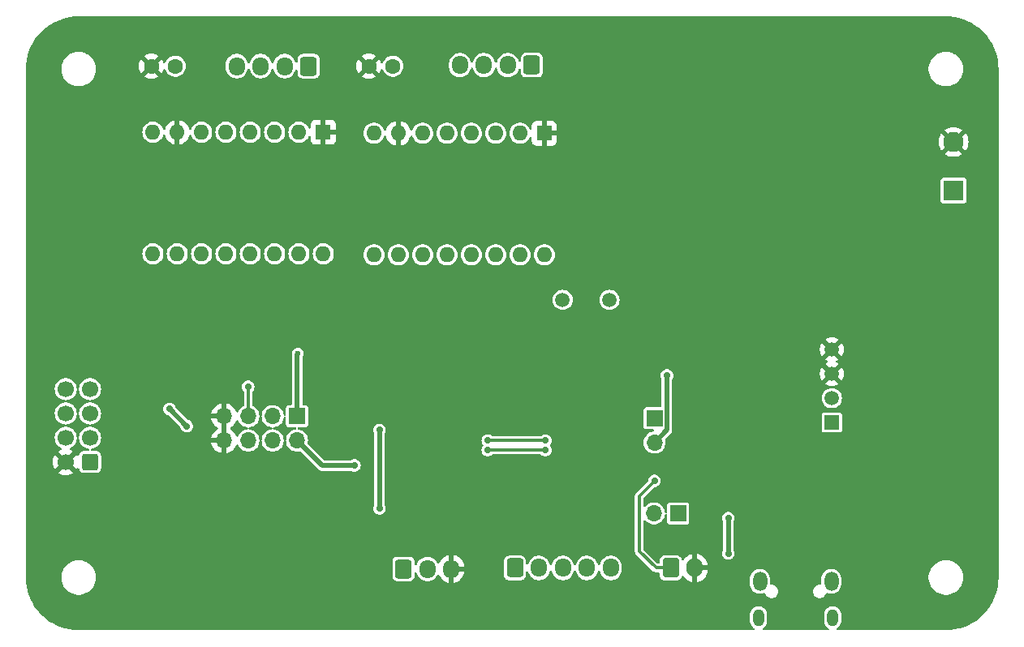
<source format=gbr>
%TF.GenerationSoftware,KiCad,Pcbnew,8.0.5*%
%TF.CreationDate,2025-01-03T15:42:35+07:00*%
%TF.ProjectId,Controller_Board,436f6e74-726f-46c6-9c65-725f426f6172,rev?*%
%TF.SameCoordinates,Original*%
%TF.FileFunction,Copper,L2,Bot*%
%TF.FilePolarity,Positive*%
%FSLAX46Y46*%
G04 Gerber Fmt 4.6, Leading zero omitted, Abs format (unit mm)*
G04 Created by KiCad (PCBNEW 8.0.5) date 2025-01-03 15:42:35*
%MOMM*%
%LPD*%
G01*
G04 APERTURE LIST*
G04 Aperture macros list*
%AMRoundRect*
0 Rectangle with rounded corners*
0 $1 Rounding radius*
0 $2 $3 $4 $5 $6 $7 $8 $9 X,Y pos of 4 corners*
0 Add a 4 corners polygon primitive as box body*
4,1,4,$2,$3,$4,$5,$6,$7,$8,$9,$2,$3,0*
0 Add four circle primitives for the rounded corners*
1,1,$1+$1,$2,$3*
1,1,$1+$1,$4,$5*
1,1,$1+$1,$6,$7*
1,1,$1+$1,$8,$9*
0 Add four rect primitives between the rounded corners*
20,1,$1+$1,$2,$3,$4,$5,0*
20,1,$1+$1,$4,$5,$6,$7,0*
20,1,$1+$1,$6,$7,$8,$9,0*
20,1,$1+$1,$8,$9,$2,$3,0*%
G04 Aperture macros list end*
%TA.AperFunction,ComponentPad*%
%ADD10C,1.600000*%
%TD*%
%TA.AperFunction,ComponentPad*%
%ADD11RoundRect,0.250000X0.600000X0.725000X-0.600000X0.725000X-0.600000X-0.725000X0.600000X-0.725000X0*%
%TD*%
%TA.AperFunction,ComponentPad*%
%ADD12O,1.700000X1.950000*%
%TD*%
%TA.AperFunction,ComponentPad*%
%ADD13R,1.700000X1.700000*%
%TD*%
%TA.AperFunction,ComponentPad*%
%ADD14O,1.700000X1.700000*%
%TD*%
%TA.AperFunction,ComponentPad*%
%ADD15RoundRect,0.250000X-0.600000X-0.725000X0.600000X-0.725000X0.600000X0.725000X-0.600000X0.725000X0*%
%TD*%
%TA.AperFunction,ComponentPad*%
%ADD16RoundRect,0.250000X-0.600000X-0.750000X0.600000X-0.750000X0.600000X0.750000X-0.600000X0.750000X0*%
%TD*%
%TA.AperFunction,ComponentPad*%
%ADD17O,1.700000X2.000000*%
%TD*%
%TA.AperFunction,ComponentPad*%
%ADD18R,1.600000X1.600000*%
%TD*%
%TA.AperFunction,ComponentPad*%
%ADD19O,1.600000X1.600000*%
%TD*%
%TA.AperFunction,ComponentPad*%
%ADD20O,1.150000X1.800000*%
%TD*%
%TA.AperFunction,ComponentPad*%
%ADD21O,1.450000X2.000000*%
%TD*%
%TA.AperFunction,ComponentPad*%
%ADD22R,2.100000X2.100000*%
%TD*%
%TA.AperFunction,ComponentPad*%
%ADD23C,2.100000*%
%TD*%
%TA.AperFunction,ComponentPad*%
%ADD24RoundRect,0.250000X0.600000X0.600000X-0.600000X0.600000X-0.600000X-0.600000X0.600000X-0.600000X0*%
%TD*%
%TA.AperFunction,ComponentPad*%
%ADD25C,1.700000*%
%TD*%
%TA.AperFunction,ComponentPad*%
%ADD26R,1.500000X1.500000*%
%TD*%
%TA.AperFunction,ComponentPad*%
%ADD27C,1.500000*%
%TD*%
%TA.AperFunction,ViaPad*%
%ADD28C,0.700000*%
%TD*%
%TA.AperFunction,ViaPad*%
%ADD29C,0.600000*%
%TD*%
%TA.AperFunction,Conductor*%
%ADD30C,0.500000*%
%TD*%
%TA.AperFunction,Conductor*%
%ADD31C,0.300000*%
%TD*%
G04 APERTURE END LIST*
D10*
%TO.P,C15,1*%
%TO.N,PSU_+12V*%
X117300000Y-68000000D03*
%TO.P,C15,2*%
%TO.N,GND*%
X114800000Y-68000000D03*
%TD*%
D11*
%TO.P,J7,1,Pin_1*%
%TO.N,Net-(A1-1B)*%
X131800000Y-67900000D03*
D12*
%TO.P,J7,2,Pin_2*%
%TO.N,Net-(A1-1A)*%
X129300000Y-67900000D03*
%TO.P,J7,3,Pin_3*%
%TO.N,Net-(A1-2A)*%
X126800000Y-67900000D03*
%TO.P,J7,4,Pin_4*%
%TO.N,Net-(A1-2B)*%
X124300000Y-67900000D03*
%TD*%
D13*
%TO.P,J9,1,Pin_1*%
%TO.N,USART_1_RX*%
X147075000Y-114700000D03*
D14*
%TO.P,J9,2,Pin_2*%
%TO.N,USART_1_TX*%
X144535000Y-114700000D03*
%TD*%
D11*
%TO.P,J8,1,Pin_1*%
%TO.N,Net-(A2-1B)*%
X108500000Y-68000000D03*
D12*
%TO.P,J8,2,Pin_2*%
%TO.N,Net-(A2-1A)*%
X106000000Y-68000000D03*
%TO.P,J8,3,Pin_3*%
%TO.N,Net-(A2-2A)*%
X103500000Y-68000000D03*
%TO.P,J8,4,Pin_4*%
%TO.N,Net-(A2-2B)*%
X101000000Y-68000000D03*
%TD*%
D15*
%TO.P,J2,1,Pin_1*%
%TO.N,LS_EXT_1*%
X130040000Y-120400000D03*
D12*
%TO.P,J2,2,Pin_2*%
%TO.N,LS_EXT_2*%
X132540000Y-120400000D03*
%TO.P,J2,3,Pin_3*%
%TO.N,LS_EXT_3*%
X135040000Y-120400000D03*
%TO.P,J2,4,Pin_4*%
%TO.N,LS_EXT_4*%
X137540000Y-120400000D03*
%TO.P,J2,5,Pin_5*%
%TO.N,LS_EXT_5*%
X140040000Y-120400000D03*
%TD*%
D16*
%TO.P,J4,1,Pin_1*%
%TO.N,+3.3V*%
X146300000Y-120400000D03*
D17*
%TO.P,J4,2,Pin_2*%
%TO.N,GND*%
X148800000Y-120400000D03*
%TD*%
D18*
%TO.P,A1,1,GND*%
%TO.N,GND*%
X133100000Y-75000000D03*
D19*
%TO.P,A1,2,VDD*%
%TO.N,+5V*%
X130560000Y-75000000D03*
%TO.P,A1,3,1B*%
%TO.N,Net-(A1-1B)*%
X128020000Y-75000000D03*
%TO.P,A1,4,1A*%
%TO.N,Net-(A1-1A)*%
X125480000Y-75000000D03*
%TO.P,A1,5,2A*%
%TO.N,Net-(A1-2A)*%
X122940000Y-75000000D03*
%TO.P,A1,6,2B*%
%TO.N,Net-(A1-2B)*%
X120400000Y-75000000D03*
%TO.P,A1,7,GND*%
%TO.N,GND*%
X117860000Y-75000000D03*
%TO.P,A1,8,VMOT*%
%TO.N,PSU_+12V*%
X115320000Y-75000000D03*
%TO.P,A1,9,~{ENABLE}*%
%TO.N,unconnected-(A1-~{ENABLE}-Pad9)*%
X115320000Y-87700000D03*
%TO.P,A1,10,MS1*%
%TO.N,unconnected-(A1-MS1-Pad10)*%
X117860000Y-87700000D03*
%TO.P,A1,11,MS2*%
%TO.N,unconnected-(A1-MS2-Pad11)*%
X120400000Y-87700000D03*
%TO.P,A1,12,MS3*%
%TO.N,unconnected-(A1-MS3-Pad12)*%
X122940000Y-87700000D03*
%TO.P,A1,13,~{RESET}*%
%TO.N,Net-(A1-~{RESET})*%
X125480000Y-87700000D03*
%TO.P,A1,14,~{SLEEP}*%
X128020000Y-87700000D03*
%TO.P,A1,15,STEP*%
%TO.N,STEP_1*%
X130560000Y-87700000D03*
%TO.P,A1,16,DIR*%
%TO.N,DIR_1*%
X133100000Y-87700000D03*
%TD*%
D20*
%TO.P,J6,6,Shield*%
%TO.N,unconnected-(J6-Shield-Pad6)*%
X155450000Y-125600000D03*
D21*
%TO.N,unconnected-(J6-Shield-Pad6)_3*%
X155600000Y-121800000D03*
%TO.N,unconnected-(J6-Shield-Pad6)_2*%
X163050000Y-121800000D03*
D20*
%TO.N,unconnected-(J6-Shield-Pad6)_1*%
X163200000Y-125600000D03*
%TD*%
D10*
%TO.P,C16,1*%
%TO.N,PSU_+12V*%
X94600000Y-68000000D03*
%TO.P,C16,2*%
%TO.N,GND*%
X92100000Y-68000000D03*
%TD*%
D13*
%TO.P,JP1,1,A*%
%TO.N,/BOOT0*%
X144600000Y-104760000D03*
D14*
%TO.P,JP1,2,B*%
%TO.N,+3.3V*%
X144600000Y-107300000D03*
%TD*%
D22*
%TO.P,J10,1,Pin_1*%
%TO.N,PSU_+12V*%
X175800000Y-81000000D03*
D23*
%TO.P,J10,2,Pin_2*%
%TO.N,GND*%
X175800000Y-75920000D03*
%TD*%
D24*
%TO.P,J3,1,Pin_1*%
%TO.N,+5V*%
X85700000Y-109340000D03*
D25*
%TO.P,J3,2,Pin_2*%
%TO.N,GND*%
X83160000Y-109340000D03*
%TO.P,J3,3,Pin_3*%
%TO.N,unconnected-(J3-Pin_3-Pad3)*%
X85700000Y-106800000D03*
%TO.P,J3,4,Pin_4*%
%TO.N,BUTTON_1*%
X83160000Y-106800000D03*
%TO.P,J3,5,Pin_5*%
%TO.N,I2C_SDA*%
X85700000Y-104260000D03*
%TO.P,J3,6,Pin_6*%
%TO.N,BUTTON_2*%
X83160000Y-104260000D03*
%TO.P,J3,7,Pin_7*%
%TO.N,I2C_SCL*%
X85700000Y-101720000D03*
%TO.P,J3,8,Pin_8*%
%TO.N,BUTTON_3*%
X83160000Y-101720000D03*
%TD*%
D18*
%TO.P,A2,1,GND*%
%TO.N,GND*%
X110040000Y-74900000D03*
D19*
%TO.P,A2,2,VDD*%
%TO.N,+5V*%
X107500000Y-74900000D03*
%TO.P,A2,3,1B*%
%TO.N,Net-(A2-1B)*%
X104960000Y-74900000D03*
%TO.P,A2,4,1A*%
%TO.N,Net-(A2-1A)*%
X102420000Y-74900000D03*
%TO.P,A2,5,2A*%
%TO.N,Net-(A2-2A)*%
X99880000Y-74900000D03*
%TO.P,A2,6,2B*%
%TO.N,Net-(A2-2B)*%
X97340000Y-74900000D03*
%TO.P,A2,7,GND*%
%TO.N,GND*%
X94800000Y-74900000D03*
%TO.P,A2,8,VMOT*%
%TO.N,PSU_+12V*%
X92260000Y-74900000D03*
%TO.P,A2,9,~{ENABLE}*%
%TO.N,unconnected-(A2-~{ENABLE}-Pad9)*%
X92260000Y-87600000D03*
%TO.P,A2,10,MS1*%
%TO.N,unconnected-(A2-MS1-Pad10)*%
X94800000Y-87600000D03*
%TO.P,A2,11,MS2*%
%TO.N,unconnected-(A2-MS2-Pad11)*%
X97340000Y-87600000D03*
%TO.P,A2,12,MS3*%
%TO.N,unconnected-(A2-MS3-Pad12)*%
X99880000Y-87600000D03*
%TO.P,A2,13,~{RESET}*%
%TO.N,Net-(A2-~{RESET})*%
X102420000Y-87600000D03*
%TO.P,A2,14,~{SLEEP}*%
X104960000Y-87600000D03*
%TO.P,A2,15,STEP*%
%TO.N,STEP_2*%
X107500000Y-87600000D03*
%TO.P,A2,16,DIR*%
%TO.N,DIR_2*%
X110040000Y-87600000D03*
%TD*%
D15*
%TO.P,J1,1,Pin_1*%
%TO.N,+3.3V*%
X118400000Y-120500000D03*
D12*
%TO.P,J1,2,Pin_2*%
%TO.N,LS_ZERO*%
X120900000Y-120500000D03*
%TO.P,J1,3,Pin_3*%
%TO.N,GND*%
X123400000Y-120500000D03*
%TD*%
D26*
%TO.P,U4,1,VDD*%
%TO.N,+5V*%
X163100000Y-105210000D03*
D27*
%TO.P,U4,2,SDA*%
%TO.N,DHT22_SDA*%
X163100000Y-102670000D03*
%TO.P,U4,3,GND*%
%TO.N,GND*%
X163100000Y-100130000D03*
%TO.P,U4,4,GND*%
X163100000Y-97590000D03*
%TD*%
%TO.P,Y1,1,1*%
%TO.N,/HSE_OUT*%
X139900000Y-92400000D03*
%TO.P,Y1,2,2*%
%TO.N,/HSE_IN*%
X135020000Y-92400000D03*
%TD*%
D13*
%TO.P,J5,1,Pin_1*%
%TO.N,+5V*%
X107300000Y-104560000D03*
D14*
%TO.P,J5,2,Pin_2*%
%TO.N,+3.3V*%
X107300000Y-107100000D03*
%TO.P,J5,3,Pin_3*%
%TO.N,I2C_SDA*%
X104760000Y-104560000D03*
%TO.P,J5,4,Pin_4*%
%TO.N,SWCLK*%
X104760000Y-107100000D03*
%TO.P,J5,5,Pin_5*%
%TO.N,I2C_SCL*%
X102220000Y-104560000D03*
%TO.P,J5,6,Pin_6*%
%TO.N,SWDIO*%
X102220000Y-107100000D03*
%TO.P,J5,7,Pin_7*%
%TO.N,GND*%
X99680000Y-104560000D03*
%TO.P,J5,8,Pin_8*%
X99680000Y-107100000D03*
%TD*%
D28*
%TO.N,GND*%
X160625000Y-119900000D03*
X157840000Y-77900000D03*
X141300000Y-117000000D03*
X128400000Y-112000000D03*
X154200000Y-85100000D03*
X149365000Y-86075000D03*
X139700000Y-96100000D03*
X142100000Y-106800000D03*
X142465000Y-76775000D03*
X132700000Y-97200000D03*
X138700000Y-117000000D03*
X138600000Y-84000000D03*
X148465000Y-86075000D03*
X163740000Y-86000000D03*
X133700000Y-115200000D03*
X131600000Y-97200000D03*
X138600000Y-84900000D03*
X157840000Y-77000000D03*
X140800000Y-88500000D03*
X136200000Y-115300000D03*
X138000000Y-103200000D03*
X156037500Y-88650000D03*
X131200000Y-115100000D03*
X140000000Y-99600000D03*
X135500000Y-97400000D03*
X164640000Y-86000000D03*
X133800000Y-97200000D03*
X134900000Y-96100000D03*
X142465000Y-77675000D03*
X154200000Y-84200000D03*
X157400000Y-106200000D03*
X140100000Y-111700000D03*
%TO.N,+3.3V*%
X145900000Y-100300000D03*
X144600000Y-111300000D03*
X95800000Y-105600000D03*
X94000000Y-103800000D03*
X113300000Y-109700000D03*
D29*
%TO.N,+5V*%
X107400000Y-98000000D03*
D28*
X152300000Y-115200000D03*
X152300000Y-118900000D03*
X115900000Y-114200000D03*
X115900000Y-106000000D03*
%TO.N,I2C_SCL*%
X102200000Y-101480000D03*
%TO.N,SWCLK*%
X133200000Y-107100000D03*
X127200000Y-107100000D03*
%TO.N,SWDIO*%
X127200000Y-108100000D03*
X133200000Y-108100000D03*
%TD*%
D30*
%TO.N,+3.3V*%
X109900000Y-109700000D02*
X107300000Y-107100000D01*
X113300000Y-109700000D02*
X109900000Y-109700000D01*
D31*
X144600000Y-111300000D02*
X143000000Y-112900000D01*
D30*
X94000000Y-103800000D02*
X95800000Y-105600000D01*
X145900000Y-100300000D02*
X145900000Y-106000000D01*
X145900000Y-106000000D02*
X144600000Y-107300000D01*
D31*
X143000000Y-118640000D02*
X144760000Y-120400000D01*
X144760000Y-120400000D02*
X146200000Y-120400000D01*
X143000000Y-112900000D02*
X143000000Y-118640000D01*
D30*
%TO.N,+5V*%
X107300000Y-98100000D02*
X107400000Y-98000000D01*
X107300000Y-104560000D02*
X107300000Y-98100000D01*
X115900000Y-106000000D02*
X115900000Y-114200000D01*
X152300000Y-118900000D02*
X152300000Y-115200000D01*
D31*
%TO.N,I2C_SCL*%
X102220000Y-101500000D02*
X102220000Y-104560000D01*
X102200000Y-101480000D02*
X102220000Y-101500000D01*
%TO.N,SWCLK*%
X133200000Y-107100000D02*
X127200000Y-107100000D01*
%TO.N,SWDIO*%
X133200000Y-108100000D02*
X127200000Y-108100000D01*
%TD*%
%TA.AperFunction,Conductor*%
%TO.N,GND*%
G36*
X99930000Y-106666988D02*
G01*
X99872993Y-106634075D01*
X99745826Y-106600000D01*
X99614174Y-106600000D01*
X99487007Y-106634075D01*
X99430000Y-106666988D01*
X99430000Y-104993012D01*
X99487007Y-105025925D01*
X99614174Y-105060000D01*
X99745826Y-105060000D01*
X99872993Y-105025925D01*
X99930000Y-104993012D01*
X99930000Y-106666988D01*
G37*
%TD.AperFunction*%
%TA.AperFunction,Conductor*%
G36*
X175002562Y-62800605D02*
G01*
X175449036Y-62819072D01*
X175459209Y-62819915D01*
X175900114Y-62874873D01*
X175910194Y-62876555D01*
X176345042Y-62967733D01*
X176354950Y-62970242D01*
X176780786Y-63097019D01*
X176790454Y-63100338D01*
X177131430Y-63233388D01*
X177204339Y-63261838D01*
X177213724Y-63265954D01*
X177612869Y-63461083D01*
X177621877Y-63465958D01*
X178003544Y-63693383D01*
X178012123Y-63698989D01*
X178373693Y-63957144D01*
X178381775Y-63963435D01*
X178720796Y-64250571D01*
X178728336Y-64257512D01*
X179042487Y-64571663D01*
X179049428Y-64579203D01*
X179336564Y-64918224D01*
X179342859Y-64926312D01*
X179601010Y-65287876D01*
X179606616Y-65296455D01*
X179834041Y-65678122D01*
X179838919Y-65687136D01*
X180034045Y-66086275D01*
X180038161Y-66095660D01*
X180199656Y-66509533D01*
X180202984Y-66519226D01*
X180329753Y-66945036D01*
X180332269Y-66954971D01*
X180423441Y-67389791D01*
X180425128Y-67399900D01*
X180480082Y-67840769D01*
X180480928Y-67850983D01*
X180499394Y-68297437D01*
X180499500Y-68302561D01*
X180499500Y-121397438D01*
X180499394Y-121402562D01*
X180480928Y-121849016D01*
X180480082Y-121859230D01*
X180425128Y-122300099D01*
X180423441Y-122310208D01*
X180332269Y-122745028D01*
X180329753Y-122754963D01*
X180202984Y-123180773D01*
X180199656Y-123190466D01*
X180038161Y-123604339D01*
X180034045Y-123613724D01*
X179838919Y-124012863D01*
X179834041Y-124021877D01*
X179606616Y-124403544D01*
X179601010Y-124412123D01*
X179342859Y-124773687D01*
X179336564Y-124781775D01*
X179049428Y-125120796D01*
X179042487Y-125128336D01*
X178728336Y-125442487D01*
X178720796Y-125449428D01*
X178381775Y-125736564D01*
X178373687Y-125742859D01*
X178012123Y-126001010D01*
X178003544Y-126006616D01*
X177621877Y-126234041D01*
X177612863Y-126238919D01*
X177213724Y-126434045D01*
X177204339Y-126438161D01*
X176790466Y-126599656D01*
X176780773Y-126602984D01*
X176354963Y-126729753D01*
X176345028Y-126732269D01*
X175910208Y-126823441D01*
X175900099Y-126825128D01*
X175459230Y-126880082D01*
X175449016Y-126880928D01*
X175002563Y-126899394D01*
X174997439Y-126899500D01*
X163726190Y-126899500D01*
X163659151Y-126879815D01*
X163613396Y-126827011D01*
X163603452Y-126757853D01*
X163632477Y-126694297D01*
X163657299Y-126672398D01*
X163698295Y-126645004D01*
X163758099Y-126605045D01*
X163880045Y-126483099D01*
X163975858Y-126339705D01*
X164041855Y-126180374D01*
X164075500Y-126011229D01*
X164075500Y-125188771D01*
X164075500Y-125188768D01*
X164075499Y-125188766D01*
X164041856Y-125019633D01*
X164041855Y-125019626D01*
X163976107Y-124860895D01*
X163975861Y-124860301D01*
X163975854Y-124860288D01*
X163880045Y-124716901D01*
X163880042Y-124716897D01*
X163758102Y-124594957D01*
X163758098Y-124594954D01*
X163614711Y-124499145D01*
X163614698Y-124499138D01*
X163455378Y-124433146D01*
X163455366Y-124433143D01*
X163286232Y-124399500D01*
X163286229Y-124399500D01*
X163113771Y-124399500D01*
X163113768Y-124399500D01*
X162944633Y-124433143D01*
X162944621Y-124433146D01*
X162785301Y-124499138D01*
X162785288Y-124499145D01*
X162641901Y-124594954D01*
X162641897Y-124594957D01*
X162519957Y-124716897D01*
X162519954Y-124716901D01*
X162424145Y-124860288D01*
X162424138Y-124860301D01*
X162358146Y-125019621D01*
X162358143Y-125019633D01*
X162324500Y-125188766D01*
X162324500Y-126011233D01*
X162358143Y-126180366D01*
X162358146Y-126180378D01*
X162424138Y-126339698D01*
X162424145Y-126339711D01*
X162519954Y-126483098D01*
X162519957Y-126483102D01*
X162641897Y-126605042D01*
X162641901Y-126605045D01*
X162742701Y-126672398D01*
X162787506Y-126726010D01*
X162796213Y-126795335D01*
X162766058Y-126858363D01*
X162706615Y-126895082D01*
X162673810Y-126899500D01*
X155976190Y-126899500D01*
X155909151Y-126879815D01*
X155863396Y-126827011D01*
X155853452Y-126757853D01*
X155882477Y-126694297D01*
X155907299Y-126672398D01*
X155948295Y-126645004D01*
X156008099Y-126605045D01*
X156130045Y-126483099D01*
X156225858Y-126339705D01*
X156291855Y-126180374D01*
X156325500Y-126011229D01*
X156325500Y-125188771D01*
X156325500Y-125188768D01*
X156325499Y-125188766D01*
X156291856Y-125019633D01*
X156291855Y-125019626D01*
X156226107Y-124860895D01*
X156225861Y-124860301D01*
X156225854Y-124860288D01*
X156130045Y-124716901D01*
X156130042Y-124716897D01*
X156008102Y-124594957D01*
X156008098Y-124594954D01*
X155864711Y-124499145D01*
X155864698Y-124499138D01*
X155705378Y-124433146D01*
X155705366Y-124433143D01*
X155536232Y-124399500D01*
X155536229Y-124399500D01*
X155363771Y-124399500D01*
X155363768Y-124399500D01*
X155194633Y-124433143D01*
X155194621Y-124433146D01*
X155035301Y-124499138D01*
X155035288Y-124499145D01*
X154891901Y-124594954D01*
X154891897Y-124594957D01*
X154769957Y-124716897D01*
X154769954Y-124716901D01*
X154674145Y-124860288D01*
X154674138Y-124860301D01*
X154608146Y-125019621D01*
X154608143Y-125019633D01*
X154574500Y-125188766D01*
X154574500Y-126011233D01*
X154608143Y-126180366D01*
X154608146Y-126180378D01*
X154674138Y-126339698D01*
X154674145Y-126339711D01*
X154769954Y-126483098D01*
X154769957Y-126483102D01*
X154891897Y-126605042D01*
X154891901Y-126605045D01*
X154992701Y-126672398D01*
X155037506Y-126726010D01*
X155046213Y-126795335D01*
X155016058Y-126858363D01*
X154956615Y-126895082D01*
X154923810Y-126899500D01*
X84502561Y-126899500D01*
X84497437Y-126899394D01*
X84050983Y-126880928D01*
X84040769Y-126880082D01*
X83599900Y-126825128D01*
X83589791Y-126823441D01*
X83154971Y-126732269D01*
X83145036Y-126729753D01*
X82719226Y-126602984D01*
X82709533Y-126599656D01*
X82295660Y-126438161D01*
X82286275Y-126434045D01*
X81887136Y-126238919D01*
X81878122Y-126234041D01*
X81496455Y-126006616D01*
X81487876Y-126001010D01*
X81126312Y-125742859D01*
X81118224Y-125736564D01*
X80779203Y-125449428D01*
X80771663Y-125442487D01*
X80457512Y-125128336D01*
X80450571Y-125120796D01*
X80364890Y-125019633D01*
X80163431Y-124781770D01*
X80157140Y-124773687D01*
X80029527Y-124594954D01*
X79898989Y-124412123D01*
X79893383Y-124403544D01*
X79665958Y-124021877D01*
X79661080Y-124012863D01*
X79465954Y-123613724D01*
X79461838Y-123604339D01*
X79424944Y-123509789D01*
X79300338Y-123190454D01*
X79297019Y-123180786D01*
X79170242Y-122754950D01*
X79167733Y-122745042D01*
X79076555Y-122310194D01*
X79074873Y-122300114D01*
X79019915Y-121859209D01*
X79019072Y-121849036D01*
X79000606Y-121402553D01*
X79000500Y-121397438D01*
X79000500Y-121281995D01*
X82699500Y-121281995D01*
X82699500Y-121518004D01*
X82699501Y-121518020D01*
X82730306Y-121752010D01*
X82791394Y-121979993D01*
X82881714Y-122198045D01*
X82881719Y-122198056D01*
X82943573Y-122305188D01*
X82999727Y-122402450D01*
X82999729Y-122402453D01*
X82999730Y-122402454D01*
X83143406Y-122589697D01*
X83143412Y-122589704D01*
X83310295Y-122756587D01*
X83310301Y-122756592D01*
X83497550Y-122900273D01*
X83628918Y-122976118D01*
X83701943Y-123018280D01*
X83701948Y-123018282D01*
X83701951Y-123018284D01*
X83920007Y-123108606D01*
X84147986Y-123169693D01*
X84381989Y-123200500D01*
X84381996Y-123200500D01*
X84618004Y-123200500D01*
X84618011Y-123200500D01*
X84852014Y-123169693D01*
X85079993Y-123108606D01*
X85298049Y-123018284D01*
X85502450Y-122900273D01*
X85689699Y-122756592D01*
X85856592Y-122589699D01*
X86000273Y-122402450D01*
X86118284Y-122198049D01*
X86208606Y-121979993D01*
X86269693Y-121752014D01*
X86300500Y-121518011D01*
X86300500Y-121281989D01*
X86269693Y-121047986D01*
X86208606Y-120820007D01*
X86118284Y-120601951D01*
X86118282Y-120601948D01*
X86118280Y-120601943D01*
X86039692Y-120465826D01*
X86000273Y-120397550D01*
X85856592Y-120210301D01*
X85856587Y-120210295D01*
X85689704Y-120043412D01*
X85689697Y-120043406D01*
X85502454Y-119899730D01*
X85502453Y-119899729D01*
X85502450Y-119899727D01*
X85420957Y-119852677D01*
X85298056Y-119781719D01*
X85298045Y-119781714D01*
X85177778Y-119731898D01*
X117249500Y-119731898D01*
X117249500Y-121268102D01*
X117252470Y-121292834D01*
X117260122Y-121356561D01*
X117260122Y-121356563D01*
X117260123Y-121356564D01*
X117276204Y-121397342D01*
X117315639Y-121497343D01*
X117407077Y-121617922D01*
X117527656Y-121709360D01*
X117527657Y-121709360D01*
X117527658Y-121709361D01*
X117668436Y-121764877D01*
X117756898Y-121775500D01*
X117756903Y-121775500D01*
X119043097Y-121775500D01*
X119043102Y-121775500D01*
X119131564Y-121764877D01*
X119272342Y-121709361D01*
X119392922Y-121617922D01*
X119484361Y-121497342D01*
X119539877Y-121356564D01*
X119550500Y-121268102D01*
X119550500Y-120977669D01*
X119570185Y-120910630D01*
X119622989Y-120864875D01*
X119692147Y-120854931D01*
X119755703Y-120883956D01*
X119792431Y-120939351D01*
X119833787Y-121066636D01*
X119833788Y-121066639D01*
X119885484Y-121168096D01*
X119914923Y-121225873D01*
X119916006Y-121227997D01*
X120022441Y-121374494D01*
X120022445Y-121374499D01*
X120150500Y-121502554D01*
X120150505Y-121502558D01*
X120206062Y-121542922D01*
X120297006Y-121608996D01*
X120386750Y-121654723D01*
X120458360Y-121691211D01*
X120458363Y-121691212D01*
X120544476Y-121719191D01*
X120630591Y-121747171D01*
X120713429Y-121760291D01*
X120809449Y-121775500D01*
X120809454Y-121775500D01*
X120990551Y-121775500D01*
X121077259Y-121761765D01*
X121169409Y-121747171D01*
X121341639Y-121691211D01*
X121502994Y-121608996D01*
X121649501Y-121502553D01*
X121777553Y-121374501D01*
X121883996Y-121227994D01*
X121927563Y-121142488D01*
X121975537Y-121091692D01*
X122043358Y-121074897D01*
X122109493Y-121097434D01*
X122148533Y-121142488D01*
X122245379Y-121332557D01*
X122370272Y-121504459D01*
X122370276Y-121504464D01*
X122520535Y-121654723D01*
X122520540Y-121654727D01*
X122692442Y-121779620D01*
X122881782Y-121876095D01*
X123083871Y-121941757D01*
X123150000Y-121952231D01*
X123150000Y-120904145D01*
X123216657Y-120942630D01*
X123337465Y-120975000D01*
X123462535Y-120975000D01*
X123583343Y-120942630D01*
X123650000Y-120904145D01*
X123650000Y-121952230D01*
X123716126Y-121941757D01*
X123716129Y-121941757D01*
X123918217Y-121876095D01*
X124107557Y-121779620D01*
X124279459Y-121654727D01*
X124279464Y-121654723D01*
X124429723Y-121504464D01*
X124429727Y-121504459D01*
X124554620Y-121332557D01*
X124651095Y-121143217D01*
X124716757Y-120941130D01*
X124716757Y-120941127D01*
X124747030Y-120750000D01*
X123804146Y-120750000D01*
X123842630Y-120683343D01*
X123875000Y-120562535D01*
X123875000Y-120437465D01*
X123842630Y-120316657D01*
X123804146Y-120250000D01*
X124747030Y-120250000D01*
X124716757Y-120058872D01*
X124716757Y-120058869D01*
X124651095Y-119856782D01*
X124554620Y-119667442D01*
X124528796Y-119631898D01*
X128889500Y-119631898D01*
X128889500Y-121168102D01*
X128892502Y-121193102D01*
X128900122Y-121256561D01*
X128900122Y-121256563D01*
X128900123Y-121256564D01*
X128910149Y-121281989D01*
X128955639Y-121397343D01*
X129047077Y-121517922D01*
X129167656Y-121609360D01*
X129167657Y-121609360D01*
X129167658Y-121609361D01*
X129308436Y-121664877D01*
X129396898Y-121675500D01*
X129396903Y-121675500D01*
X130683097Y-121675500D01*
X130683102Y-121675500D01*
X130771564Y-121664877D01*
X130912342Y-121609361D01*
X131032922Y-121517922D01*
X131124361Y-121397342D01*
X131179877Y-121256564D01*
X131190500Y-121168102D01*
X131190500Y-120877669D01*
X131210185Y-120810630D01*
X131262989Y-120764875D01*
X131332147Y-120754931D01*
X131395703Y-120783956D01*
X131432431Y-120839351D01*
X131473787Y-120966636D01*
X131473788Y-120966639D01*
X131556006Y-121127997D01*
X131662441Y-121274494D01*
X131662445Y-121274499D01*
X131790500Y-121402554D01*
X131790505Y-121402558D01*
X131918287Y-121495396D01*
X131937006Y-121508996D01*
X132042484Y-121562740D01*
X132098360Y-121591211D01*
X132098363Y-121591212D01*
X132180570Y-121617922D01*
X132270591Y-121647171D01*
X132353429Y-121660291D01*
X132449449Y-121675500D01*
X132449454Y-121675500D01*
X132630551Y-121675500D01*
X132717259Y-121661765D01*
X132809409Y-121647171D01*
X132981639Y-121591211D01*
X133142994Y-121508996D01*
X133289501Y-121402553D01*
X133417553Y-121274501D01*
X133523996Y-121127994D01*
X133606211Y-120966639D01*
X133662171Y-120794409D01*
X133667527Y-120760594D01*
X133697456Y-120697459D01*
X133756768Y-120660528D01*
X133826630Y-120661526D01*
X133884863Y-120700136D01*
X133912473Y-120760594D01*
X133917829Y-120794410D01*
X133973787Y-120966636D01*
X133973788Y-120966639D01*
X134056006Y-121127997D01*
X134162441Y-121274494D01*
X134162445Y-121274499D01*
X134290500Y-121402554D01*
X134290505Y-121402558D01*
X134418287Y-121495396D01*
X134437006Y-121508996D01*
X134542484Y-121562740D01*
X134598360Y-121591211D01*
X134598363Y-121591212D01*
X134680570Y-121617922D01*
X134770591Y-121647171D01*
X134853429Y-121660291D01*
X134949449Y-121675500D01*
X134949454Y-121675500D01*
X135130551Y-121675500D01*
X135217259Y-121661765D01*
X135309409Y-121647171D01*
X135481639Y-121591211D01*
X135642994Y-121508996D01*
X135789501Y-121402553D01*
X135917553Y-121274501D01*
X136023996Y-121127994D01*
X136106211Y-120966639D01*
X136162171Y-120794409D01*
X136167527Y-120760594D01*
X136197456Y-120697459D01*
X136256768Y-120660528D01*
X136326630Y-120661526D01*
X136384863Y-120700136D01*
X136412473Y-120760594D01*
X136417829Y-120794410D01*
X136473787Y-120966636D01*
X136473788Y-120966639D01*
X136556006Y-121127997D01*
X136662441Y-121274494D01*
X136662445Y-121274499D01*
X136790500Y-121402554D01*
X136790505Y-121402558D01*
X136918287Y-121495396D01*
X136937006Y-121508996D01*
X137042484Y-121562740D01*
X137098360Y-121591211D01*
X137098363Y-121591212D01*
X137180570Y-121617922D01*
X137270591Y-121647171D01*
X137353429Y-121660291D01*
X137449449Y-121675500D01*
X137449454Y-121675500D01*
X137630551Y-121675500D01*
X137717259Y-121661765D01*
X137809409Y-121647171D01*
X137981639Y-121591211D01*
X138142994Y-121508996D01*
X138289501Y-121402553D01*
X138417553Y-121274501D01*
X138523996Y-121127994D01*
X138606211Y-120966639D01*
X138662171Y-120794409D01*
X138667527Y-120760594D01*
X138697456Y-120697459D01*
X138756768Y-120660528D01*
X138826630Y-120661526D01*
X138884863Y-120700136D01*
X138912473Y-120760594D01*
X138917829Y-120794410D01*
X138973787Y-120966636D01*
X138973788Y-120966639D01*
X139056006Y-121127997D01*
X139162441Y-121274494D01*
X139162445Y-121274499D01*
X139290500Y-121402554D01*
X139290505Y-121402558D01*
X139418287Y-121495396D01*
X139437006Y-121508996D01*
X139542484Y-121562740D01*
X139598360Y-121591211D01*
X139598363Y-121591212D01*
X139680570Y-121617922D01*
X139770591Y-121647171D01*
X139853429Y-121660291D01*
X139949449Y-121675500D01*
X139949454Y-121675500D01*
X140130551Y-121675500D01*
X140217259Y-121661765D01*
X140309409Y-121647171D01*
X140481639Y-121591211D01*
X140642994Y-121508996D01*
X140789501Y-121402553D01*
X140917553Y-121274501D01*
X141023996Y-121127994D01*
X141106211Y-120966639D01*
X141162171Y-120794409D01*
X141184054Y-120656246D01*
X141190500Y-120615551D01*
X141190500Y-120184448D01*
X141168161Y-120043412D01*
X141162171Y-120005591D01*
X141106211Y-119833361D01*
X141106211Y-119833360D01*
X141054515Y-119731903D01*
X141023996Y-119672006D01*
X140976693Y-119606898D01*
X140917558Y-119525505D01*
X140917554Y-119525500D01*
X140789499Y-119397445D01*
X140789494Y-119397441D01*
X140642997Y-119291006D01*
X140642996Y-119291005D01*
X140642994Y-119291004D01*
X140568072Y-119252829D01*
X140481639Y-119208788D01*
X140481636Y-119208787D01*
X140309410Y-119152829D01*
X140130551Y-119124500D01*
X140130546Y-119124500D01*
X139949454Y-119124500D01*
X139949449Y-119124500D01*
X139770589Y-119152829D01*
X139598363Y-119208787D01*
X139598360Y-119208788D01*
X139437002Y-119291006D01*
X139290505Y-119397441D01*
X139290500Y-119397445D01*
X139162445Y-119525500D01*
X139162441Y-119525505D01*
X139056006Y-119672002D01*
X138973788Y-119833360D01*
X138973787Y-119833363D01*
X138917829Y-120005589D01*
X138912473Y-120039406D01*
X138882543Y-120102540D01*
X138823232Y-120139471D01*
X138753369Y-120138473D01*
X138695137Y-120099863D01*
X138667527Y-120039406D01*
X138664822Y-120022330D01*
X138662171Y-120005591D01*
X138606211Y-119833361D01*
X138606211Y-119833360D01*
X138554515Y-119731903D01*
X138523996Y-119672006D01*
X138476693Y-119606898D01*
X138417558Y-119525505D01*
X138417554Y-119525500D01*
X138289499Y-119397445D01*
X138289494Y-119397441D01*
X138142997Y-119291006D01*
X138142996Y-119291005D01*
X138142994Y-119291004D01*
X138068072Y-119252829D01*
X137981639Y-119208788D01*
X137981636Y-119208787D01*
X137809410Y-119152829D01*
X137630551Y-119124500D01*
X137630546Y-119124500D01*
X137449454Y-119124500D01*
X137449449Y-119124500D01*
X137270589Y-119152829D01*
X137098363Y-119208787D01*
X137098360Y-119208788D01*
X136937002Y-119291006D01*
X136790505Y-119397441D01*
X136790500Y-119397445D01*
X136662445Y-119525500D01*
X136662441Y-119525505D01*
X136556006Y-119672002D01*
X136473788Y-119833360D01*
X136473787Y-119833363D01*
X136417829Y-120005589D01*
X136412473Y-120039406D01*
X136382543Y-120102540D01*
X136323232Y-120139471D01*
X136253369Y-120138473D01*
X136195137Y-120099863D01*
X136167527Y-120039406D01*
X136164822Y-120022330D01*
X136162171Y-120005591D01*
X136106211Y-119833361D01*
X136106211Y-119833360D01*
X136054515Y-119731903D01*
X136023996Y-119672006D01*
X135976693Y-119606898D01*
X135917558Y-119525505D01*
X135917554Y-119525500D01*
X135789499Y-119397445D01*
X135789494Y-119397441D01*
X135642997Y-119291006D01*
X135642996Y-119291005D01*
X135642994Y-119291004D01*
X135568072Y-119252829D01*
X135481639Y-119208788D01*
X135481636Y-119208787D01*
X135309410Y-119152829D01*
X135130551Y-119124500D01*
X135130546Y-119124500D01*
X134949454Y-119124500D01*
X134949449Y-119124500D01*
X134770589Y-119152829D01*
X134598363Y-119208787D01*
X134598360Y-119208788D01*
X134437002Y-119291006D01*
X134290505Y-119397441D01*
X134290500Y-119397445D01*
X134162445Y-119525500D01*
X134162441Y-119525505D01*
X134056006Y-119672002D01*
X133973788Y-119833360D01*
X133973787Y-119833363D01*
X133917829Y-120005589D01*
X133912473Y-120039406D01*
X133882543Y-120102540D01*
X133823232Y-120139471D01*
X133753369Y-120138473D01*
X133695137Y-120099863D01*
X133667527Y-120039406D01*
X133664822Y-120022330D01*
X133662171Y-120005591D01*
X133606211Y-119833361D01*
X133606211Y-119833360D01*
X133554515Y-119731903D01*
X133523996Y-119672006D01*
X133476693Y-119606898D01*
X133417558Y-119525505D01*
X133417554Y-119525500D01*
X133289499Y-119397445D01*
X133289494Y-119397441D01*
X133142997Y-119291006D01*
X133142996Y-119291005D01*
X133142994Y-119291004D01*
X133068072Y-119252829D01*
X132981639Y-119208788D01*
X132981636Y-119208787D01*
X132809410Y-119152829D01*
X132630551Y-119124500D01*
X132630546Y-119124500D01*
X132449454Y-119124500D01*
X132449449Y-119124500D01*
X132270589Y-119152829D01*
X132098363Y-119208787D01*
X132098360Y-119208788D01*
X131937002Y-119291006D01*
X131790505Y-119397441D01*
X131790500Y-119397445D01*
X131662445Y-119525500D01*
X131662441Y-119525505D01*
X131556006Y-119672002D01*
X131473788Y-119833360D01*
X131473787Y-119833363D01*
X131432431Y-119960648D01*
X131392994Y-120018323D01*
X131328635Y-120045522D01*
X131259789Y-120033608D01*
X131208313Y-119986364D01*
X131190500Y-119922330D01*
X131190500Y-119631903D01*
X131190500Y-119631898D01*
X131179877Y-119543436D01*
X131124361Y-119402658D01*
X131124360Y-119402657D01*
X131124360Y-119402656D01*
X131032922Y-119282077D01*
X130912343Y-119190639D01*
X130771561Y-119135122D01*
X130725926Y-119129642D01*
X130683102Y-119124500D01*
X129396898Y-119124500D01*
X129357853Y-119129188D01*
X129308438Y-119135122D01*
X129167656Y-119190639D01*
X129047077Y-119282077D01*
X128955639Y-119402656D01*
X128900122Y-119543438D01*
X128896065Y-119577226D01*
X128889500Y-119631898D01*
X124528796Y-119631898D01*
X124429727Y-119495540D01*
X124429723Y-119495535D01*
X124279464Y-119345276D01*
X124279459Y-119345272D01*
X124107557Y-119220379D01*
X123918215Y-119123903D01*
X123716124Y-119058241D01*
X123650000Y-119047768D01*
X123650000Y-120095854D01*
X123583343Y-120057370D01*
X123462535Y-120025000D01*
X123337465Y-120025000D01*
X123216657Y-120057370D01*
X123150000Y-120095854D01*
X123150000Y-119047768D01*
X123149999Y-119047768D01*
X123083875Y-119058241D01*
X122881784Y-119123903D01*
X122692442Y-119220379D01*
X122520540Y-119345272D01*
X122520535Y-119345276D01*
X122370276Y-119495535D01*
X122370272Y-119495540D01*
X122245379Y-119667442D01*
X122148533Y-119857511D01*
X122100558Y-119908307D01*
X122032737Y-119925102D01*
X121966602Y-119902564D01*
X121927563Y-119857511D01*
X121915258Y-119833361D01*
X121883996Y-119772006D01*
X121854772Y-119731782D01*
X121777558Y-119625505D01*
X121777554Y-119625500D01*
X121649499Y-119497445D01*
X121649494Y-119497441D01*
X121502997Y-119391006D01*
X121502996Y-119391005D01*
X121502994Y-119391004D01*
X121451300Y-119364664D01*
X121341639Y-119308788D01*
X121341636Y-119308787D01*
X121169410Y-119252829D01*
X120990551Y-119224500D01*
X120990546Y-119224500D01*
X120809454Y-119224500D01*
X120809449Y-119224500D01*
X120630589Y-119252829D01*
X120458363Y-119308787D01*
X120458360Y-119308788D01*
X120297002Y-119391006D01*
X120150505Y-119497441D01*
X120150500Y-119497445D01*
X120022445Y-119625500D01*
X120022441Y-119625505D01*
X119916006Y-119772002D01*
X119833788Y-119933360D01*
X119833787Y-119933363D01*
X119792431Y-120060648D01*
X119752994Y-120118323D01*
X119688635Y-120145522D01*
X119619789Y-120133608D01*
X119568313Y-120086364D01*
X119550500Y-120022330D01*
X119550500Y-119731903D01*
X119550500Y-119731898D01*
X119539877Y-119643436D01*
X119484361Y-119502658D01*
X119484360Y-119502657D01*
X119484360Y-119502656D01*
X119392922Y-119382077D01*
X119272343Y-119290639D01*
X119131561Y-119235122D01*
X119085926Y-119229642D01*
X119043102Y-119224500D01*
X117756898Y-119224500D01*
X117717853Y-119229188D01*
X117668438Y-119235122D01*
X117527656Y-119290639D01*
X117407077Y-119382077D01*
X117315639Y-119502656D01*
X117260122Y-119643438D01*
X117256692Y-119672006D01*
X117249500Y-119731898D01*
X85177778Y-119731898D01*
X85079993Y-119691394D01*
X84857970Y-119631903D01*
X84852014Y-119630307D01*
X84852013Y-119630306D01*
X84852010Y-119630306D01*
X84618020Y-119599501D01*
X84618017Y-119599500D01*
X84618011Y-119599500D01*
X84381989Y-119599500D01*
X84381983Y-119599500D01*
X84381979Y-119599501D01*
X84147989Y-119630306D01*
X83920006Y-119691394D01*
X83701954Y-119781714D01*
X83701943Y-119781719D01*
X83497545Y-119899730D01*
X83310302Y-120043406D01*
X83310295Y-120043412D01*
X83143412Y-120210295D01*
X83143406Y-120210302D01*
X82999730Y-120397545D01*
X82881719Y-120601943D01*
X82881714Y-120601954D01*
X82791394Y-120820006D01*
X82730306Y-121047989D01*
X82699501Y-121281979D01*
X82699500Y-121281995D01*
X79000500Y-121281995D01*
X79000500Y-109339998D01*
X81804843Y-109339998D01*
X81804843Y-109340001D01*
X81825430Y-109575315D01*
X81825432Y-109575326D01*
X81886566Y-109803483D01*
X81886570Y-109803492D01*
X81986400Y-110017579D01*
X81986402Y-110017583D01*
X82045072Y-110101373D01*
X82045073Y-110101373D01*
X82677037Y-109469409D01*
X82694075Y-109532993D01*
X82759901Y-109647007D01*
X82852993Y-109740099D01*
X82967007Y-109805925D01*
X83030590Y-109822962D01*
X82398625Y-110454925D01*
X82482421Y-110513599D01*
X82696507Y-110613429D01*
X82696516Y-110613433D01*
X82924673Y-110674567D01*
X82924684Y-110674569D01*
X83159998Y-110695157D01*
X83160002Y-110695157D01*
X83395315Y-110674569D01*
X83395326Y-110674567D01*
X83623483Y-110613433D01*
X83623492Y-110613429D01*
X83837578Y-110513600D01*
X83837582Y-110513598D01*
X83921373Y-110454926D01*
X83921373Y-110454925D01*
X83289409Y-109822962D01*
X83352993Y-109805925D01*
X83467007Y-109740099D01*
X83560099Y-109647007D01*
X83625925Y-109532993D01*
X83642962Y-109469410D01*
X84274925Y-110101373D01*
X84335405Y-110015000D01*
X84389982Y-109971375D01*
X84459481Y-109964183D01*
X84521835Y-109995705D01*
X84557249Y-110055935D01*
X84560095Y-110071337D01*
X84560121Y-110071559D01*
X84615639Y-110212343D01*
X84707077Y-110332922D01*
X84827656Y-110424360D01*
X84827657Y-110424360D01*
X84827658Y-110424361D01*
X84968436Y-110479877D01*
X85056898Y-110490500D01*
X85056903Y-110490500D01*
X86343097Y-110490500D01*
X86343102Y-110490500D01*
X86431564Y-110479877D01*
X86572342Y-110424361D01*
X86692922Y-110332922D01*
X86784361Y-110212342D01*
X86839877Y-110071564D01*
X86850500Y-109983102D01*
X86850500Y-108696898D01*
X86839877Y-108608436D01*
X86784361Y-108467658D01*
X86784360Y-108467657D01*
X86784360Y-108467656D01*
X86692922Y-108347077D01*
X86572343Y-108255639D01*
X86459955Y-108211319D01*
X86431564Y-108200123D01*
X86431563Y-108200122D01*
X86431561Y-108200122D01*
X86385926Y-108194642D01*
X86343102Y-108189500D01*
X85866245Y-108189500D01*
X85799206Y-108169815D01*
X85753451Y-108117011D01*
X85743507Y-108047853D01*
X85772532Y-107984297D01*
X85831310Y-107946523D01*
X85843450Y-107943613D01*
X86016198Y-107911321D01*
X86215019Y-107834298D01*
X86396302Y-107722052D01*
X86553872Y-107578407D01*
X86682366Y-107408255D01*
X86711373Y-107350000D01*
X86777403Y-107217394D01*
X86777403Y-107217393D01*
X86777405Y-107217389D01*
X86835756Y-107012310D01*
X86855429Y-106800000D01*
X86835756Y-106587690D01*
X86777405Y-106382611D01*
X86777403Y-106382606D01*
X86777403Y-106382605D01*
X86682367Y-106191746D01*
X86553872Y-106021593D01*
X86535521Y-106004864D01*
X86396302Y-105877948D01*
X86215019Y-105765702D01*
X86215017Y-105765701D01*
X86064998Y-105707584D01*
X86016198Y-105688679D01*
X85819385Y-105651888D01*
X85757106Y-105620221D01*
X85721833Y-105559908D01*
X85724767Y-105490100D01*
X85764976Y-105432960D01*
X85819384Y-105408111D01*
X86016198Y-105371321D01*
X86215019Y-105294298D01*
X86396302Y-105182052D01*
X86553872Y-105038407D01*
X86682366Y-104868255D01*
X86711373Y-104810000D01*
X86777403Y-104677394D01*
X86777403Y-104677393D01*
X86777405Y-104677389D01*
X86835756Y-104472310D01*
X86855429Y-104260000D01*
X86835756Y-104047690D01*
X86777405Y-103842611D01*
X86777403Y-103842606D01*
X86777403Y-103842605D01*
X86756188Y-103799999D01*
X93344722Y-103799999D01*
X93344722Y-103800000D01*
X93363762Y-103956818D01*
X93411749Y-104083348D01*
X93419780Y-104104523D01*
X93509517Y-104234530D01*
X93627760Y-104339283D01*
X93767635Y-104412696D01*
X93822369Y-104426186D01*
X93880377Y-104458902D01*
X95136063Y-105714588D01*
X95164324Y-105758298D01*
X95182984Y-105807499D01*
X95219780Y-105904523D01*
X95309517Y-106034530D01*
X95427760Y-106139283D01*
X95427762Y-106139284D01*
X95567634Y-106212696D01*
X95721014Y-106250500D01*
X95721015Y-106250500D01*
X95878985Y-106250500D01*
X96032365Y-106212696D01*
X96033301Y-106212205D01*
X96172240Y-106139283D01*
X96290483Y-106034530D01*
X96380220Y-105904523D01*
X96436237Y-105756818D01*
X96455278Y-105600000D01*
X96451086Y-105565471D01*
X96436237Y-105443181D01*
X96396501Y-105338407D01*
X96380220Y-105295477D01*
X96290483Y-105165470D01*
X96172240Y-105060717D01*
X96172238Y-105060716D01*
X96172237Y-105060715D01*
X96032367Y-104987304D01*
X95977626Y-104973812D01*
X95919621Y-104941096D01*
X95288524Y-104309999D01*
X98349364Y-104309999D01*
X98349364Y-104310000D01*
X99246988Y-104310000D01*
X99214075Y-104367007D01*
X99180000Y-104494174D01*
X99180000Y-104625826D01*
X99214075Y-104752993D01*
X99246988Y-104810000D01*
X98349364Y-104810000D01*
X98406567Y-105023486D01*
X98406570Y-105023492D01*
X98506399Y-105237578D01*
X98641894Y-105431082D01*
X98808917Y-105598105D01*
X98995031Y-105728425D01*
X99038656Y-105783003D01*
X99045848Y-105852501D01*
X99014326Y-105914856D01*
X98995031Y-105931575D01*
X98808922Y-106061890D01*
X98808920Y-106061891D01*
X98641891Y-106228920D01*
X98641886Y-106228926D01*
X98506400Y-106422420D01*
X98506399Y-106422422D01*
X98406570Y-106636507D01*
X98406567Y-106636513D01*
X98349364Y-106849999D01*
X98349364Y-106850000D01*
X99246988Y-106850000D01*
X99214075Y-106907007D01*
X99180000Y-107034174D01*
X99180000Y-107165826D01*
X99214075Y-107292993D01*
X99246988Y-107350000D01*
X98349364Y-107350000D01*
X98406567Y-107563486D01*
X98406570Y-107563492D01*
X98506399Y-107777578D01*
X98641894Y-107971082D01*
X98808917Y-108138105D01*
X99002421Y-108273600D01*
X99216507Y-108373429D01*
X99216516Y-108373433D01*
X99430000Y-108430634D01*
X99430000Y-107533012D01*
X99487007Y-107565925D01*
X99614174Y-107600000D01*
X99745826Y-107600000D01*
X99872993Y-107565925D01*
X99930000Y-107533012D01*
X99930000Y-108430633D01*
X100143483Y-108373433D01*
X100143492Y-108373429D01*
X100357578Y-108273600D01*
X100551082Y-108138105D01*
X100718105Y-107971082D01*
X100853600Y-107777578D01*
X100947294Y-107576651D01*
X100993466Y-107524212D01*
X101060660Y-107505060D01*
X101127541Y-107525276D01*
X101170676Y-107573785D01*
X101237632Y-107708253D01*
X101332817Y-107834297D01*
X101366128Y-107878407D01*
X101523698Y-108022052D01*
X101704981Y-108134298D01*
X101903802Y-108211321D01*
X102113390Y-108250500D01*
X102113392Y-108250500D01*
X102326608Y-108250500D01*
X102326610Y-108250500D01*
X102536198Y-108211321D01*
X102735019Y-108134298D01*
X102916302Y-108022052D01*
X103073872Y-107878407D01*
X103202366Y-107708255D01*
X103202367Y-107708253D01*
X103297403Y-107517394D01*
X103297403Y-107517393D01*
X103297405Y-107517389D01*
X103355756Y-107312310D01*
X103366529Y-107196047D01*
X103392315Y-107131111D01*
X103436869Y-107099194D01*
X103400497Y-107078331D01*
X103368307Y-107016318D01*
X103366529Y-107003951D01*
X103365849Y-106996613D01*
X103355756Y-106887690D01*
X103297405Y-106682611D01*
X103297403Y-106682606D01*
X103297403Y-106682605D01*
X103202367Y-106491746D01*
X103073872Y-106321593D01*
X103012563Y-106265702D01*
X102916302Y-106177948D01*
X102735019Y-106065702D01*
X102735017Y-106065701D01*
X102635608Y-106027190D01*
X102536198Y-105988679D01*
X102339385Y-105951888D01*
X102277106Y-105920221D01*
X102241833Y-105859908D01*
X102244767Y-105790100D01*
X102284976Y-105732960D01*
X102339384Y-105708111D01*
X102536198Y-105671321D01*
X102735019Y-105594298D01*
X102916302Y-105482052D01*
X103073872Y-105338407D01*
X103202366Y-105168255D01*
X103267022Y-105038407D01*
X103297403Y-104977394D01*
X103297403Y-104977393D01*
X103297405Y-104977389D01*
X103355756Y-104772310D01*
X103366529Y-104656047D01*
X103392315Y-104591111D01*
X103434622Y-104560804D01*
X103543130Y-104560804D01*
X103579503Y-104581668D01*
X103611693Y-104643681D01*
X103613470Y-104656047D01*
X103624244Y-104772310D01*
X103677675Y-104960099D01*
X103682596Y-104977392D01*
X103682596Y-104977394D01*
X103777632Y-105168253D01*
X103873708Y-105295477D01*
X103906128Y-105338407D01*
X104063698Y-105482052D01*
X104244981Y-105594298D01*
X104443802Y-105671321D01*
X104640613Y-105708111D01*
X104702893Y-105739779D01*
X104738166Y-105800092D01*
X104735232Y-105869900D01*
X104695023Y-105927040D01*
X104640613Y-105951888D01*
X104443802Y-105988679D01*
X104443799Y-105988679D01*
X104443799Y-105988680D01*
X104244982Y-106065701D01*
X104244980Y-106065702D01*
X104063699Y-106177947D01*
X103906127Y-106321593D01*
X103777632Y-106491746D01*
X103682596Y-106682605D01*
X103682596Y-106682607D01*
X103624244Y-106887689D01*
X103613471Y-107003951D01*
X103587685Y-107068888D01*
X103543130Y-107100804D01*
X103579503Y-107121668D01*
X103611693Y-107183681D01*
X103613470Y-107196047D01*
X103624244Y-107312310D01*
X103677675Y-107500099D01*
X103682596Y-107517392D01*
X103682596Y-107517394D01*
X103777632Y-107708253D01*
X103872817Y-107834297D01*
X103906128Y-107878407D01*
X104063698Y-108022052D01*
X104244981Y-108134298D01*
X104443802Y-108211321D01*
X104653390Y-108250500D01*
X104653392Y-108250500D01*
X104866608Y-108250500D01*
X104866610Y-108250500D01*
X105076198Y-108211321D01*
X105275019Y-108134298D01*
X105456302Y-108022052D01*
X105613872Y-107878407D01*
X105742366Y-107708255D01*
X105742367Y-107708253D01*
X105837403Y-107517394D01*
X105837403Y-107517393D01*
X105837405Y-107517389D01*
X105895756Y-107312310D01*
X105906529Y-107196047D01*
X105932315Y-107131111D01*
X105976869Y-107099194D01*
X105940497Y-107078331D01*
X105908307Y-107016318D01*
X105906529Y-107003951D01*
X105905849Y-106996613D01*
X105895756Y-106887690D01*
X105837405Y-106682611D01*
X105837403Y-106682606D01*
X105837403Y-106682605D01*
X105742367Y-106491746D01*
X105613872Y-106321593D01*
X105552563Y-106265702D01*
X105456302Y-106177948D01*
X105275019Y-106065702D01*
X105275017Y-106065701D01*
X105175608Y-106027190D01*
X105076198Y-105988679D01*
X104879385Y-105951888D01*
X104817106Y-105920221D01*
X104781833Y-105859908D01*
X104784767Y-105790100D01*
X104824976Y-105732960D01*
X104879384Y-105708111D01*
X105076198Y-105671321D01*
X105275019Y-105594298D01*
X105456302Y-105482052D01*
X105613872Y-105338407D01*
X105742366Y-105168255D01*
X105807022Y-105038407D01*
X105837403Y-104977394D01*
X105837403Y-104977393D01*
X105837405Y-104977389D01*
X105895756Y-104772310D01*
X105902029Y-104704605D01*
X105927814Y-104639669D01*
X105984614Y-104598981D01*
X106054395Y-104595461D01*
X106115002Y-104630225D01*
X106147193Y-104692238D01*
X106149500Y-104716047D01*
X106149500Y-105454856D01*
X106149502Y-105454882D01*
X106152413Y-105479987D01*
X106152415Y-105479991D01*
X106197793Y-105582764D01*
X106197794Y-105582765D01*
X106277235Y-105662206D01*
X106380009Y-105707585D01*
X106405135Y-105710500D01*
X107133758Y-105710499D01*
X107200795Y-105730183D01*
X107246550Y-105782987D01*
X107256494Y-105852146D01*
X107227469Y-105915702D01*
X107168691Y-105953476D01*
X107156542Y-105956388D01*
X107100116Y-105966935D01*
X106983802Y-105988679D01*
X106983800Y-105988679D01*
X106983798Y-105988680D01*
X106784982Y-106065701D01*
X106784980Y-106065702D01*
X106603699Y-106177947D01*
X106446127Y-106321593D01*
X106317632Y-106491746D01*
X106222596Y-106682605D01*
X106222596Y-106682607D01*
X106164244Y-106887689D01*
X106153471Y-107003951D01*
X106127685Y-107068888D01*
X106083130Y-107100804D01*
X106119503Y-107121668D01*
X106151693Y-107183681D01*
X106153470Y-107196047D01*
X106164244Y-107312310D01*
X106217675Y-107500099D01*
X106222596Y-107517392D01*
X106222596Y-107517394D01*
X106317632Y-107708253D01*
X106412817Y-107834297D01*
X106446128Y-107878407D01*
X106603698Y-108022052D01*
X106784981Y-108134298D01*
X106983802Y-108211321D01*
X107193390Y-108250500D01*
X107193392Y-108250500D01*
X107406607Y-108250500D01*
X107406610Y-108250500D01*
X107565936Y-108220716D01*
X107635447Y-108227747D01*
X107676399Y-108254924D01*
X109561985Y-110140510D01*
X109665892Y-110200500D01*
X109687515Y-110212984D01*
X109827525Y-110250500D01*
X112918569Y-110250500D01*
X112976194Y-110264703D01*
X113067635Y-110312696D01*
X113144325Y-110331598D01*
X113221014Y-110350500D01*
X113221015Y-110350500D01*
X113378985Y-110350500D01*
X113532365Y-110312696D01*
X113672240Y-110239283D01*
X113790483Y-110134530D01*
X113880220Y-110004523D01*
X113936237Y-109856818D01*
X113955278Y-109700000D01*
X113936237Y-109543182D01*
X113880220Y-109395477D01*
X113790483Y-109265470D01*
X113672240Y-109160717D01*
X113672238Y-109160716D01*
X113672237Y-109160715D01*
X113532365Y-109087303D01*
X113378986Y-109049500D01*
X113378985Y-109049500D01*
X113221015Y-109049500D01*
X113221014Y-109049500D01*
X113067636Y-109087303D01*
X113021763Y-109111379D01*
X112976194Y-109135296D01*
X112918569Y-109149500D01*
X110179387Y-109149500D01*
X110112348Y-109129815D01*
X110091706Y-109113181D01*
X108455182Y-107476657D01*
X108421697Y-107415334D01*
X108423596Y-107355043D01*
X108435756Y-107312310D01*
X108455429Y-107100000D01*
X108435756Y-106887690D01*
X108377405Y-106682611D01*
X108377403Y-106682606D01*
X108377403Y-106682605D01*
X108282367Y-106491746D01*
X108153872Y-106321593D01*
X108092563Y-106265702D01*
X107996302Y-106177948D01*
X107815019Y-106065702D01*
X107815017Y-106065701D01*
X107715608Y-106027190D01*
X107645419Y-105999999D01*
X115244722Y-105999999D01*
X115244722Y-106000000D01*
X115263762Y-106156818D01*
X115301979Y-106257586D01*
X115319780Y-106304523D01*
X115327548Y-106315777D01*
X115349433Y-106382130D01*
X115349500Y-106386219D01*
X115349500Y-113813780D01*
X115329815Y-113880819D01*
X115327552Y-113884217D01*
X115319780Y-113895476D01*
X115263762Y-114043181D01*
X115244722Y-114199999D01*
X115244722Y-114200000D01*
X115263762Y-114356818D01*
X115313396Y-114487689D01*
X115319780Y-114504523D01*
X115409517Y-114634530D01*
X115527760Y-114739283D01*
X115527762Y-114739284D01*
X115667634Y-114812696D01*
X115821014Y-114850500D01*
X115821015Y-114850500D01*
X115978985Y-114850500D01*
X116132365Y-114812696D01*
X116272240Y-114739283D01*
X116390483Y-114634530D01*
X116480220Y-114504523D01*
X116536237Y-114356818D01*
X116555278Y-114200000D01*
X116536237Y-114043182D01*
X116480220Y-113895477D01*
X116472448Y-113884217D01*
X116450567Y-113817862D01*
X116450500Y-113813780D01*
X116450500Y-112840691D01*
X142549500Y-112840691D01*
X142549500Y-118699309D01*
X142561256Y-118743182D01*
X142580201Y-118813887D01*
X142639511Y-118916614D01*
X144483386Y-120760489D01*
X144586113Y-120819799D01*
X144610321Y-120826284D01*
X144610324Y-120826286D01*
X144610325Y-120826286D01*
X144640447Y-120834357D01*
X144700691Y-120850500D01*
X145025500Y-120850500D01*
X145092539Y-120870185D01*
X145138294Y-120922989D01*
X145149500Y-120974500D01*
X145149500Y-121193102D01*
X145154005Y-121230617D01*
X145160122Y-121281561D01*
X145215639Y-121422343D01*
X145307077Y-121542922D01*
X145427656Y-121634360D01*
X145427657Y-121634360D01*
X145427658Y-121634361D01*
X145568436Y-121689877D01*
X145656898Y-121700500D01*
X145656903Y-121700500D01*
X146943097Y-121700500D01*
X146943102Y-121700500D01*
X147031564Y-121689877D01*
X147172342Y-121634361D01*
X147292922Y-121542922D01*
X147384361Y-121422342D01*
X147435433Y-121292832D01*
X147478338Y-121237690D01*
X147544246Y-121214497D01*
X147612230Y-121230617D01*
X147651105Y-121265439D01*
X147770272Y-121429459D01*
X147770276Y-121429464D01*
X147920535Y-121579723D01*
X147920540Y-121579727D01*
X148092442Y-121704620D01*
X148281782Y-121801095D01*
X148483871Y-121866757D01*
X148550000Y-121877231D01*
X148550000Y-120833012D01*
X148607007Y-120865925D01*
X148734174Y-120900000D01*
X148865826Y-120900000D01*
X148992993Y-120865925D01*
X149050000Y-120833012D01*
X149050000Y-121877230D01*
X149116126Y-121866757D01*
X149116129Y-121866757D01*
X149318217Y-121801095D01*
X149507557Y-121704620D01*
X149679459Y-121579727D01*
X149679464Y-121579723D01*
X149829723Y-121429464D01*
X149829727Y-121429459D01*
X149833699Y-121423992D01*
X154574500Y-121423992D01*
X154574500Y-122176007D01*
X154613907Y-122374119D01*
X154613909Y-122374127D01*
X154691212Y-122560752D01*
X154691217Y-122560762D01*
X154803441Y-122728718D01*
X154946281Y-122871558D01*
X155114237Y-122983782D01*
X155114241Y-122983784D01*
X155114244Y-122983786D01*
X155300873Y-123061091D01*
X155498992Y-123100499D01*
X155498996Y-123100500D01*
X155498997Y-123100500D01*
X155701004Y-123100500D01*
X155701005Y-123100499D01*
X155899127Y-123061091D01*
X156002939Y-123018089D01*
X156072408Y-123010621D01*
X156134887Y-123041896D01*
X156166334Y-123088680D01*
X156200182Y-123177930D01*
X156200182Y-123177931D01*
X156215761Y-123200500D01*
X156296817Y-123317929D01*
X156402505Y-123411560D01*
X156424150Y-123430736D01*
X156574773Y-123509789D01*
X156574775Y-123509790D01*
X156739944Y-123550500D01*
X156910056Y-123550500D01*
X157075225Y-123509790D01*
X157154692Y-123468081D01*
X157225849Y-123430736D01*
X157225850Y-123430734D01*
X157225852Y-123430734D01*
X157353183Y-123317929D01*
X157449818Y-123177930D01*
X157510140Y-123018872D01*
X157530645Y-122850000D01*
X161119355Y-122850000D01*
X161139859Y-123018869D01*
X161139860Y-123018874D01*
X161200182Y-123177931D01*
X161215761Y-123200500D01*
X161296817Y-123317929D01*
X161402505Y-123411560D01*
X161424150Y-123430736D01*
X161574773Y-123509789D01*
X161574775Y-123509790D01*
X161739944Y-123550500D01*
X161910056Y-123550500D01*
X162075225Y-123509790D01*
X162154692Y-123468081D01*
X162225849Y-123430736D01*
X162225850Y-123430734D01*
X162225852Y-123430734D01*
X162353183Y-123317929D01*
X162449818Y-123177930D01*
X162483665Y-123088680D01*
X162525842Y-123032978D01*
X162591440Y-123008920D01*
X162647060Y-123018090D01*
X162647531Y-123018285D01*
X162750873Y-123061091D01*
X162948992Y-123100499D01*
X162948996Y-123100500D01*
X162948997Y-123100500D01*
X163151004Y-123100500D01*
X163151005Y-123100499D01*
X163349127Y-123061091D01*
X163535756Y-122983786D01*
X163703718Y-122871558D01*
X163846558Y-122728718D01*
X163958786Y-122560756D01*
X164036091Y-122374127D01*
X164075500Y-122176003D01*
X164075500Y-121423997D01*
X164047254Y-121281995D01*
X173199500Y-121281995D01*
X173199500Y-121518004D01*
X173199501Y-121518020D01*
X173230306Y-121752010D01*
X173291394Y-121979993D01*
X173381714Y-122198045D01*
X173381719Y-122198056D01*
X173443573Y-122305188D01*
X173499727Y-122402450D01*
X173499729Y-122402453D01*
X173499730Y-122402454D01*
X173643406Y-122589697D01*
X173643412Y-122589704D01*
X173810295Y-122756587D01*
X173810301Y-122756592D01*
X173997550Y-122900273D01*
X174128918Y-122976118D01*
X174201943Y-123018280D01*
X174201948Y-123018282D01*
X174201951Y-123018284D01*
X174420007Y-123108606D01*
X174647986Y-123169693D01*
X174881989Y-123200500D01*
X174881996Y-123200500D01*
X175118004Y-123200500D01*
X175118011Y-123200500D01*
X175352014Y-123169693D01*
X175579993Y-123108606D01*
X175798049Y-123018284D01*
X176002450Y-122900273D01*
X176189699Y-122756592D01*
X176356592Y-122589699D01*
X176500273Y-122402450D01*
X176618284Y-122198049D01*
X176708606Y-121979993D01*
X176769693Y-121752014D01*
X176800500Y-121518011D01*
X176800500Y-121281989D01*
X176769693Y-121047986D01*
X176708606Y-120820007D01*
X176618284Y-120601951D01*
X176618282Y-120601948D01*
X176618280Y-120601943D01*
X176539692Y-120465826D01*
X176500273Y-120397550D01*
X176356592Y-120210301D01*
X176356587Y-120210295D01*
X176189704Y-120043412D01*
X176189697Y-120043406D01*
X176002454Y-119899730D01*
X176002453Y-119899729D01*
X176002450Y-119899727D01*
X175920957Y-119852677D01*
X175798056Y-119781719D01*
X175798045Y-119781714D01*
X175579993Y-119691394D01*
X175357970Y-119631903D01*
X175352014Y-119630307D01*
X175352013Y-119630306D01*
X175352010Y-119630306D01*
X175118020Y-119599501D01*
X175118017Y-119599500D01*
X175118011Y-119599500D01*
X174881989Y-119599500D01*
X174881983Y-119599500D01*
X174881979Y-119599501D01*
X174647989Y-119630306D01*
X174420006Y-119691394D01*
X174201954Y-119781714D01*
X174201943Y-119781719D01*
X173997545Y-119899730D01*
X173810302Y-120043406D01*
X173810295Y-120043412D01*
X173643412Y-120210295D01*
X173643406Y-120210302D01*
X173499730Y-120397545D01*
X173381719Y-120601943D01*
X173381714Y-120601954D01*
X173291394Y-120820006D01*
X173230306Y-121047989D01*
X173199501Y-121281979D01*
X173199500Y-121281995D01*
X164047254Y-121281995D01*
X164036091Y-121225873D01*
X163958786Y-121039244D01*
X163958784Y-121039241D01*
X163958782Y-121039237D01*
X163846558Y-120871281D01*
X163703718Y-120728441D01*
X163535762Y-120616217D01*
X163535752Y-120616212D01*
X163349127Y-120538909D01*
X163349119Y-120538907D01*
X163151007Y-120499500D01*
X163151003Y-120499500D01*
X162948997Y-120499500D01*
X162948992Y-120499500D01*
X162750880Y-120538907D01*
X162750872Y-120538909D01*
X162564247Y-120616212D01*
X162564237Y-120616217D01*
X162396281Y-120728441D01*
X162253441Y-120871281D01*
X162141217Y-121039237D01*
X162141212Y-121039247D01*
X162063909Y-121225872D01*
X162063907Y-121225880D01*
X162024500Y-121423992D01*
X162024500Y-122025500D01*
X162004815Y-122092539D01*
X161952011Y-122138294D01*
X161900500Y-122149500D01*
X161739944Y-122149500D01*
X161574773Y-122190210D01*
X161424150Y-122269263D01*
X161296816Y-122382072D01*
X161200182Y-122522068D01*
X161139860Y-122681125D01*
X161139859Y-122681130D01*
X161119355Y-122850000D01*
X157530645Y-122850000D01*
X157510140Y-122681128D01*
X157449818Y-122522070D01*
X157353183Y-122382071D01*
X157225852Y-122269266D01*
X157225849Y-122269263D01*
X157075226Y-122190210D01*
X156910056Y-122149500D01*
X156749500Y-122149500D01*
X156682461Y-122129815D01*
X156636706Y-122077011D01*
X156625500Y-122025500D01*
X156625500Y-121423996D01*
X156625499Y-121423992D01*
X156607620Y-121334108D01*
X156586091Y-121225873D01*
X156508786Y-121039244D01*
X156508784Y-121039241D01*
X156508782Y-121039237D01*
X156396558Y-120871281D01*
X156253718Y-120728441D01*
X156085762Y-120616217D01*
X156085752Y-120616212D01*
X155899127Y-120538909D01*
X155899119Y-120538907D01*
X155701007Y-120499500D01*
X155701003Y-120499500D01*
X155498997Y-120499500D01*
X155498992Y-120499500D01*
X155300880Y-120538907D01*
X155300872Y-120538909D01*
X155114247Y-120616212D01*
X155114237Y-120616217D01*
X154946281Y-120728441D01*
X154803441Y-120871281D01*
X154691217Y-121039237D01*
X154691212Y-121039247D01*
X154613909Y-121225872D01*
X154613907Y-121225880D01*
X154574500Y-121423992D01*
X149833699Y-121423992D01*
X149954620Y-121257557D01*
X150051095Y-121068217D01*
X150116757Y-120866130D01*
X150116757Y-120866127D01*
X150150000Y-120656246D01*
X150150000Y-120650000D01*
X149233012Y-120650000D01*
X149265925Y-120592993D01*
X149300000Y-120465826D01*
X149300000Y-120334174D01*
X149265925Y-120207007D01*
X149233012Y-120150000D01*
X150150000Y-120150000D01*
X150150000Y-120143753D01*
X150116757Y-119933872D01*
X150116757Y-119933869D01*
X150051095Y-119731782D01*
X149954620Y-119542442D01*
X149829727Y-119370540D01*
X149829723Y-119370535D01*
X149679464Y-119220276D01*
X149679459Y-119220272D01*
X149507557Y-119095379D01*
X149318215Y-118998903D01*
X149116124Y-118933241D01*
X149050000Y-118922768D01*
X149050000Y-119966988D01*
X148992993Y-119934075D01*
X148865826Y-119900000D01*
X148734174Y-119900000D01*
X148607007Y-119934075D01*
X148550000Y-119966988D01*
X148550000Y-118922768D01*
X148549999Y-118922768D01*
X148483875Y-118933241D01*
X148281784Y-118998903D01*
X148092442Y-119095379D01*
X147920540Y-119220272D01*
X147920535Y-119220276D01*
X147770276Y-119370535D01*
X147770272Y-119370540D01*
X147651105Y-119534560D01*
X147595775Y-119577226D01*
X147526162Y-119583205D01*
X147464367Y-119550599D01*
X147435433Y-119507165D01*
X147384362Y-119377660D01*
X147384361Y-119377658D01*
X147292922Y-119257077D01*
X147172343Y-119165639D01*
X147031561Y-119110122D01*
X146985926Y-119104642D01*
X146943102Y-119099500D01*
X145656898Y-119099500D01*
X145617853Y-119104188D01*
X145568438Y-119110122D01*
X145427656Y-119165639D01*
X145307077Y-119257077D01*
X145215639Y-119377656D01*
X145160122Y-119518438D01*
X145154188Y-119567853D01*
X145149500Y-119606898D01*
X145149500Y-119606903D01*
X145149500Y-119825500D01*
X145129815Y-119892539D01*
X145077011Y-119938294D01*
X145025500Y-119949500D01*
X144997965Y-119949500D01*
X144930926Y-119929815D01*
X144910284Y-119913181D01*
X143486819Y-118489716D01*
X143453334Y-118428393D01*
X143450500Y-118402035D01*
X143450500Y-115542971D01*
X143470185Y-115475932D01*
X143522989Y-115430177D01*
X143592147Y-115420233D01*
X143655703Y-115449258D01*
X143673453Y-115468243D01*
X143681128Y-115478407D01*
X143838698Y-115622052D01*
X144019981Y-115734298D01*
X144218802Y-115811321D01*
X144428390Y-115850500D01*
X144428392Y-115850500D01*
X144641608Y-115850500D01*
X144641610Y-115850500D01*
X144851198Y-115811321D01*
X145050019Y-115734298D01*
X145231302Y-115622052D01*
X145388872Y-115478407D01*
X145517366Y-115308255D01*
X145612405Y-115117389D01*
X145670756Y-114912310D01*
X145677029Y-114844605D01*
X145702814Y-114779669D01*
X145759614Y-114738981D01*
X145829395Y-114735461D01*
X145890002Y-114770225D01*
X145922193Y-114832238D01*
X145924500Y-114856047D01*
X145924500Y-115594856D01*
X145924502Y-115594882D01*
X145927413Y-115619987D01*
X145927415Y-115619991D01*
X145972793Y-115722764D01*
X145972794Y-115722765D01*
X146052235Y-115802206D01*
X146155009Y-115847585D01*
X146180135Y-115850500D01*
X147969864Y-115850499D01*
X147969879Y-115850497D01*
X147969882Y-115850497D01*
X147994987Y-115847586D01*
X147994988Y-115847585D01*
X147994991Y-115847585D01*
X148097765Y-115802206D01*
X148177206Y-115722765D01*
X148222585Y-115619991D01*
X148225500Y-115594865D01*
X148225500Y-115199999D01*
X151644722Y-115199999D01*
X151644722Y-115200000D01*
X151663762Y-115356818D01*
X151719780Y-115504523D01*
X151727548Y-115515777D01*
X151749433Y-115582130D01*
X151749500Y-115586219D01*
X151749500Y-118513780D01*
X151729815Y-118580819D01*
X151727552Y-118584217D01*
X151719780Y-118595476D01*
X151663762Y-118743181D01*
X151644722Y-118899999D01*
X151644722Y-118900000D01*
X151663762Y-119056818D01*
X151719780Y-119204523D01*
X151809517Y-119334530D01*
X151927760Y-119439283D01*
X151927762Y-119439284D01*
X152067634Y-119512696D01*
X152221014Y-119550500D01*
X152221015Y-119550500D01*
X152378985Y-119550500D01*
X152532365Y-119512696D01*
X152542903Y-119507165D01*
X152672240Y-119439283D01*
X152790483Y-119334530D01*
X152880220Y-119204523D01*
X152936237Y-119056818D01*
X152955278Y-118900000D01*
X152936237Y-118743182D01*
X152880220Y-118595477D01*
X152872448Y-118584217D01*
X152850567Y-118517862D01*
X152850500Y-118513780D01*
X152850500Y-115586219D01*
X152870185Y-115519180D01*
X152872434Y-115515802D01*
X152880220Y-115504523D01*
X152936237Y-115356818D01*
X152955278Y-115200000D01*
X152936237Y-115043182D01*
X152880220Y-114895477D01*
X152790483Y-114765470D01*
X152672240Y-114660717D01*
X152672238Y-114660716D01*
X152672237Y-114660715D01*
X152532365Y-114587303D01*
X152378986Y-114549500D01*
X152378985Y-114549500D01*
X152221015Y-114549500D01*
X152221014Y-114549500D01*
X152067634Y-114587303D01*
X151927762Y-114660715D01*
X151809516Y-114765471D01*
X151719781Y-114895475D01*
X151719780Y-114895476D01*
X151663762Y-115043181D01*
X151644722Y-115199999D01*
X148225500Y-115199999D01*
X148225499Y-113805136D01*
X148225497Y-113805117D01*
X148222586Y-113780012D01*
X148222585Y-113780010D01*
X148222585Y-113780009D01*
X148177206Y-113677235D01*
X148097765Y-113597794D01*
X148077124Y-113588680D01*
X147994992Y-113552415D01*
X147969865Y-113549500D01*
X146180143Y-113549500D01*
X146180117Y-113549502D01*
X146155012Y-113552413D01*
X146155008Y-113552415D01*
X146052235Y-113597793D01*
X145972794Y-113677234D01*
X145927415Y-113780006D01*
X145927415Y-113780008D01*
X145924500Y-113805131D01*
X145924500Y-114543951D01*
X145904815Y-114610990D01*
X145852011Y-114656745D01*
X145782853Y-114666689D01*
X145719297Y-114637664D01*
X145681523Y-114578886D01*
X145677029Y-114555391D01*
X145670756Y-114487689D01*
X145633519Y-114356818D01*
X145612405Y-114282611D01*
X145612403Y-114282606D01*
X145612403Y-114282605D01*
X145517367Y-114091746D01*
X145388872Y-113921593D01*
X145275085Y-113817862D01*
X145231302Y-113777948D01*
X145050019Y-113665702D01*
X145050017Y-113665701D01*
X144950608Y-113627190D01*
X144851198Y-113588679D01*
X144641610Y-113549500D01*
X144428390Y-113549500D01*
X144218802Y-113588679D01*
X144218799Y-113588679D01*
X144218799Y-113588680D01*
X144019982Y-113665701D01*
X144019980Y-113665702D01*
X143838699Y-113777947D01*
X143681127Y-113921593D01*
X143673454Y-113931755D01*
X143617345Y-113973391D01*
X143547633Y-113978082D01*
X143486451Y-113944340D01*
X143453224Y-113882876D01*
X143450500Y-113857028D01*
X143450500Y-113137965D01*
X143470185Y-113070926D01*
X143486819Y-113050284D01*
X144550285Y-111986819D01*
X144611608Y-111953334D01*
X144637966Y-111950500D01*
X144678985Y-111950500D01*
X144832365Y-111912696D01*
X144972240Y-111839283D01*
X145090483Y-111734530D01*
X145180220Y-111604523D01*
X145236237Y-111456818D01*
X145255278Y-111300000D01*
X145236237Y-111143182D01*
X145236236Y-111143180D01*
X145214992Y-111087164D01*
X145180220Y-110995477D01*
X145090483Y-110865470D01*
X144972240Y-110760717D01*
X144972238Y-110760716D01*
X144972237Y-110760715D01*
X144832365Y-110687303D01*
X144678986Y-110649500D01*
X144678985Y-110649500D01*
X144521015Y-110649500D01*
X144521014Y-110649500D01*
X144367634Y-110687303D01*
X144227762Y-110760715D01*
X144109516Y-110865471D01*
X144019781Y-110995475D01*
X144019780Y-110995476D01*
X143963763Y-111143180D01*
X143947367Y-111278208D01*
X143919745Y-111342386D01*
X143911952Y-111350942D01*
X142639513Y-112623383D01*
X142639509Y-112623389D01*
X142580201Y-112726112D01*
X142580201Y-112726113D01*
X142580201Y-112726114D01*
X142549500Y-112840691D01*
X116450500Y-112840691D01*
X116450500Y-107099999D01*
X126544722Y-107099999D01*
X126544722Y-107100000D01*
X126563762Y-107256818D01*
X126584807Y-107312307D01*
X126619780Y-107404523D01*
X126634004Y-107425130D01*
X126706086Y-107529560D01*
X126727969Y-107595915D01*
X126710503Y-107663566D01*
X126706086Y-107670440D01*
X126619781Y-107795475D01*
X126619780Y-107795476D01*
X126563762Y-107943181D01*
X126544722Y-108099999D01*
X126544722Y-108100000D01*
X126563762Y-108256818D01*
X126607989Y-108373433D01*
X126619780Y-108404523D01*
X126709517Y-108534530D01*
X126827760Y-108639283D01*
X126827762Y-108639284D01*
X126967634Y-108712696D01*
X127121014Y-108750500D01*
X127121015Y-108750500D01*
X127278985Y-108750500D01*
X127432365Y-108712696D01*
X127433674Y-108712009D01*
X127572240Y-108639283D01*
X127637256Y-108581683D01*
X127700490Y-108551963D01*
X127719483Y-108550500D01*
X132680517Y-108550500D01*
X132747556Y-108570185D01*
X132762741Y-108581682D01*
X132827760Y-108639283D01*
X132827762Y-108639284D01*
X132967634Y-108712696D01*
X133121014Y-108750500D01*
X133121015Y-108750500D01*
X133278985Y-108750500D01*
X133432365Y-108712696D01*
X133433674Y-108712009D01*
X133572240Y-108639283D01*
X133690483Y-108534530D01*
X133780220Y-108404523D01*
X133836237Y-108256818D01*
X133855278Y-108100000D01*
X133845814Y-108022052D01*
X133836237Y-107943181D01*
X133811671Y-107878406D01*
X133780220Y-107795477D01*
X133693912Y-107670438D01*
X133672030Y-107604086D01*
X133689495Y-107536434D01*
X133693905Y-107529571D01*
X133780220Y-107404523D01*
X133819861Y-107299999D01*
X143444571Y-107299999D01*
X143444571Y-107300000D01*
X143464244Y-107512310D01*
X143522596Y-107717392D01*
X143522596Y-107717394D01*
X143617632Y-107908253D01*
X143742447Y-108073533D01*
X143746128Y-108078407D01*
X143903698Y-108222052D01*
X144084981Y-108334298D01*
X144283802Y-108411321D01*
X144493390Y-108450500D01*
X144493392Y-108450500D01*
X144706608Y-108450500D01*
X144706610Y-108450500D01*
X144916198Y-108411321D01*
X145115019Y-108334298D01*
X145296302Y-108222052D01*
X145453872Y-108078407D01*
X145582366Y-107908255D01*
X145613603Y-107845523D01*
X145677403Y-107717394D01*
X145677403Y-107717393D01*
X145677405Y-107717389D01*
X145735756Y-107512310D01*
X145755429Y-107300000D01*
X145735756Y-107087690D01*
X145723597Y-107044956D01*
X145724183Y-106975090D01*
X145755180Y-106923343D01*
X146340510Y-106338014D01*
X146412984Y-106212485D01*
X146434345Y-106132765D01*
X146450500Y-106072475D01*
X146450500Y-104415131D01*
X162049500Y-104415131D01*
X162049500Y-106004856D01*
X162049502Y-106004882D01*
X162052413Y-106029987D01*
X162052415Y-106029991D01*
X162097793Y-106132764D01*
X162097794Y-106132765D01*
X162177235Y-106212206D01*
X162280009Y-106257585D01*
X162305135Y-106260500D01*
X163894864Y-106260499D01*
X163894879Y-106260497D01*
X163894882Y-106260497D01*
X163919987Y-106257586D01*
X163919988Y-106257585D01*
X163919991Y-106257585D01*
X164022765Y-106212206D01*
X164102206Y-106132765D01*
X164147585Y-106029991D01*
X164150500Y-106004865D01*
X164150499Y-104415136D01*
X164149202Y-104403951D01*
X164147586Y-104390012D01*
X164147585Y-104390010D01*
X164147585Y-104390009D01*
X164102206Y-104287235D01*
X164022765Y-104207794D01*
X164022763Y-104207793D01*
X163919992Y-104162415D01*
X163894865Y-104159500D01*
X162305143Y-104159500D01*
X162305117Y-104159502D01*
X162280012Y-104162413D01*
X162280008Y-104162415D01*
X162177235Y-104207793D01*
X162097794Y-104287234D01*
X162052415Y-104390006D01*
X162052415Y-104390008D01*
X162049500Y-104415131D01*
X146450500Y-104415131D01*
X146450500Y-102670000D01*
X162044417Y-102670000D01*
X162064699Y-102875932D01*
X162071933Y-102899779D01*
X162124768Y-103073954D01*
X162222315Y-103256450D01*
X162222317Y-103256452D01*
X162353589Y-103416410D01*
X162431388Y-103480257D01*
X162513550Y-103547685D01*
X162696046Y-103645232D01*
X162894066Y-103705300D01*
X162894065Y-103705300D01*
X162912529Y-103707118D01*
X163100000Y-103725583D01*
X163305934Y-103705300D01*
X163503954Y-103645232D01*
X163686450Y-103547685D01*
X163846410Y-103416410D01*
X163977685Y-103256450D01*
X164075232Y-103073954D01*
X164135300Y-102875934D01*
X164155583Y-102670000D01*
X164135300Y-102464066D01*
X164075232Y-102266046D01*
X163977685Y-102083550D01*
X163894444Y-101982120D01*
X163846410Y-101923589D01*
X163715369Y-101816048D01*
X163686450Y-101792315D01*
X163503954Y-101694768D01*
X163404944Y-101664734D01*
X163305932Y-101634699D01*
X163192326Y-101623510D01*
X163127539Y-101597349D01*
X163099566Y-101557818D01*
X163081797Y-101589168D01*
X163019951Y-101621676D01*
X163007673Y-101623510D01*
X162894067Y-101634699D01*
X162696043Y-101694769D01*
X162647336Y-101720804D01*
X162513550Y-101792315D01*
X162513548Y-101792316D01*
X162513547Y-101792317D01*
X162353589Y-101923589D01*
X162222317Y-102083547D01*
X162124769Y-102266043D01*
X162064699Y-102464067D01*
X162044417Y-102670000D01*
X146450500Y-102670000D01*
X146450500Y-100686219D01*
X146470185Y-100619180D01*
X146472434Y-100615802D01*
X146480220Y-100604523D01*
X146536237Y-100456818D01*
X146555278Y-100300000D01*
X146536237Y-100143182D01*
X146531237Y-100129999D01*
X146511266Y-100077339D01*
X146480220Y-99995477D01*
X146390483Y-99865470D01*
X146272240Y-99760717D01*
X146272238Y-99760716D01*
X146272237Y-99760715D01*
X146132365Y-99687303D01*
X145978986Y-99649500D01*
X145978985Y-99649500D01*
X145821015Y-99649500D01*
X145821014Y-99649500D01*
X145667634Y-99687303D01*
X145527762Y-99760715D01*
X145409516Y-99865471D01*
X145319781Y-99995475D01*
X145319780Y-99995476D01*
X145263762Y-100143181D01*
X145244722Y-100299999D01*
X145244722Y-100300000D01*
X145263762Y-100456818D01*
X145319780Y-100604523D01*
X145327548Y-100615777D01*
X145349433Y-100682130D01*
X145349500Y-100686219D01*
X145349500Y-103485500D01*
X145329815Y-103552539D01*
X145277011Y-103598294D01*
X145225500Y-103609500D01*
X143705143Y-103609500D01*
X143705117Y-103609502D01*
X143680012Y-103612413D01*
X143680008Y-103612415D01*
X143577235Y-103657793D01*
X143497794Y-103737234D01*
X143452415Y-103840006D01*
X143452415Y-103840008D01*
X143449500Y-103865131D01*
X143449500Y-105654856D01*
X143449502Y-105654882D01*
X143452413Y-105679987D01*
X143452415Y-105679991D01*
X143497793Y-105782764D01*
X143497794Y-105782765D01*
X143577235Y-105862206D01*
X143680009Y-105907585D01*
X143705135Y-105910500D01*
X144433758Y-105910499D01*
X144500796Y-105930183D01*
X144546551Y-105982987D01*
X144556495Y-106052146D01*
X144527470Y-106115702D01*
X144468692Y-106153476D01*
X144456544Y-106156387D01*
X144283802Y-106188679D01*
X144283800Y-106188679D01*
X144283798Y-106188680D01*
X144084982Y-106265701D01*
X144084980Y-106265702D01*
X143903699Y-106377947D01*
X143746127Y-106521593D01*
X143617632Y-106691746D01*
X143522596Y-106882605D01*
X143522596Y-106882607D01*
X143464244Y-107087689D01*
X143444571Y-107299999D01*
X133819861Y-107299999D01*
X133836237Y-107256818D01*
X133855278Y-107100000D01*
X133840085Y-106974869D01*
X133836237Y-106943181D01*
X133793734Y-106831111D01*
X133780220Y-106795477D01*
X133690483Y-106665470D01*
X133572240Y-106560717D01*
X133572238Y-106560716D01*
X133572237Y-106560715D01*
X133432365Y-106487303D01*
X133278986Y-106449500D01*
X133278985Y-106449500D01*
X133121015Y-106449500D01*
X133121014Y-106449500D01*
X132967634Y-106487303D01*
X132827762Y-106560715D01*
X132762744Y-106618316D01*
X132699510Y-106648037D01*
X132680517Y-106649500D01*
X127719483Y-106649500D01*
X127652444Y-106629815D01*
X127637256Y-106618316D01*
X127572240Y-106560717D01*
X127572238Y-106560716D01*
X127572237Y-106560715D01*
X127432365Y-106487303D01*
X127278986Y-106449500D01*
X127278985Y-106449500D01*
X127121015Y-106449500D01*
X127121014Y-106449500D01*
X126967634Y-106487303D01*
X126827762Y-106560715D01*
X126709516Y-106665471D01*
X126619781Y-106795475D01*
X126619780Y-106795476D01*
X126563762Y-106943181D01*
X126544722Y-107099999D01*
X116450500Y-107099999D01*
X116450500Y-106386219D01*
X116470185Y-106319180D01*
X116472434Y-106315802D01*
X116480220Y-106304523D01*
X116536237Y-106156818D01*
X116555278Y-106000000D01*
X116553904Y-105988679D01*
X116536237Y-105843181D01*
X116513324Y-105782765D01*
X116480220Y-105695477D01*
X116390483Y-105565470D01*
X116272240Y-105460717D01*
X116272238Y-105460716D01*
X116272237Y-105460715D01*
X116132365Y-105387303D01*
X115978986Y-105349500D01*
X115978985Y-105349500D01*
X115821015Y-105349500D01*
X115821014Y-105349500D01*
X115667634Y-105387303D01*
X115527762Y-105460715D01*
X115409516Y-105565471D01*
X115319781Y-105695475D01*
X115319780Y-105695476D01*
X115263762Y-105843181D01*
X115244722Y-105999999D01*
X107645419Y-105999999D01*
X107616198Y-105988679D01*
X107443456Y-105956387D01*
X107381176Y-105924719D01*
X107345903Y-105864407D01*
X107348837Y-105794599D01*
X107389046Y-105737459D01*
X107453764Y-105711128D01*
X107466233Y-105710499D01*
X108194864Y-105710499D01*
X108194879Y-105710497D01*
X108194882Y-105710497D01*
X108219987Y-105707586D01*
X108219988Y-105707585D01*
X108219991Y-105707585D01*
X108322765Y-105662206D01*
X108402206Y-105582765D01*
X108447585Y-105479991D01*
X108450500Y-105454865D01*
X108450499Y-103665136D01*
X108449648Y-103657794D01*
X108447586Y-103640012D01*
X108447585Y-103640010D01*
X108447585Y-103640009D01*
X108402206Y-103537235D01*
X108322765Y-103457794D01*
X108302124Y-103448680D01*
X108219992Y-103412415D01*
X108194868Y-103409500D01*
X108194865Y-103409500D01*
X107974500Y-103409500D01*
X107907461Y-103389815D01*
X107861706Y-103337011D01*
X107850500Y-103285500D01*
X107850500Y-98441419D01*
X107870185Y-98374380D01*
X107876124Y-98365933D01*
X107892092Y-98345121D01*
X107924536Y-98302841D01*
X107985044Y-98156762D01*
X108005682Y-98000000D01*
X108004365Y-97990000D01*
X107985044Y-97843238D01*
X107924536Y-97697159D01*
X107842309Y-97589999D01*
X161845225Y-97589999D01*
X161845225Y-97590000D01*
X161864287Y-97807884D01*
X161864289Y-97807894D01*
X161920894Y-98019150D01*
X161920898Y-98019159D01*
X162013333Y-98217387D01*
X162056874Y-98279571D01*
X162700000Y-97636445D01*
X162700000Y-97642661D01*
X162727259Y-97744394D01*
X162779920Y-97835606D01*
X162854394Y-97910080D01*
X162945606Y-97962741D01*
X163047339Y-97990000D01*
X163053553Y-97990000D01*
X162410427Y-98633124D01*
X162472612Y-98676667D01*
X162624767Y-98747618D01*
X162677206Y-98793790D01*
X162696358Y-98860984D01*
X162676142Y-98927865D01*
X162624767Y-98972382D01*
X162472613Y-99043333D01*
X162410428Y-99086874D01*
X163053554Y-99730000D01*
X163047339Y-99730000D01*
X162945606Y-99757259D01*
X162854394Y-99809920D01*
X162779920Y-99884394D01*
X162727259Y-99975606D01*
X162700000Y-100077339D01*
X162700000Y-100083553D01*
X162056874Y-99440428D01*
X162013333Y-99502613D01*
X161920898Y-99700840D01*
X161920894Y-99700849D01*
X161864289Y-99912105D01*
X161864287Y-99912115D01*
X161845225Y-100129999D01*
X161845225Y-100130000D01*
X161864287Y-100347884D01*
X161864289Y-100347894D01*
X161920894Y-100559150D01*
X161920898Y-100559159D01*
X162013333Y-100757387D01*
X162056874Y-100819571D01*
X162700000Y-100176445D01*
X162700000Y-100182661D01*
X162727259Y-100284394D01*
X162779920Y-100375606D01*
X162854394Y-100450080D01*
X162945606Y-100502741D01*
X163047339Y-100530000D01*
X163053553Y-100530000D01*
X162410427Y-101173124D01*
X162472612Y-101216666D01*
X162670840Y-101309101D01*
X162670849Y-101309105D01*
X162882105Y-101365710D01*
X162882116Y-101365712D01*
X163006325Y-101376579D01*
X163071394Y-101402031D01*
X163100504Y-101442232D01*
X163119179Y-101410109D01*
X163181377Y-101378278D01*
X163193674Y-101376579D01*
X163317883Y-101365712D01*
X163317894Y-101365710D01*
X163529150Y-101309105D01*
X163529164Y-101309100D01*
X163727383Y-101216669D01*
X163727385Y-101216668D01*
X163789571Y-101173124D01*
X163146448Y-100530000D01*
X163152661Y-100530000D01*
X163254394Y-100502741D01*
X163345606Y-100450080D01*
X163420080Y-100375606D01*
X163472741Y-100284394D01*
X163500000Y-100182661D01*
X163500000Y-100176446D01*
X164143124Y-100819570D01*
X164186668Y-100757385D01*
X164186669Y-100757383D01*
X164279100Y-100559164D01*
X164279105Y-100559150D01*
X164335710Y-100347894D01*
X164335712Y-100347884D01*
X164354775Y-100130000D01*
X164354775Y-100129999D01*
X164335712Y-99912115D01*
X164335710Y-99912105D01*
X164279105Y-99700849D01*
X164279101Y-99700840D01*
X164186667Y-99502614D01*
X164186666Y-99502612D01*
X164143124Y-99440428D01*
X164143124Y-99440427D01*
X163500000Y-100083551D01*
X163500000Y-100077339D01*
X163472741Y-99975606D01*
X163420080Y-99884394D01*
X163345606Y-99809920D01*
X163254394Y-99757259D01*
X163152661Y-99730000D01*
X163146447Y-99730000D01*
X163789571Y-99086874D01*
X163727387Y-99043333D01*
X163575232Y-98972382D01*
X163522793Y-98926210D01*
X163503641Y-98859016D01*
X163523857Y-98792135D01*
X163575233Y-98747618D01*
X163727383Y-98676669D01*
X163727385Y-98676668D01*
X163789571Y-98633124D01*
X163146448Y-97990000D01*
X163152661Y-97990000D01*
X163254394Y-97962741D01*
X163345606Y-97910080D01*
X163420080Y-97835606D01*
X163472741Y-97744394D01*
X163500000Y-97642661D01*
X163500000Y-97636446D01*
X164143124Y-98279570D01*
X164186668Y-98217385D01*
X164186669Y-98217383D01*
X164279100Y-98019164D01*
X164279105Y-98019150D01*
X164335710Y-97807894D01*
X164335712Y-97807884D01*
X164354775Y-97590000D01*
X164354775Y-97589999D01*
X164335712Y-97372115D01*
X164335710Y-97372105D01*
X164279105Y-97160849D01*
X164279101Y-97160840D01*
X164186667Y-96962614D01*
X164186666Y-96962612D01*
X164143124Y-96900428D01*
X164143124Y-96900427D01*
X163500000Y-97543551D01*
X163500000Y-97537339D01*
X163472741Y-97435606D01*
X163420080Y-97344394D01*
X163345606Y-97269920D01*
X163254394Y-97217259D01*
X163152661Y-97190000D01*
X163146447Y-97190000D01*
X163789571Y-96546874D01*
X163727387Y-96503333D01*
X163529159Y-96410898D01*
X163529150Y-96410894D01*
X163317894Y-96354289D01*
X163317884Y-96354287D01*
X163100001Y-96335225D01*
X163099999Y-96335225D01*
X162882115Y-96354287D01*
X162882105Y-96354289D01*
X162670849Y-96410894D01*
X162670840Y-96410898D01*
X162472613Y-96503333D01*
X162410428Y-96546874D01*
X163053554Y-97190000D01*
X163047339Y-97190000D01*
X162945606Y-97217259D01*
X162854394Y-97269920D01*
X162779920Y-97344394D01*
X162727259Y-97435606D01*
X162700000Y-97537339D01*
X162700000Y-97543553D01*
X162056874Y-96900428D01*
X162013333Y-96962613D01*
X161920898Y-97160840D01*
X161920894Y-97160849D01*
X161864289Y-97372105D01*
X161864287Y-97372115D01*
X161845225Y-97589999D01*
X107842309Y-97589999D01*
X107828282Y-97571718D01*
X107702841Y-97475464D01*
X107606615Y-97435606D01*
X107556762Y-97414956D01*
X107556760Y-97414955D01*
X107400001Y-97394318D01*
X107399999Y-97394318D01*
X107243239Y-97414955D01*
X107243237Y-97414956D01*
X107097160Y-97475463D01*
X106971716Y-97571719D01*
X106875464Y-97697158D01*
X106875464Y-97697159D01*
X106824100Y-97821160D01*
X106816933Y-97835693D01*
X106812585Y-97843226D01*
X106812579Y-97843238D01*
X106787016Y-97887514D01*
X106787016Y-97887515D01*
X106749500Y-98027525D01*
X106749500Y-98027527D01*
X106749500Y-103285500D01*
X106729815Y-103352539D01*
X106677011Y-103398294D01*
X106625501Y-103409500D01*
X106405143Y-103409500D01*
X106405117Y-103409502D01*
X106380012Y-103412413D01*
X106380008Y-103412415D01*
X106277235Y-103457793D01*
X106197794Y-103537234D01*
X106152415Y-103640006D01*
X106152415Y-103640008D01*
X106149500Y-103665131D01*
X106149500Y-104403951D01*
X106129815Y-104470990D01*
X106077011Y-104516745D01*
X106007853Y-104526689D01*
X105944297Y-104497664D01*
X105906523Y-104438886D01*
X105902029Y-104415391D01*
X105902005Y-104415136D01*
X105897283Y-104364169D01*
X105895756Y-104347689D01*
X105871034Y-104260804D01*
X105837405Y-104142611D01*
X105837403Y-104142606D01*
X105837403Y-104142605D01*
X105742367Y-103951746D01*
X105613872Y-103781593D01*
X105530183Y-103705300D01*
X105456302Y-103637948D01*
X105275019Y-103525702D01*
X105275017Y-103525701D01*
X105166949Y-103483836D01*
X105076198Y-103448679D01*
X104866610Y-103409500D01*
X104653390Y-103409500D01*
X104443802Y-103448679D01*
X104443799Y-103448679D01*
X104443799Y-103448680D01*
X104244982Y-103525701D01*
X104244980Y-103525702D01*
X104063699Y-103637947D01*
X103906127Y-103781593D01*
X103777632Y-103951746D01*
X103682596Y-104142605D01*
X103682596Y-104142607D01*
X103624244Y-104347689D01*
X103613471Y-104463951D01*
X103587685Y-104528888D01*
X103543130Y-104560804D01*
X103434622Y-104560804D01*
X103436869Y-104559194D01*
X103400497Y-104538331D01*
X103368307Y-104476318D01*
X103366529Y-104463951D01*
X103363796Y-104434459D01*
X103355756Y-104347690D01*
X103297405Y-104142611D01*
X103297403Y-104142606D01*
X103297403Y-104142605D01*
X103202367Y-103951746D01*
X103073872Y-103781593D01*
X102990183Y-103705300D01*
X102916302Y-103637948D01*
X102770518Y-103547682D01*
X102730145Y-103522684D01*
X102731441Y-103520589D01*
X102687969Y-103480257D01*
X102670500Y-103416797D01*
X102670500Y-101982120D01*
X102690185Y-101915081D01*
X102692450Y-101911680D01*
X102780220Y-101784523D01*
X102836237Y-101636818D01*
X102855278Y-101480000D01*
X102836237Y-101323182D01*
X102830898Y-101309105D01*
X102795842Y-101216669D01*
X102780220Y-101175477D01*
X102690483Y-101045470D01*
X102572240Y-100940717D01*
X102572238Y-100940716D01*
X102572237Y-100940715D01*
X102432365Y-100867303D01*
X102278986Y-100829500D01*
X102278985Y-100829500D01*
X102121015Y-100829500D01*
X102121014Y-100829500D01*
X101967634Y-100867303D01*
X101827762Y-100940715D01*
X101709516Y-101045471D01*
X101619781Y-101175475D01*
X101619780Y-101175476D01*
X101563762Y-101323181D01*
X101544722Y-101479999D01*
X101544722Y-101480000D01*
X101563762Y-101636818D01*
X101619780Y-101784523D01*
X101709517Y-101914530D01*
X101727727Y-101930662D01*
X101764853Y-101989848D01*
X101769500Y-102023477D01*
X101769500Y-103416797D01*
X101749815Y-103483836D01*
X101708654Y-103520744D01*
X101709855Y-103522684D01*
X101523699Y-103637947D01*
X101366127Y-103781593D01*
X101237634Y-103951744D01*
X101170676Y-104086215D01*
X101123173Y-104137452D01*
X101055510Y-104154873D01*
X100989170Y-104132947D01*
X100947294Y-104083348D01*
X100853600Y-103882422D01*
X100853599Y-103882420D01*
X100718113Y-103688926D01*
X100718108Y-103688920D01*
X100551082Y-103521894D01*
X100357578Y-103386399D01*
X100143492Y-103286570D01*
X100143486Y-103286567D01*
X99930000Y-103229364D01*
X99930000Y-104126988D01*
X99872993Y-104094075D01*
X99745826Y-104060000D01*
X99614174Y-104060000D01*
X99487007Y-104094075D01*
X99430000Y-104126988D01*
X99430000Y-103229364D01*
X99429999Y-103229364D01*
X99216513Y-103286567D01*
X99216507Y-103286570D01*
X99002422Y-103386399D01*
X99002420Y-103386400D01*
X98808926Y-103521886D01*
X98808920Y-103521891D01*
X98641891Y-103688920D01*
X98641886Y-103688926D01*
X98506400Y-103882420D01*
X98506399Y-103882422D01*
X98406570Y-104096507D01*
X98406567Y-104096513D01*
X98349364Y-104309999D01*
X95288524Y-104309999D01*
X94663937Y-103685412D01*
X94635676Y-103641702D01*
X94618067Y-103595274D01*
X94580220Y-103495477D01*
X94490483Y-103365470D01*
X94372240Y-103260717D01*
X94372238Y-103260716D01*
X94372237Y-103260715D01*
X94232365Y-103187303D01*
X94078986Y-103149500D01*
X94078985Y-103149500D01*
X93921015Y-103149500D01*
X93921014Y-103149500D01*
X93767634Y-103187303D01*
X93627762Y-103260715D01*
X93509516Y-103365471D01*
X93419781Y-103495475D01*
X93419780Y-103495476D01*
X93363762Y-103643181D01*
X93344722Y-103799999D01*
X86756188Y-103799999D01*
X86682367Y-103651746D01*
X86553872Y-103481593D01*
X86517767Y-103448679D01*
X86396302Y-103337948D01*
X86215019Y-103225702D01*
X86215017Y-103225701D01*
X86018317Y-103149500D01*
X86016198Y-103148679D01*
X85819385Y-103111888D01*
X85757106Y-103080221D01*
X85721833Y-103019908D01*
X85724767Y-102950100D01*
X85764976Y-102892960D01*
X85819384Y-102868111D01*
X86016198Y-102831321D01*
X86215019Y-102754298D01*
X86396302Y-102642052D01*
X86553872Y-102498407D01*
X86682366Y-102328255D01*
X86777405Y-102137389D01*
X86835756Y-101932310D01*
X86855429Y-101720000D01*
X86835756Y-101507690D01*
X86777405Y-101302611D01*
X86777403Y-101302606D01*
X86777403Y-101302605D01*
X86682367Y-101111746D01*
X86553872Y-100941593D01*
X86472380Y-100867303D01*
X86396302Y-100797948D01*
X86215019Y-100685702D01*
X86215017Y-100685701D01*
X86043304Y-100619180D01*
X86016198Y-100608679D01*
X85806610Y-100569500D01*
X85593390Y-100569500D01*
X85383802Y-100608679D01*
X85383799Y-100608679D01*
X85383799Y-100608680D01*
X85184982Y-100685701D01*
X85184980Y-100685702D01*
X85003699Y-100797947D01*
X84846127Y-100941593D01*
X84717632Y-101111746D01*
X84622596Y-101302605D01*
X84622596Y-101302607D01*
X84564244Y-101507689D01*
X84553471Y-101623951D01*
X84527685Y-101688888D01*
X84483130Y-101720804D01*
X84519503Y-101741668D01*
X84551693Y-101803681D01*
X84553471Y-101816048D01*
X84564244Y-101932310D01*
X84622596Y-102137392D01*
X84622596Y-102137394D01*
X84717632Y-102328253D01*
X84820195Y-102464067D01*
X84846128Y-102498407D01*
X85003698Y-102642052D01*
X85184981Y-102754298D01*
X85383802Y-102831321D01*
X85580613Y-102868111D01*
X85642893Y-102899779D01*
X85678166Y-102960092D01*
X85675232Y-103029900D01*
X85635023Y-103087040D01*
X85580613Y-103111888D01*
X85383802Y-103148679D01*
X85383799Y-103148679D01*
X85383799Y-103148680D01*
X85184982Y-103225701D01*
X85184980Y-103225702D01*
X85003699Y-103337947D01*
X84846127Y-103481593D01*
X84717632Y-103651746D01*
X84622596Y-103842605D01*
X84622596Y-103842607D01*
X84564244Y-104047689D01*
X84553471Y-104163951D01*
X84527685Y-104228888D01*
X84483130Y-104260804D01*
X84519503Y-104281668D01*
X84551693Y-104343681D01*
X84553470Y-104356047D01*
X84564244Y-104472310D01*
X84609175Y-104630225D01*
X84622596Y-104677392D01*
X84622596Y-104677394D01*
X84717632Y-104868253D01*
X84844802Y-105036651D01*
X84846128Y-105038407D01*
X85003698Y-105182052D01*
X85184981Y-105294298D01*
X85383802Y-105371321D01*
X85580613Y-105408111D01*
X85642893Y-105439779D01*
X85678166Y-105500092D01*
X85675232Y-105569900D01*
X85635023Y-105627040D01*
X85580613Y-105651888D01*
X85383802Y-105688679D01*
X85383799Y-105688679D01*
X85383799Y-105688680D01*
X85184982Y-105765701D01*
X85184980Y-105765702D01*
X85003699Y-105877947D01*
X84846127Y-106021593D01*
X84717632Y-106191746D01*
X84622596Y-106382605D01*
X84622596Y-106382607D01*
X84564244Y-106587689D01*
X84553471Y-106703951D01*
X84527685Y-106768888D01*
X84483130Y-106800804D01*
X84519503Y-106821668D01*
X84551693Y-106883681D01*
X84553470Y-106896047D01*
X84560775Y-106974869D01*
X84564244Y-107012310D01*
X84622596Y-107217392D01*
X84622596Y-107217394D01*
X84717632Y-107408253D01*
X84844802Y-107576651D01*
X84846128Y-107578407D01*
X85003698Y-107722052D01*
X85184981Y-107834298D01*
X85383802Y-107911321D01*
X85556541Y-107943611D01*
X85618821Y-107975279D01*
X85654094Y-108035592D01*
X85651160Y-108105400D01*
X85610951Y-108162540D01*
X85546233Y-108188871D01*
X85533755Y-108189500D01*
X85056898Y-108189500D01*
X85017853Y-108194188D01*
X84968438Y-108200122D01*
X84827656Y-108255639D01*
X84707077Y-108347077D01*
X84615639Y-108467656D01*
X84560121Y-108608441D01*
X84560095Y-108608662D01*
X84560022Y-108608830D01*
X84558173Y-108616148D01*
X84557010Y-108615854D01*
X84532558Y-108672876D01*
X84474675Y-108712009D01*
X84404825Y-108713635D01*
X84345183Y-108677239D01*
X84335405Y-108665000D01*
X84274925Y-108578626D01*
X84274925Y-108578625D01*
X83642962Y-109210589D01*
X83625925Y-109147007D01*
X83560099Y-109032993D01*
X83467007Y-108939901D01*
X83352993Y-108874075D01*
X83289410Y-108857037D01*
X83921373Y-108225073D01*
X83921373Y-108225072D01*
X83837583Y-108166402D01*
X83837579Y-108166400D01*
X83638426Y-108073533D01*
X83585987Y-108027360D01*
X83566835Y-107960167D01*
X83587051Y-107893286D01*
X83640216Y-107847951D01*
X83646005Y-107845537D01*
X83675019Y-107834298D01*
X83856302Y-107722052D01*
X84013872Y-107578407D01*
X84142366Y-107408255D01*
X84171373Y-107350000D01*
X84237403Y-107217394D01*
X84237403Y-107217393D01*
X84237405Y-107217389D01*
X84295756Y-107012310D01*
X84306529Y-106896047D01*
X84332315Y-106831111D01*
X84376869Y-106799194D01*
X84340497Y-106778331D01*
X84308307Y-106716318D01*
X84306529Y-106703951D01*
X84305398Y-106691745D01*
X84295756Y-106587690D01*
X84237405Y-106382611D01*
X84237403Y-106382606D01*
X84237403Y-106382605D01*
X84142367Y-106191746D01*
X84013872Y-106021593D01*
X83995521Y-106004864D01*
X83856302Y-105877948D01*
X83675019Y-105765702D01*
X83675017Y-105765701D01*
X83524998Y-105707584D01*
X83476198Y-105688679D01*
X83279385Y-105651888D01*
X83217106Y-105620221D01*
X83181833Y-105559908D01*
X83184767Y-105490100D01*
X83224976Y-105432960D01*
X83279384Y-105408111D01*
X83476198Y-105371321D01*
X83675019Y-105294298D01*
X83856302Y-105182052D01*
X84013872Y-105038407D01*
X84142366Y-104868255D01*
X84171373Y-104810000D01*
X84237403Y-104677394D01*
X84237403Y-104677393D01*
X84237405Y-104677389D01*
X84295756Y-104472310D01*
X84306529Y-104356047D01*
X84332315Y-104291111D01*
X84376869Y-104259194D01*
X84340497Y-104238331D01*
X84308307Y-104176318D01*
X84306529Y-104163951D01*
X84305688Y-104154873D01*
X84295756Y-104047690D01*
X84237405Y-103842611D01*
X84237403Y-103842606D01*
X84237403Y-103842605D01*
X84142367Y-103651746D01*
X84013872Y-103481593D01*
X83977767Y-103448679D01*
X83856302Y-103337948D01*
X83675019Y-103225702D01*
X83675017Y-103225701D01*
X83478317Y-103149500D01*
X83476198Y-103148679D01*
X83279385Y-103111888D01*
X83217106Y-103080221D01*
X83181833Y-103019908D01*
X83184767Y-102950100D01*
X83224976Y-102892960D01*
X83279384Y-102868111D01*
X83476198Y-102831321D01*
X83675019Y-102754298D01*
X83856302Y-102642052D01*
X84013872Y-102498407D01*
X84142366Y-102328255D01*
X84237405Y-102137389D01*
X84295756Y-101932310D01*
X84306529Y-101816047D01*
X84332315Y-101751111D01*
X84376869Y-101719194D01*
X84340497Y-101698331D01*
X84308307Y-101636318D01*
X84306529Y-101623951D01*
X84305849Y-101616613D01*
X84295756Y-101507690D01*
X84237405Y-101302611D01*
X84237403Y-101302606D01*
X84237403Y-101302605D01*
X84142367Y-101111746D01*
X84013872Y-100941593D01*
X83932380Y-100867303D01*
X83856302Y-100797948D01*
X83675019Y-100685702D01*
X83675017Y-100685701D01*
X83503304Y-100619180D01*
X83476198Y-100608679D01*
X83266610Y-100569500D01*
X83053390Y-100569500D01*
X82843802Y-100608679D01*
X82843799Y-100608679D01*
X82843799Y-100608680D01*
X82644982Y-100685701D01*
X82644980Y-100685702D01*
X82463699Y-100797947D01*
X82306127Y-100941593D01*
X82177632Y-101111746D01*
X82082596Y-101302605D01*
X82082596Y-101302607D01*
X82024244Y-101507689D01*
X82004571Y-101719999D01*
X82004571Y-101720000D01*
X82024244Y-101932310D01*
X82082596Y-102137392D01*
X82082596Y-102137394D01*
X82177632Y-102328253D01*
X82280195Y-102464067D01*
X82306128Y-102498407D01*
X82463698Y-102642052D01*
X82644981Y-102754298D01*
X82843802Y-102831321D01*
X83040613Y-102868111D01*
X83102893Y-102899779D01*
X83138166Y-102960092D01*
X83135232Y-103029900D01*
X83095023Y-103087040D01*
X83040613Y-103111888D01*
X82843802Y-103148679D01*
X82843799Y-103148679D01*
X82843799Y-103148680D01*
X82644982Y-103225701D01*
X82644980Y-103225702D01*
X82463699Y-103337947D01*
X82306127Y-103481593D01*
X82177632Y-103651746D01*
X82082596Y-103842605D01*
X82082596Y-103842607D01*
X82024244Y-104047689D01*
X82009409Y-104207793D01*
X82004571Y-104260000D01*
X82024244Y-104472310D01*
X82069175Y-104630225D01*
X82082596Y-104677392D01*
X82082596Y-104677394D01*
X82177632Y-104868253D01*
X82304802Y-105036651D01*
X82306128Y-105038407D01*
X82463698Y-105182052D01*
X82644981Y-105294298D01*
X82843802Y-105371321D01*
X83040613Y-105408111D01*
X83102893Y-105439779D01*
X83138166Y-105500092D01*
X83135232Y-105569900D01*
X83095023Y-105627040D01*
X83040613Y-105651888D01*
X82843802Y-105688679D01*
X82843799Y-105688679D01*
X82843799Y-105688680D01*
X82644982Y-105765701D01*
X82644980Y-105765702D01*
X82463699Y-105877947D01*
X82306127Y-106021593D01*
X82177632Y-106191746D01*
X82082596Y-106382605D01*
X82082596Y-106382607D01*
X82024244Y-106587689D01*
X82004571Y-106799999D01*
X82004571Y-106800000D01*
X82024244Y-107012310D01*
X82082596Y-107217392D01*
X82082596Y-107217394D01*
X82177632Y-107408253D01*
X82304802Y-107576651D01*
X82306128Y-107578407D01*
X82463698Y-107722052D01*
X82644981Y-107834298D01*
X82673961Y-107845525D01*
X82729362Y-107888095D01*
X82752954Y-107953861D01*
X82737244Y-108021942D01*
X82687222Y-108070722D01*
X82681573Y-108073533D01*
X82482419Y-108166401D01*
X82398625Y-108225072D01*
X83030590Y-108857037D01*
X82967007Y-108874075D01*
X82852993Y-108939901D01*
X82759901Y-109032993D01*
X82694075Y-109147007D01*
X82677037Y-109210590D01*
X82045072Y-108578625D01*
X81986401Y-108662419D01*
X81886570Y-108876507D01*
X81886566Y-108876516D01*
X81825432Y-109104673D01*
X81825430Y-109104684D01*
X81804843Y-109339998D01*
X79000500Y-109339998D01*
X79000500Y-92400000D01*
X133964417Y-92400000D01*
X133984699Y-92605932D01*
X133984700Y-92605934D01*
X134044768Y-92803954D01*
X134142315Y-92986450D01*
X134142317Y-92986452D01*
X134273589Y-93146410D01*
X134370209Y-93225702D01*
X134433550Y-93277685D01*
X134616046Y-93375232D01*
X134814066Y-93435300D01*
X134814065Y-93435300D01*
X134832529Y-93437118D01*
X135020000Y-93455583D01*
X135225934Y-93435300D01*
X135423954Y-93375232D01*
X135606450Y-93277685D01*
X135766410Y-93146410D01*
X135897685Y-92986450D01*
X135995232Y-92803954D01*
X136055300Y-92605934D01*
X136075583Y-92400000D01*
X138844417Y-92400000D01*
X138864699Y-92605932D01*
X138864700Y-92605934D01*
X138924768Y-92803954D01*
X139022315Y-92986450D01*
X139022317Y-92986452D01*
X139153589Y-93146410D01*
X139250209Y-93225702D01*
X139313550Y-93277685D01*
X139496046Y-93375232D01*
X139694066Y-93435300D01*
X139694065Y-93435300D01*
X139712529Y-93437118D01*
X139900000Y-93455583D01*
X140105934Y-93435300D01*
X140303954Y-93375232D01*
X140486450Y-93277685D01*
X140646410Y-93146410D01*
X140777685Y-92986450D01*
X140875232Y-92803954D01*
X140935300Y-92605934D01*
X140955583Y-92400000D01*
X140935300Y-92194066D01*
X140875232Y-91996046D01*
X140777685Y-91813550D01*
X140725702Y-91750209D01*
X140646410Y-91653589D01*
X140486452Y-91522317D01*
X140486453Y-91522317D01*
X140486450Y-91522315D01*
X140303954Y-91424768D01*
X140105934Y-91364700D01*
X140105932Y-91364699D01*
X140105934Y-91364699D01*
X139900000Y-91344417D01*
X139694067Y-91364699D01*
X139496043Y-91424769D01*
X139385898Y-91483643D01*
X139313550Y-91522315D01*
X139313548Y-91522316D01*
X139313547Y-91522317D01*
X139153589Y-91653589D01*
X139022317Y-91813547D01*
X138924769Y-91996043D01*
X138864699Y-92194067D01*
X138844417Y-92400000D01*
X136075583Y-92400000D01*
X136055300Y-92194066D01*
X135995232Y-91996046D01*
X135897685Y-91813550D01*
X135845702Y-91750209D01*
X135766410Y-91653589D01*
X135606452Y-91522317D01*
X135606453Y-91522317D01*
X135606450Y-91522315D01*
X135423954Y-91424768D01*
X135225934Y-91364700D01*
X135225932Y-91364699D01*
X135225934Y-91364699D01*
X135020000Y-91344417D01*
X134814067Y-91364699D01*
X134616043Y-91424769D01*
X134505898Y-91483643D01*
X134433550Y-91522315D01*
X134433548Y-91522316D01*
X134433547Y-91522317D01*
X134273589Y-91653589D01*
X134142317Y-91813547D01*
X134044769Y-91996043D01*
X133984699Y-92194067D01*
X133964417Y-92400000D01*
X79000500Y-92400000D01*
X79000500Y-87599999D01*
X91154785Y-87599999D01*
X91154785Y-87600000D01*
X91173602Y-87803082D01*
X91229417Y-87999247D01*
X91229422Y-87999260D01*
X91320327Y-88181821D01*
X91443237Y-88344581D01*
X91593958Y-88481980D01*
X91593960Y-88481982D01*
X91693141Y-88543392D01*
X91767363Y-88589348D01*
X91957544Y-88663024D01*
X92158024Y-88700500D01*
X92158026Y-88700500D01*
X92361974Y-88700500D01*
X92361976Y-88700500D01*
X92562456Y-88663024D01*
X92752637Y-88589348D01*
X92926041Y-88481981D01*
X93076764Y-88344579D01*
X93199673Y-88181821D01*
X93290582Y-87999250D01*
X93346397Y-87803083D01*
X93365215Y-87600000D01*
X93365215Y-87599999D01*
X93694785Y-87599999D01*
X93694785Y-87600000D01*
X93713602Y-87803082D01*
X93769417Y-87999247D01*
X93769422Y-87999260D01*
X93860327Y-88181821D01*
X93983237Y-88344581D01*
X94133958Y-88481980D01*
X94133960Y-88481982D01*
X94233141Y-88543392D01*
X94307363Y-88589348D01*
X94497544Y-88663024D01*
X94698024Y-88700500D01*
X94698026Y-88700500D01*
X94901974Y-88700500D01*
X94901976Y-88700500D01*
X95102456Y-88663024D01*
X95292637Y-88589348D01*
X95466041Y-88481981D01*
X95616764Y-88344579D01*
X95739673Y-88181821D01*
X95830582Y-87999250D01*
X95886397Y-87803083D01*
X95905215Y-87600000D01*
X95905215Y-87599999D01*
X96234785Y-87599999D01*
X96234785Y-87600000D01*
X96253602Y-87803082D01*
X96309417Y-87999247D01*
X96309422Y-87999260D01*
X96400327Y-88181821D01*
X96523237Y-88344581D01*
X96673958Y-88481980D01*
X96673960Y-88481982D01*
X96773141Y-88543392D01*
X96847363Y-88589348D01*
X97037544Y-88663024D01*
X97238024Y-88700500D01*
X97238026Y-88700500D01*
X97441974Y-88700500D01*
X97441976Y-88700500D01*
X97642456Y-88663024D01*
X97832637Y-88589348D01*
X98006041Y-88481981D01*
X98156764Y-88344579D01*
X98279673Y-88181821D01*
X98370582Y-87999250D01*
X98426397Y-87803083D01*
X98445215Y-87600000D01*
X98445215Y-87599999D01*
X98774785Y-87599999D01*
X98774785Y-87600000D01*
X98793602Y-87803082D01*
X98849417Y-87999247D01*
X98849422Y-87999260D01*
X98940327Y-88181821D01*
X99063237Y-88344581D01*
X99213958Y-88481980D01*
X99213960Y-88481982D01*
X99313141Y-88543392D01*
X99387363Y-88589348D01*
X99577544Y-88663024D01*
X99778024Y-88700500D01*
X99778026Y-88700500D01*
X99981974Y-88700500D01*
X99981976Y-88700500D01*
X100182456Y-88663024D01*
X100372637Y-88589348D01*
X100546041Y-88481981D01*
X100696764Y-88344579D01*
X100819673Y-88181821D01*
X100910582Y-87999250D01*
X100966397Y-87803083D01*
X100985215Y-87600000D01*
X100985215Y-87599999D01*
X101314785Y-87599999D01*
X101314785Y-87600000D01*
X101333602Y-87803082D01*
X101389417Y-87999247D01*
X101389422Y-87999260D01*
X101480327Y-88181821D01*
X101603237Y-88344581D01*
X101753958Y-88481980D01*
X101753960Y-88481982D01*
X101853141Y-88543392D01*
X101927363Y-88589348D01*
X102117544Y-88663024D01*
X102318024Y-88700500D01*
X102318026Y-88700500D01*
X102521974Y-88700500D01*
X102521976Y-88700500D01*
X102722456Y-88663024D01*
X102912637Y-88589348D01*
X103086041Y-88481981D01*
X103236764Y-88344579D01*
X103359673Y-88181821D01*
X103450582Y-87999250D01*
X103506397Y-87803083D01*
X103525215Y-87600000D01*
X103525215Y-87599999D01*
X103854785Y-87599999D01*
X103854785Y-87600000D01*
X103873602Y-87803082D01*
X103929417Y-87999247D01*
X103929422Y-87999260D01*
X104020327Y-88181821D01*
X104143237Y-88344581D01*
X104293958Y-88481980D01*
X104293960Y-88481982D01*
X104393141Y-88543392D01*
X104467363Y-88589348D01*
X104657544Y-88663024D01*
X104858024Y-88700500D01*
X104858026Y-88700500D01*
X105061974Y-88700500D01*
X105061976Y-88700500D01*
X105262456Y-88663024D01*
X105452637Y-88589348D01*
X105626041Y-88481981D01*
X105776764Y-88344579D01*
X105899673Y-88181821D01*
X105990582Y-87999250D01*
X106046397Y-87803083D01*
X106065215Y-87600000D01*
X106065215Y-87599999D01*
X106394785Y-87599999D01*
X106394785Y-87600000D01*
X106413602Y-87803082D01*
X106469417Y-87999247D01*
X106469422Y-87999260D01*
X106560327Y-88181821D01*
X106683237Y-88344581D01*
X106833958Y-88481980D01*
X106833960Y-88481982D01*
X106933141Y-88543392D01*
X107007363Y-88589348D01*
X107197544Y-88663024D01*
X107398024Y-88700500D01*
X107398026Y-88700500D01*
X107601974Y-88700500D01*
X107601976Y-88700500D01*
X107802456Y-88663024D01*
X107992637Y-88589348D01*
X108166041Y-88481981D01*
X108316764Y-88344579D01*
X108439673Y-88181821D01*
X108530582Y-87999250D01*
X108586397Y-87803083D01*
X108605215Y-87600000D01*
X108605215Y-87599999D01*
X108934785Y-87599999D01*
X108934785Y-87600000D01*
X108953602Y-87803082D01*
X109009417Y-87999247D01*
X109009422Y-87999260D01*
X109100327Y-88181821D01*
X109223237Y-88344581D01*
X109373958Y-88481980D01*
X109373960Y-88481982D01*
X109473141Y-88543392D01*
X109547363Y-88589348D01*
X109737544Y-88663024D01*
X109938024Y-88700500D01*
X109938026Y-88700500D01*
X110141974Y-88700500D01*
X110141976Y-88700500D01*
X110342456Y-88663024D01*
X110532637Y-88589348D01*
X110706041Y-88481981D01*
X110856764Y-88344579D01*
X110979673Y-88181821D01*
X111070582Y-87999250D01*
X111126397Y-87803083D01*
X111135949Y-87699999D01*
X114214785Y-87699999D01*
X114214785Y-87700000D01*
X114233602Y-87903082D01*
X114289417Y-88099247D01*
X114289422Y-88099260D01*
X114380327Y-88281821D01*
X114503237Y-88444581D01*
X114653958Y-88581980D01*
X114653960Y-88581982D01*
X114665857Y-88589348D01*
X114827363Y-88689348D01*
X115017544Y-88763024D01*
X115218024Y-88800500D01*
X115218026Y-88800500D01*
X115421974Y-88800500D01*
X115421976Y-88800500D01*
X115622456Y-88763024D01*
X115812637Y-88689348D01*
X115986041Y-88581981D01*
X116136764Y-88444579D01*
X116259673Y-88281821D01*
X116350582Y-88099250D01*
X116406397Y-87903083D01*
X116425215Y-87700000D01*
X116425215Y-87699999D01*
X116754785Y-87699999D01*
X116754785Y-87700000D01*
X116773602Y-87903082D01*
X116829417Y-88099247D01*
X116829422Y-88099260D01*
X116920327Y-88281821D01*
X117043237Y-88444581D01*
X117193958Y-88581980D01*
X117193960Y-88581982D01*
X117205857Y-88589348D01*
X117367363Y-88689348D01*
X117557544Y-88763024D01*
X117758024Y-88800500D01*
X117758026Y-88800500D01*
X117961974Y-88800500D01*
X117961976Y-88800500D01*
X118162456Y-88763024D01*
X118352637Y-88689348D01*
X118526041Y-88581981D01*
X118676764Y-88444579D01*
X118799673Y-88281821D01*
X118890582Y-88099250D01*
X118946397Y-87903083D01*
X118965215Y-87700000D01*
X118965215Y-87699999D01*
X119294785Y-87699999D01*
X119294785Y-87700000D01*
X119313602Y-87903082D01*
X119369417Y-88099247D01*
X119369422Y-88099260D01*
X119460327Y-88281821D01*
X119583237Y-88444581D01*
X119733958Y-88581980D01*
X119733960Y-88581982D01*
X119745857Y-88589348D01*
X119907363Y-88689348D01*
X120097544Y-88763024D01*
X120298024Y-88800500D01*
X120298026Y-88800500D01*
X120501974Y-88800500D01*
X120501976Y-88800500D01*
X120702456Y-88763024D01*
X120892637Y-88689348D01*
X121066041Y-88581981D01*
X121216764Y-88444579D01*
X121339673Y-88281821D01*
X121430582Y-88099250D01*
X121486397Y-87903083D01*
X121505215Y-87700000D01*
X121505215Y-87699999D01*
X121834785Y-87699999D01*
X121834785Y-87700000D01*
X121853602Y-87903082D01*
X121909417Y-88099247D01*
X121909422Y-88099260D01*
X122000327Y-88281821D01*
X122123237Y-88444581D01*
X122273958Y-88581980D01*
X122273960Y-88581982D01*
X122285857Y-88589348D01*
X122447363Y-88689348D01*
X122637544Y-88763024D01*
X122838024Y-88800500D01*
X122838026Y-88800500D01*
X123041974Y-88800500D01*
X123041976Y-88800500D01*
X123242456Y-88763024D01*
X123432637Y-88689348D01*
X123606041Y-88581981D01*
X123756764Y-88444579D01*
X123879673Y-88281821D01*
X123970582Y-88099250D01*
X124026397Y-87903083D01*
X124045215Y-87700000D01*
X124045215Y-87699999D01*
X124374785Y-87699999D01*
X124374785Y-87700000D01*
X124393602Y-87903082D01*
X124449417Y-88099247D01*
X124449422Y-88099260D01*
X124540327Y-88281821D01*
X124663237Y-88444581D01*
X124813958Y-88581980D01*
X124813960Y-88581982D01*
X124825857Y-88589348D01*
X124987363Y-88689348D01*
X125177544Y-88763024D01*
X125378024Y-88800500D01*
X125378026Y-88800500D01*
X125581974Y-88800500D01*
X125581976Y-88800500D01*
X125782456Y-88763024D01*
X125972637Y-88689348D01*
X126146041Y-88581981D01*
X126296764Y-88444579D01*
X126419673Y-88281821D01*
X126510582Y-88099250D01*
X126566397Y-87903083D01*
X126585215Y-87700000D01*
X126585215Y-87699999D01*
X126914785Y-87699999D01*
X126914785Y-87700000D01*
X126933602Y-87903082D01*
X126989417Y-88099247D01*
X126989422Y-88099260D01*
X127080327Y-88281821D01*
X127203237Y-88444581D01*
X127353958Y-88581980D01*
X127353960Y-88581982D01*
X127365857Y-88589348D01*
X127527363Y-88689348D01*
X127717544Y-88763024D01*
X127918024Y-88800500D01*
X127918026Y-88800500D01*
X128121974Y-88800500D01*
X128121976Y-88800500D01*
X128322456Y-88763024D01*
X128512637Y-88689348D01*
X128686041Y-88581981D01*
X128836764Y-88444579D01*
X128959673Y-88281821D01*
X129050582Y-88099250D01*
X129106397Y-87903083D01*
X129125215Y-87700000D01*
X129125215Y-87699999D01*
X129454785Y-87699999D01*
X129454785Y-87700000D01*
X129473602Y-87903082D01*
X129529417Y-88099247D01*
X129529422Y-88099260D01*
X129620327Y-88281821D01*
X129743237Y-88444581D01*
X129893958Y-88581980D01*
X129893960Y-88581982D01*
X129905857Y-88589348D01*
X130067363Y-88689348D01*
X130257544Y-88763024D01*
X130458024Y-88800500D01*
X130458026Y-88800500D01*
X130661974Y-88800500D01*
X130661976Y-88800500D01*
X130862456Y-88763024D01*
X131052637Y-88689348D01*
X131226041Y-88581981D01*
X131376764Y-88444579D01*
X131499673Y-88281821D01*
X131590582Y-88099250D01*
X131646397Y-87903083D01*
X131665215Y-87700000D01*
X131665215Y-87699999D01*
X131994785Y-87699999D01*
X131994785Y-87700000D01*
X132013602Y-87903082D01*
X132069417Y-88099247D01*
X132069422Y-88099260D01*
X132160327Y-88281821D01*
X132283237Y-88444581D01*
X132433958Y-88581980D01*
X132433960Y-88581982D01*
X132445857Y-88589348D01*
X132607363Y-88689348D01*
X132797544Y-88763024D01*
X132998024Y-88800500D01*
X132998026Y-88800500D01*
X133201974Y-88800500D01*
X133201976Y-88800500D01*
X133402456Y-88763024D01*
X133592637Y-88689348D01*
X133766041Y-88581981D01*
X133916764Y-88444579D01*
X134039673Y-88281821D01*
X134130582Y-88099250D01*
X134186397Y-87903083D01*
X134205215Y-87700000D01*
X134186397Y-87496917D01*
X134130582Y-87300750D01*
X134039673Y-87118179D01*
X133916764Y-86955421D01*
X133916762Y-86955418D01*
X133766041Y-86818019D01*
X133766039Y-86818017D01*
X133592642Y-86710655D01*
X133592635Y-86710651D01*
X133497546Y-86673814D01*
X133402456Y-86636976D01*
X133201976Y-86599500D01*
X132998024Y-86599500D01*
X132797544Y-86636976D01*
X132797541Y-86636976D01*
X132797541Y-86636977D01*
X132607364Y-86710651D01*
X132607357Y-86710655D01*
X132433960Y-86818017D01*
X132433958Y-86818019D01*
X132283237Y-86955418D01*
X132160327Y-87118178D01*
X132069422Y-87300739D01*
X132069417Y-87300752D01*
X132013602Y-87496917D01*
X131994785Y-87699999D01*
X131665215Y-87699999D01*
X131646397Y-87496917D01*
X131590582Y-87300750D01*
X131499673Y-87118179D01*
X131376764Y-86955421D01*
X131376762Y-86955418D01*
X131226041Y-86818019D01*
X131226039Y-86818017D01*
X131052642Y-86710655D01*
X131052635Y-86710651D01*
X130957546Y-86673814D01*
X130862456Y-86636976D01*
X130661976Y-86599500D01*
X130458024Y-86599500D01*
X130257544Y-86636976D01*
X130257541Y-86636976D01*
X130257541Y-86636977D01*
X130067364Y-86710651D01*
X130067357Y-86710655D01*
X129893960Y-86818017D01*
X129893958Y-86818019D01*
X129743237Y-86955418D01*
X129620327Y-87118178D01*
X129529422Y-87300739D01*
X129529417Y-87300752D01*
X129473602Y-87496917D01*
X129454785Y-87699999D01*
X129125215Y-87699999D01*
X129106397Y-87496917D01*
X129050582Y-87300750D01*
X128959673Y-87118179D01*
X128836764Y-86955421D01*
X128836762Y-86955418D01*
X128686041Y-86818019D01*
X128686039Y-86818017D01*
X128512642Y-86710655D01*
X128512635Y-86710651D01*
X128417546Y-86673814D01*
X128322456Y-86636976D01*
X128121976Y-86599500D01*
X127918024Y-86599500D01*
X127717544Y-86636976D01*
X127717541Y-86636976D01*
X127717541Y-86636977D01*
X127527364Y-86710651D01*
X127527357Y-86710655D01*
X127353960Y-86818017D01*
X127353958Y-86818019D01*
X127203237Y-86955418D01*
X127080327Y-87118178D01*
X126989422Y-87300739D01*
X126989417Y-87300752D01*
X126933602Y-87496917D01*
X126914785Y-87699999D01*
X126585215Y-87699999D01*
X126566397Y-87496917D01*
X126510582Y-87300750D01*
X126419673Y-87118179D01*
X126296764Y-86955421D01*
X126296762Y-86955418D01*
X126146041Y-86818019D01*
X126146039Y-86818017D01*
X125972642Y-86710655D01*
X125972635Y-86710651D01*
X125877546Y-86673814D01*
X125782456Y-86636976D01*
X125581976Y-86599500D01*
X125378024Y-86599500D01*
X125177544Y-86636976D01*
X125177541Y-86636976D01*
X125177541Y-86636977D01*
X124987364Y-86710651D01*
X124987357Y-86710655D01*
X124813960Y-86818017D01*
X124813958Y-86818019D01*
X124663237Y-86955418D01*
X124540327Y-87118178D01*
X124449422Y-87300739D01*
X124449417Y-87300752D01*
X124393602Y-87496917D01*
X124374785Y-87699999D01*
X124045215Y-87699999D01*
X124026397Y-87496917D01*
X123970582Y-87300750D01*
X123879673Y-87118179D01*
X123756764Y-86955421D01*
X123756762Y-86955418D01*
X123606041Y-86818019D01*
X123606039Y-86818017D01*
X123432642Y-86710655D01*
X123432635Y-86710651D01*
X123337546Y-86673814D01*
X123242456Y-86636976D01*
X123041976Y-86599500D01*
X122838024Y-86599500D01*
X122637544Y-86636976D01*
X122637541Y-86636976D01*
X122637541Y-86636977D01*
X122447364Y-86710651D01*
X122447357Y-86710655D01*
X122273960Y-86818017D01*
X122273958Y-86818019D01*
X122123237Y-86955418D01*
X122000327Y-87118178D01*
X121909422Y-87300739D01*
X121909417Y-87300752D01*
X121853602Y-87496917D01*
X121834785Y-87699999D01*
X121505215Y-87699999D01*
X121486397Y-87496917D01*
X121430582Y-87300750D01*
X121339673Y-87118179D01*
X121216764Y-86955421D01*
X121216762Y-86955418D01*
X121066041Y-86818019D01*
X121066039Y-86818017D01*
X120892642Y-86710655D01*
X120892635Y-86710651D01*
X120797546Y-86673814D01*
X120702456Y-86636976D01*
X120501976Y-86599500D01*
X120298024Y-86599500D01*
X120097544Y-86636976D01*
X120097541Y-86636976D01*
X120097541Y-86636977D01*
X119907364Y-86710651D01*
X119907357Y-86710655D01*
X119733960Y-86818017D01*
X119733958Y-86818019D01*
X119583237Y-86955418D01*
X119460327Y-87118178D01*
X119369422Y-87300739D01*
X119369417Y-87300752D01*
X119313602Y-87496917D01*
X119294785Y-87699999D01*
X118965215Y-87699999D01*
X118946397Y-87496917D01*
X118890582Y-87300750D01*
X118799673Y-87118179D01*
X118676764Y-86955421D01*
X118676762Y-86955418D01*
X118526041Y-86818019D01*
X118526039Y-86818017D01*
X118352642Y-86710655D01*
X118352635Y-86710651D01*
X118257546Y-86673814D01*
X118162456Y-86636976D01*
X117961976Y-86599500D01*
X117758024Y-86599500D01*
X117557544Y-86636976D01*
X117557541Y-86636976D01*
X117557541Y-86636977D01*
X117367364Y-86710651D01*
X117367357Y-86710655D01*
X117193960Y-86818017D01*
X117193958Y-86818019D01*
X117043237Y-86955418D01*
X116920327Y-87118178D01*
X116829422Y-87300739D01*
X116829417Y-87300752D01*
X116773602Y-87496917D01*
X116754785Y-87699999D01*
X116425215Y-87699999D01*
X116406397Y-87496917D01*
X116350582Y-87300750D01*
X116259673Y-87118179D01*
X116136764Y-86955421D01*
X116136762Y-86955418D01*
X115986041Y-86818019D01*
X115986039Y-86818017D01*
X115812642Y-86710655D01*
X115812635Y-86710651D01*
X115717546Y-86673814D01*
X115622456Y-86636976D01*
X115421976Y-86599500D01*
X115218024Y-86599500D01*
X115017544Y-86636976D01*
X115017541Y-86636976D01*
X115017541Y-86636977D01*
X114827364Y-86710651D01*
X114827357Y-86710655D01*
X114653960Y-86818017D01*
X114653958Y-86818019D01*
X114503237Y-86955418D01*
X114380327Y-87118178D01*
X114289422Y-87300739D01*
X114289417Y-87300752D01*
X114233602Y-87496917D01*
X114214785Y-87699999D01*
X111135949Y-87699999D01*
X111145215Y-87600000D01*
X111126397Y-87396917D01*
X111070582Y-87200750D01*
X110979673Y-87018179D01*
X110856764Y-86855421D01*
X110856762Y-86855418D01*
X110706041Y-86718019D01*
X110706039Y-86718017D01*
X110532642Y-86610655D01*
X110532635Y-86610651D01*
X110437546Y-86573814D01*
X110342456Y-86536976D01*
X110141976Y-86499500D01*
X109938024Y-86499500D01*
X109737544Y-86536976D01*
X109737541Y-86536976D01*
X109737541Y-86536977D01*
X109547364Y-86610651D01*
X109547357Y-86610655D01*
X109373960Y-86718017D01*
X109373958Y-86718019D01*
X109223237Y-86855418D01*
X109100327Y-87018178D01*
X109009422Y-87200739D01*
X109009417Y-87200752D01*
X108953602Y-87396917D01*
X108934785Y-87599999D01*
X108605215Y-87599999D01*
X108586397Y-87396917D01*
X108530582Y-87200750D01*
X108439673Y-87018179D01*
X108316764Y-86855421D01*
X108316762Y-86855418D01*
X108166041Y-86718019D01*
X108166039Y-86718017D01*
X107992642Y-86610655D01*
X107992635Y-86610651D01*
X107897546Y-86573814D01*
X107802456Y-86536976D01*
X107601976Y-86499500D01*
X107398024Y-86499500D01*
X107197544Y-86536976D01*
X107197541Y-86536976D01*
X107197541Y-86536977D01*
X107007364Y-86610651D01*
X107007357Y-86610655D01*
X106833960Y-86718017D01*
X106833958Y-86718019D01*
X106683237Y-86855418D01*
X106560327Y-87018178D01*
X106469422Y-87200739D01*
X106469417Y-87200752D01*
X106413602Y-87396917D01*
X106394785Y-87599999D01*
X106065215Y-87599999D01*
X106046397Y-87396917D01*
X105990582Y-87200750D01*
X105899673Y-87018179D01*
X105776764Y-86855421D01*
X105776762Y-86855418D01*
X105626041Y-86718019D01*
X105626039Y-86718017D01*
X105452642Y-86610655D01*
X105452635Y-86610651D01*
X105357546Y-86573814D01*
X105262456Y-86536976D01*
X105061976Y-86499500D01*
X104858024Y-86499500D01*
X104657544Y-86536976D01*
X104657541Y-86536976D01*
X104657541Y-86536977D01*
X104467364Y-86610651D01*
X104467357Y-86610655D01*
X104293960Y-86718017D01*
X104293958Y-86718019D01*
X104143237Y-86855418D01*
X104020327Y-87018178D01*
X103929422Y-87200739D01*
X103929417Y-87200752D01*
X103873602Y-87396917D01*
X103854785Y-87599999D01*
X103525215Y-87599999D01*
X103506397Y-87396917D01*
X103450582Y-87200750D01*
X103359673Y-87018179D01*
X103236764Y-86855421D01*
X103236762Y-86855418D01*
X103086041Y-86718019D01*
X103086039Y-86718017D01*
X102912642Y-86610655D01*
X102912635Y-86610651D01*
X102817546Y-86573814D01*
X102722456Y-86536976D01*
X102521976Y-86499500D01*
X102318024Y-86499500D01*
X102117544Y-86536976D01*
X102117541Y-86536976D01*
X102117541Y-86536977D01*
X101927364Y-86610651D01*
X101927357Y-86610655D01*
X101753960Y-86718017D01*
X101753958Y-86718019D01*
X101603237Y-86855418D01*
X101480327Y-87018178D01*
X101389422Y-87200739D01*
X101389417Y-87200752D01*
X101333602Y-87396917D01*
X101314785Y-87599999D01*
X100985215Y-87599999D01*
X100966397Y-87396917D01*
X100910582Y-87200750D01*
X100819673Y-87018179D01*
X100696764Y-86855421D01*
X100696762Y-86855418D01*
X100546041Y-86718019D01*
X100546039Y-86718017D01*
X100372642Y-86610655D01*
X100372635Y-86610651D01*
X100277546Y-86573814D01*
X100182456Y-86536976D01*
X99981976Y-86499500D01*
X99778024Y-86499500D01*
X99577544Y-86536976D01*
X99577541Y-86536976D01*
X99577541Y-86536977D01*
X99387364Y-86610651D01*
X99387357Y-86610655D01*
X99213960Y-86718017D01*
X99213958Y-86718019D01*
X99063237Y-86855418D01*
X98940327Y-87018178D01*
X98849422Y-87200739D01*
X98849417Y-87200752D01*
X98793602Y-87396917D01*
X98774785Y-87599999D01*
X98445215Y-87599999D01*
X98426397Y-87396917D01*
X98370582Y-87200750D01*
X98279673Y-87018179D01*
X98156764Y-86855421D01*
X98156762Y-86855418D01*
X98006041Y-86718019D01*
X98006039Y-86718017D01*
X97832642Y-86610655D01*
X97832635Y-86610651D01*
X97737546Y-86573814D01*
X97642456Y-86536976D01*
X97441976Y-86499500D01*
X97238024Y-86499500D01*
X97037544Y-86536976D01*
X97037541Y-86536976D01*
X97037541Y-86536977D01*
X96847364Y-86610651D01*
X96847357Y-86610655D01*
X96673960Y-86718017D01*
X96673958Y-86718019D01*
X96523237Y-86855418D01*
X96400327Y-87018178D01*
X96309422Y-87200739D01*
X96309417Y-87200752D01*
X96253602Y-87396917D01*
X96234785Y-87599999D01*
X95905215Y-87599999D01*
X95886397Y-87396917D01*
X95830582Y-87200750D01*
X95739673Y-87018179D01*
X95616764Y-86855421D01*
X95616762Y-86855418D01*
X95466041Y-86718019D01*
X95466039Y-86718017D01*
X95292642Y-86610655D01*
X95292635Y-86610651D01*
X95197546Y-86573814D01*
X95102456Y-86536976D01*
X94901976Y-86499500D01*
X94698024Y-86499500D01*
X94497544Y-86536976D01*
X94497541Y-86536976D01*
X94497541Y-86536977D01*
X94307364Y-86610651D01*
X94307357Y-86610655D01*
X94133960Y-86718017D01*
X94133958Y-86718019D01*
X93983237Y-86855418D01*
X93860327Y-87018178D01*
X93769422Y-87200739D01*
X93769417Y-87200752D01*
X93713602Y-87396917D01*
X93694785Y-87599999D01*
X93365215Y-87599999D01*
X93346397Y-87396917D01*
X93290582Y-87200750D01*
X93199673Y-87018179D01*
X93076764Y-86855421D01*
X93076762Y-86855418D01*
X92926041Y-86718019D01*
X92926039Y-86718017D01*
X92752642Y-86610655D01*
X92752635Y-86610651D01*
X92657546Y-86573814D01*
X92562456Y-86536976D01*
X92361976Y-86499500D01*
X92158024Y-86499500D01*
X91957544Y-86536976D01*
X91957541Y-86536976D01*
X91957541Y-86536977D01*
X91767364Y-86610651D01*
X91767357Y-86610655D01*
X91593960Y-86718017D01*
X91593958Y-86718019D01*
X91443237Y-86855418D01*
X91320327Y-87018178D01*
X91229422Y-87200739D01*
X91229417Y-87200752D01*
X91173602Y-87396917D01*
X91154785Y-87599999D01*
X79000500Y-87599999D01*
X79000500Y-79905131D01*
X174449500Y-79905131D01*
X174449500Y-82094856D01*
X174449502Y-82094882D01*
X174452413Y-82119987D01*
X174452415Y-82119991D01*
X174497793Y-82222764D01*
X174497794Y-82222765D01*
X174577235Y-82302206D01*
X174680009Y-82347585D01*
X174705135Y-82350500D01*
X176894864Y-82350499D01*
X176894879Y-82350497D01*
X176894882Y-82350497D01*
X176919987Y-82347586D01*
X176919988Y-82347585D01*
X176919991Y-82347585D01*
X177022765Y-82302206D01*
X177102206Y-82222765D01*
X177147585Y-82119991D01*
X177150500Y-82094865D01*
X177150499Y-79905136D01*
X177150497Y-79905117D01*
X177147586Y-79880012D01*
X177147585Y-79880010D01*
X177147585Y-79880009D01*
X177102206Y-79777235D01*
X177022765Y-79697794D01*
X177022763Y-79697793D01*
X176919992Y-79652415D01*
X176894865Y-79649500D01*
X174705143Y-79649500D01*
X174705117Y-79649502D01*
X174680012Y-79652413D01*
X174680008Y-79652415D01*
X174577235Y-79697793D01*
X174497794Y-79777234D01*
X174452415Y-79880006D01*
X174452415Y-79880008D01*
X174449500Y-79905131D01*
X79000500Y-79905131D01*
X79000500Y-74899999D01*
X91154785Y-74899999D01*
X91154785Y-74900000D01*
X91173602Y-75103082D01*
X91229417Y-75299247D01*
X91229422Y-75299260D01*
X91320327Y-75481821D01*
X91443237Y-75644581D01*
X91593958Y-75781980D01*
X91593960Y-75781982D01*
X91634967Y-75807372D01*
X91767363Y-75889348D01*
X91957544Y-75963024D01*
X92158024Y-76000500D01*
X92158026Y-76000500D01*
X92361974Y-76000500D01*
X92361976Y-76000500D01*
X92562456Y-75963024D01*
X92752637Y-75889348D01*
X92926041Y-75781981D01*
X93076764Y-75644579D01*
X93199673Y-75481821D01*
X93290582Y-75299250D01*
X93307058Y-75241342D01*
X93344334Y-75182255D01*
X93407644Y-75152697D01*
X93476884Y-75162059D01*
X93530070Y-75207368D01*
X93546097Y-75243188D01*
X93573731Y-75346319D01*
X93573734Y-75346326D01*
X93669865Y-75552482D01*
X93800342Y-75738820D01*
X93961179Y-75899657D01*
X94147517Y-76030134D01*
X94353673Y-76126265D01*
X94353682Y-76126269D01*
X94549999Y-76178872D01*
X94550000Y-76178871D01*
X94550000Y-75215686D01*
X94554394Y-75220080D01*
X94645606Y-75272741D01*
X94747339Y-75300000D01*
X94852661Y-75300000D01*
X94954394Y-75272741D01*
X95045606Y-75220080D01*
X95050000Y-75215686D01*
X95050000Y-76178872D01*
X95246317Y-76126269D01*
X95246326Y-76126265D01*
X95452482Y-76030134D01*
X95638820Y-75899657D01*
X95799657Y-75738820D01*
X95930134Y-75552482D01*
X96026265Y-75346326D01*
X96026269Y-75346317D01*
X96053902Y-75243189D01*
X96090267Y-75183528D01*
X96153113Y-75152999D01*
X96222489Y-75161293D01*
X96276367Y-75205779D01*
X96292943Y-75241347D01*
X96309417Y-75299247D01*
X96309422Y-75299260D01*
X96400327Y-75481821D01*
X96523237Y-75644581D01*
X96673958Y-75781980D01*
X96673960Y-75781982D01*
X96714967Y-75807372D01*
X96847363Y-75889348D01*
X97037544Y-75963024D01*
X97238024Y-76000500D01*
X97238026Y-76000500D01*
X97441974Y-76000500D01*
X97441976Y-76000500D01*
X97642456Y-75963024D01*
X97832637Y-75889348D01*
X98006041Y-75781981D01*
X98156764Y-75644579D01*
X98279673Y-75481821D01*
X98370582Y-75299250D01*
X98426397Y-75103083D01*
X98445215Y-74900000D01*
X98445215Y-74899999D01*
X98774785Y-74899999D01*
X98774785Y-74900000D01*
X98793602Y-75103082D01*
X98849417Y-75299247D01*
X98849422Y-75299260D01*
X98940327Y-75481821D01*
X99063237Y-75644581D01*
X99213958Y-75781980D01*
X99213960Y-75781982D01*
X99254967Y-75807372D01*
X99387363Y-75889348D01*
X99577544Y-75963024D01*
X99778024Y-76000500D01*
X99778026Y-76000500D01*
X99981974Y-76000500D01*
X99981976Y-76000500D01*
X100182456Y-75963024D01*
X100372637Y-75889348D01*
X100546041Y-75781981D01*
X100696764Y-75644579D01*
X100819673Y-75481821D01*
X100910582Y-75299250D01*
X100966397Y-75103083D01*
X100985215Y-74900000D01*
X100985215Y-74899999D01*
X101314785Y-74899999D01*
X101314785Y-74900000D01*
X101333602Y-75103082D01*
X101389417Y-75299247D01*
X101389422Y-75299260D01*
X101480327Y-75481821D01*
X101603237Y-75644581D01*
X101753958Y-75781980D01*
X101753960Y-75781982D01*
X101794967Y-75807372D01*
X101927363Y-75889348D01*
X102117544Y-75963024D01*
X102318024Y-76000500D01*
X102318026Y-76000500D01*
X102521974Y-76000500D01*
X102521976Y-76000500D01*
X102722456Y-75963024D01*
X102912637Y-75889348D01*
X103086041Y-75781981D01*
X103236764Y-75644579D01*
X103359673Y-75481821D01*
X103450582Y-75299250D01*
X103506397Y-75103083D01*
X103525215Y-74900000D01*
X103525215Y-74899999D01*
X103854785Y-74899999D01*
X103854785Y-74900000D01*
X103873602Y-75103082D01*
X103929417Y-75299247D01*
X103929422Y-75299260D01*
X104020327Y-75481821D01*
X104143237Y-75644581D01*
X104293958Y-75781980D01*
X104293960Y-75781982D01*
X104334967Y-75807372D01*
X104467363Y-75889348D01*
X104657544Y-75963024D01*
X104858024Y-76000500D01*
X104858026Y-76000500D01*
X105061974Y-76000500D01*
X105061976Y-76000500D01*
X105262456Y-75963024D01*
X105452637Y-75889348D01*
X105626041Y-75781981D01*
X105776764Y-75644579D01*
X105899673Y-75481821D01*
X105990582Y-75299250D01*
X106046397Y-75103083D01*
X106065215Y-74900000D01*
X106065215Y-74899999D01*
X106394785Y-74899999D01*
X106394785Y-74900000D01*
X106413602Y-75103082D01*
X106469417Y-75299247D01*
X106469422Y-75299260D01*
X106560327Y-75481821D01*
X106683237Y-75644581D01*
X106833958Y-75781980D01*
X106833960Y-75781982D01*
X106874967Y-75807372D01*
X107007363Y-75889348D01*
X107197544Y-75963024D01*
X107398024Y-76000500D01*
X107398026Y-76000500D01*
X107601974Y-76000500D01*
X107601976Y-76000500D01*
X107802456Y-75963024D01*
X107992637Y-75889348D01*
X108166041Y-75781981D01*
X108316764Y-75644579D01*
X108439673Y-75481821D01*
X108460725Y-75439542D01*
X108505000Y-75350627D01*
X108552503Y-75299389D01*
X108620165Y-75281968D01*
X108686506Y-75303893D01*
X108730461Y-75358205D01*
X108740000Y-75405898D01*
X108740000Y-75747844D01*
X108746401Y-75807372D01*
X108746403Y-75807379D01*
X108796645Y-75942086D01*
X108796649Y-75942093D01*
X108882809Y-76057187D01*
X108882812Y-76057190D01*
X108997906Y-76143350D01*
X108997913Y-76143354D01*
X109132620Y-76193596D01*
X109132627Y-76193598D01*
X109192155Y-76199999D01*
X109192172Y-76200000D01*
X109790000Y-76200000D01*
X109790000Y-75215686D01*
X109794394Y-75220080D01*
X109885606Y-75272741D01*
X109987339Y-75300000D01*
X110092661Y-75300000D01*
X110194394Y-75272741D01*
X110285606Y-75220080D01*
X110290000Y-75215686D01*
X110290000Y-76200000D01*
X110887828Y-76200000D01*
X110887844Y-76199999D01*
X110947372Y-76193598D01*
X110947379Y-76193596D01*
X111082086Y-76143354D01*
X111082093Y-76143350D01*
X111197187Y-76057190D01*
X111197190Y-76057187D01*
X111283350Y-75942093D01*
X111283354Y-75942086D01*
X111333596Y-75807379D01*
X111333598Y-75807372D01*
X111339999Y-75747844D01*
X111340000Y-75747827D01*
X111340000Y-75150000D01*
X110355686Y-75150000D01*
X110360080Y-75145606D01*
X110412741Y-75054394D01*
X110427316Y-74999999D01*
X114214785Y-74999999D01*
X114214785Y-75000000D01*
X114233602Y-75203082D01*
X114289417Y-75399247D01*
X114289422Y-75399260D01*
X114380327Y-75581821D01*
X114503237Y-75744581D01*
X114653958Y-75881980D01*
X114653960Y-75881982D01*
X114694967Y-75907372D01*
X114827363Y-75989348D01*
X115017544Y-76063024D01*
X115218024Y-76100500D01*
X115218026Y-76100500D01*
X115421974Y-76100500D01*
X115421976Y-76100500D01*
X115622456Y-76063024D01*
X115812637Y-75989348D01*
X115986041Y-75881981D01*
X116114122Y-75765219D01*
X116136762Y-75744581D01*
X116136764Y-75744579D01*
X116259673Y-75581821D01*
X116350582Y-75399250D01*
X116367058Y-75341342D01*
X116404334Y-75282255D01*
X116467644Y-75252697D01*
X116536884Y-75262059D01*
X116590070Y-75307368D01*
X116606097Y-75343188D01*
X116633731Y-75446319D01*
X116633734Y-75446326D01*
X116729865Y-75652482D01*
X116860342Y-75838820D01*
X117021179Y-75999657D01*
X117207517Y-76130134D01*
X117413673Y-76226265D01*
X117413682Y-76226269D01*
X117609999Y-76278872D01*
X117610000Y-76278871D01*
X117610000Y-75315686D01*
X117614394Y-75320080D01*
X117705606Y-75372741D01*
X117807339Y-75400000D01*
X117912661Y-75400000D01*
X118014394Y-75372741D01*
X118105606Y-75320080D01*
X118110000Y-75315686D01*
X118110000Y-76278872D01*
X118306317Y-76226269D01*
X118306326Y-76226265D01*
X118512482Y-76130134D01*
X118698820Y-75999657D01*
X118859657Y-75838820D01*
X118990134Y-75652482D01*
X119086265Y-75446326D01*
X119086269Y-75446317D01*
X119113902Y-75343189D01*
X119150267Y-75283528D01*
X119213113Y-75252999D01*
X119282489Y-75261293D01*
X119336367Y-75305779D01*
X119352943Y-75341347D01*
X119369417Y-75399247D01*
X119369422Y-75399260D01*
X119460327Y-75581821D01*
X119583237Y-75744581D01*
X119733958Y-75881980D01*
X119733960Y-75881982D01*
X119774967Y-75907372D01*
X119907363Y-75989348D01*
X120097544Y-76063024D01*
X120298024Y-76100500D01*
X120298026Y-76100500D01*
X120501974Y-76100500D01*
X120501976Y-76100500D01*
X120702456Y-76063024D01*
X120892637Y-75989348D01*
X121066041Y-75881981D01*
X121194122Y-75765219D01*
X121216762Y-75744581D01*
X121216764Y-75744579D01*
X121339673Y-75581821D01*
X121430582Y-75399250D01*
X121486397Y-75203083D01*
X121505215Y-75000000D01*
X121505215Y-74999999D01*
X121834785Y-74999999D01*
X121834785Y-75000000D01*
X121853602Y-75203082D01*
X121909417Y-75399247D01*
X121909422Y-75399260D01*
X122000327Y-75581821D01*
X122123237Y-75744581D01*
X122273958Y-75881980D01*
X122273960Y-75881982D01*
X122314967Y-75907372D01*
X122447363Y-75989348D01*
X122637544Y-76063024D01*
X122838024Y-76100500D01*
X122838026Y-76100500D01*
X123041974Y-76100500D01*
X123041976Y-76100500D01*
X123242456Y-76063024D01*
X123432637Y-75989348D01*
X123606041Y-75881981D01*
X123734122Y-75765219D01*
X123756762Y-75744581D01*
X123756764Y-75744579D01*
X123879673Y-75581821D01*
X123970582Y-75399250D01*
X124026397Y-75203083D01*
X124045215Y-75000000D01*
X124045215Y-74999999D01*
X124374785Y-74999999D01*
X124374785Y-75000000D01*
X124393602Y-75203082D01*
X124449417Y-75399247D01*
X124449422Y-75399260D01*
X124540327Y-75581821D01*
X124663237Y-75744581D01*
X124813958Y-75881980D01*
X124813960Y-75881982D01*
X124854967Y-75907372D01*
X124987363Y-75989348D01*
X125177544Y-76063024D01*
X125378024Y-76100500D01*
X125378026Y-76100500D01*
X125581974Y-76100500D01*
X125581976Y-76100500D01*
X125782456Y-76063024D01*
X125972637Y-75989348D01*
X126146041Y-75881981D01*
X126274122Y-75765219D01*
X126296762Y-75744581D01*
X126296764Y-75744579D01*
X126419673Y-75581821D01*
X126510582Y-75399250D01*
X126566397Y-75203083D01*
X126585215Y-75000000D01*
X126585215Y-74999999D01*
X126914785Y-74999999D01*
X126914785Y-75000000D01*
X126933602Y-75203082D01*
X126989417Y-75399247D01*
X126989422Y-75399260D01*
X127080327Y-75581821D01*
X127203237Y-75744581D01*
X127353958Y-75881980D01*
X127353960Y-75881982D01*
X127394967Y-75907372D01*
X127527363Y-75989348D01*
X127717544Y-76063024D01*
X127918024Y-76100500D01*
X127918026Y-76100500D01*
X128121974Y-76100500D01*
X128121976Y-76100500D01*
X128322456Y-76063024D01*
X128512637Y-75989348D01*
X128686041Y-75881981D01*
X128814122Y-75765219D01*
X128836762Y-75744581D01*
X128836764Y-75744579D01*
X128959673Y-75581821D01*
X129050582Y-75399250D01*
X129106397Y-75203083D01*
X129125215Y-75000000D01*
X129125215Y-74999999D01*
X129454785Y-74999999D01*
X129454785Y-75000000D01*
X129473602Y-75203082D01*
X129529417Y-75399247D01*
X129529422Y-75399260D01*
X129620327Y-75581821D01*
X129743237Y-75744581D01*
X129893958Y-75881980D01*
X129893960Y-75881982D01*
X129934967Y-75907372D01*
X130067363Y-75989348D01*
X130257544Y-76063024D01*
X130458024Y-76100500D01*
X130458026Y-76100500D01*
X130661974Y-76100500D01*
X130661976Y-76100500D01*
X130862456Y-76063024D01*
X131052637Y-75989348D01*
X131226041Y-75881981D01*
X131354122Y-75765219D01*
X131376762Y-75744581D01*
X131376764Y-75744579D01*
X131499673Y-75581821D01*
X131549468Y-75481819D01*
X131565000Y-75450627D01*
X131612503Y-75399389D01*
X131680165Y-75381968D01*
X131746506Y-75403893D01*
X131790461Y-75458205D01*
X131800000Y-75505898D01*
X131800000Y-75847844D01*
X131806401Y-75907372D01*
X131806403Y-75907379D01*
X131856645Y-76042086D01*
X131856649Y-76042093D01*
X131942809Y-76157187D01*
X131942812Y-76157190D01*
X132057906Y-76243350D01*
X132057913Y-76243354D01*
X132192620Y-76293596D01*
X132192627Y-76293598D01*
X132252155Y-76299999D01*
X132252172Y-76300000D01*
X132850000Y-76300000D01*
X132850000Y-75315686D01*
X132854394Y-75320080D01*
X132945606Y-75372741D01*
X133047339Y-75400000D01*
X133152661Y-75400000D01*
X133254394Y-75372741D01*
X133345606Y-75320080D01*
X133350000Y-75315686D01*
X133350000Y-76300000D01*
X133947828Y-76300000D01*
X133947844Y-76299999D01*
X134007372Y-76293598D01*
X134007379Y-76293596D01*
X134142086Y-76243354D01*
X134142093Y-76243350D01*
X134257187Y-76157190D01*
X134257190Y-76157187D01*
X134343350Y-76042093D01*
X134343354Y-76042086D01*
X134388889Y-75920000D01*
X174245207Y-75920000D01*
X174264348Y-76163219D01*
X174321303Y-76400457D01*
X174414668Y-76625861D01*
X174538504Y-76827941D01*
X175276212Y-76090233D01*
X175287482Y-76132292D01*
X175359890Y-76257708D01*
X175462292Y-76360110D01*
X175587708Y-76432518D01*
X175629765Y-76443787D01*
X174892057Y-77181494D01*
X175094138Y-77305331D01*
X175319542Y-77398696D01*
X175556780Y-77455651D01*
X175556779Y-77455651D01*
X175800000Y-77474792D01*
X176043219Y-77455651D01*
X176280457Y-77398696D01*
X176505861Y-77305331D01*
X176707941Y-77181495D01*
X176707941Y-77181494D01*
X175970235Y-76443787D01*
X176012292Y-76432518D01*
X176137708Y-76360110D01*
X176240110Y-76257708D01*
X176312518Y-76132292D01*
X176323787Y-76090234D01*
X177061494Y-76827941D01*
X177061495Y-76827941D01*
X177185331Y-76625861D01*
X177278696Y-76400457D01*
X177335651Y-76163219D01*
X177354792Y-75920000D01*
X177335651Y-75676780D01*
X177278696Y-75439542D01*
X177185331Y-75214138D01*
X177061494Y-75012057D01*
X176323787Y-75749764D01*
X176312518Y-75707708D01*
X176240110Y-75582292D01*
X176137708Y-75479890D01*
X176012292Y-75407482D01*
X175970234Y-75396212D01*
X176707941Y-74658504D01*
X176505861Y-74534668D01*
X176280457Y-74441303D01*
X176043219Y-74384348D01*
X176043220Y-74384348D01*
X175800000Y-74365207D01*
X175556780Y-74384348D01*
X175319542Y-74441303D01*
X175094138Y-74534668D01*
X174892057Y-74658504D01*
X175629766Y-75396212D01*
X175587708Y-75407482D01*
X175462292Y-75479890D01*
X175359890Y-75582292D01*
X175287482Y-75707708D01*
X175276212Y-75749765D01*
X174538504Y-75012057D01*
X174414668Y-75214138D01*
X174321303Y-75439542D01*
X174264348Y-75676780D01*
X174245207Y-75920000D01*
X134388889Y-75920000D01*
X134393596Y-75907379D01*
X134393598Y-75907372D01*
X134399999Y-75847844D01*
X134400000Y-75847827D01*
X134400000Y-75250000D01*
X133415686Y-75250000D01*
X133420080Y-75245606D01*
X133472741Y-75154394D01*
X133500000Y-75052661D01*
X133500000Y-74947339D01*
X133472741Y-74845606D01*
X133420080Y-74754394D01*
X133415686Y-74750000D01*
X134400000Y-74750000D01*
X134400000Y-74152172D01*
X134399999Y-74152155D01*
X134393598Y-74092627D01*
X134393596Y-74092620D01*
X134343354Y-73957913D01*
X134343350Y-73957906D01*
X134257190Y-73842812D01*
X134257187Y-73842809D01*
X134142093Y-73756649D01*
X134142086Y-73756645D01*
X134007379Y-73706403D01*
X134007372Y-73706401D01*
X133947844Y-73700000D01*
X133350000Y-73700000D01*
X133350000Y-74684314D01*
X133345606Y-74679920D01*
X133254394Y-74627259D01*
X133152661Y-74600000D01*
X133047339Y-74600000D01*
X132945606Y-74627259D01*
X132854394Y-74679920D01*
X132850000Y-74684314D01*
X132850000Y-73700000D01*
X132252155Y-73700000D01*
X132192627Y-73706401D01*
X132192620Y-73706403D01*
X132057913Y-73756645D01*
X132057906Y-73756649D01*
X131942812Y-73842809D01*
X131942809Y-73842812D01*
X131856649Y-73957906D01*
X131856645Y-73957913D01*
X131806403Y-74092620D01*
X131806401Y-74092627D01*
X131800000Y-74152155D01*
X131800000Y-74494101D01*
X131780315Y-74561140D01*
X131727511Y-74606895D01*
X131658353Y-74616839D01*
X131594797Y-74587814D01*
X131565000Y-74549373D01*
X131517347Y-74453673D01*
X131499673Y-74418179D01*
X131376764Y-74255421D01*
X131376762Y-74255418D01*
X131226041Y-74118019D01*
X131226039Y-74118017D01*
X131052642Y-74010655D01*
X131052635Y-74010651D01*
X130916483Y-73957906D01*
X130862456Y-73936976D01*
X130661976Y-73899500D01*
X130458024Y-73899500D01*
X130257544Y-73936976D01*
X130257541Y-73936976D01*
X130257541Y-73936977D01*
X130067364Y-74010651D01*
X130067357Y-74010655D01*
X129893960Y-74118017D01*
X129893958Y-74118019D01*
X129743237Y-74255418D01*
X129620327Y-74418178D01*
X129529422Y-74600739D01*
X129529417Y-74600752D01*
X129473602Y-74796917D01*
X129454785Y-74999999D01*
X129125215Y-74999999D01*
X129120828Y-74952661D01*
X129106397Y-74796917D01*
X129092194Y-74747000D01*
X129050582Y-74600750D01*
X129046538Y-74592629D01*
X128977350Y-74453680D01*
X128959673Y-74418179D01*
X128836764Y-74255421D01*
X128836762Y-74255418D01*
X128686041Y-74118019D01*
X128686039Y-74118017D01*
X128512642Y-74010655D01*
X128512635Y-74010651D01*
X128376483Y-73957906D01*
X128322456Y-73936976D01*
X128121976Y-73899500D01*
X127918024Y-73899500D01*
X127717544Y-73936976D01*
X127717541Y-73936976D01*
X127717541Y-73936977D01*
X127527364Y-74010651D01*
X127527357Y-74010655D01*
X127353960Y-74118017D01*
X127353958Y-74118019D01*
X127203237Y-74255418D01*
X127080327Y-74418178D01*
X126989422Y-74600739D01*
X126989417Y-74600752D01*
X126933602Y-74796917D01*
X126914785Y-74999999D01*
X126585215Y-74999999D01*
X126580828Y-74952661D01*
X126566397Y-74796917D01*
X126552194Y-74747000D01*
X126510582Y-74600750D01*
X126506538Y-74592629D01*
X126437350Y-74453680D01*
X126419673Y-74418179D01*
X126296764Y-74255421D01*
X126296762Y-74255418D01*
X126146041Y-74118019D01*
X126146039Y-74118017D01*
X125972642Y-74010655D01*
X125972635Y-74010651D01*
X125836483Y-73957906D01*
X125782456Y-73936976D01*
X125581976Y-73899500D01*
X125378024Y-73899500D01*
X125177544Y-73936976D01*
X125177541Y-73936976D01*
X125177541Y-73936977D01*
X124987364Y-74010651D01*
X124987357Y-74010655D01*
X124813960Y-74118017D01*
X124813958Y-74118019D01*
X124663237Y-74255418D01*
X124540327Y-74418178D01*
X124449422Y-74600739D01*
X124449417Y-74600752D01*
X124393602Y-74796917D01*
X124374785Y-74999999D01*
X124045215Y-74999999D01*
X124040828Y-74952661D01*
X124026397Y-74796917D01*
X124012194Y-74747000D01*
X123970582Y-74600750D01*
X123966538Y-74592629D01*
X123897350Y-74453680D01*
X123879673Y-74418179D01*
X123756764Y-74255421D01*
X123756762Y-74255418D01*
X123606041Y-74118019D01*
X123606039Y-74118017D01*
X123432642Y-74010655D01*
X123432635Y-74010651D01*
X123296483Y-73957906D01*
X123242456Y-73936976D01*
X123041976Y-73899500D01*
X122838024Y-73899500D01*
X122637544Y-73936976D01*
X122637541Y-73936976D01*
X122637541Y-73936977D01*
X122447364Y-74010651D01*
X122447357Y-74010655D01*
X122273960Y-74118017D01*
X122273958Y-74118019D01*
X122123237Y-74255418D01*
X122000327Y-74418178D01*
X121909422Y-74600739D01*
X121909417Y-74600752D01*
X121853602Y-74796917D01*
X121834785Y-74999999D01*
X121505215Y-74999999D01*
X121500828Y-74952661D01*
X121486397Y-74796917D01*
X121472194Y-74747000D01*
X121430582Y-74600750D01*
X121426538Y-74592629D01*
X121357350Y-74453680D01*
X121339673Y-74418179D01*
X121216764Y-74255421D01*
X121216762Y-74255418D01*
X121066041Y-74118019D01*
X121066039Y-74118017D01*
X120892642Y-74010655D01*
X120892635Y-74010651D01*
X120756483Y-73957906D01*
X120702456Y-73936976D01*
X120501976Y-73899500D01*
X120298024Y-73899500D01*
X120097544Y-73936976D01*
X120097541Y-73936976D01*
X120097541Y-73936977D01*
X119907364Y-74010651D01*
X119907357Y-74010655D01*
X119733960Y-74118017D01*
X119733958Y-74118019D01*
X119583237Y-74255418D01*
X119460327Y-74418178D01*
X119369422Y-74600739D01*
X119369418Y-74600750D01*
X119352943Y-74658653D01*
X119315663Y-74717746D01*
X119252353Y-74747303D01*
X119183113Y-74737939D01*
X119129927Y-74692629D01*
X119113902Y-74656810D01*
X119086269Y-74553682D01*
X119086265Y-74553673D01*
X118990134Y-74347517D01*
X118859657Y-74161179D01*
X118698820Y-74000342D01*
X118512482Y-73869865D01*
X118306328Y-73773734D01*
X118110000Y-73721127D01*
X118110000Y-74684314D01*
X118105606Y-74679920D01*
X118014394Y-74627259D01*
X117912661Y-74600000D01*
X117807339Y-74600000D01*
X117705606Y-74627259D01*
X117614394Y-74679920D01*
X117610000Y-74684314D01*
X117610000Y-73721127D01*
X117413671Y-73773734D01*
X117207517Y-73869865D01*
X117021179Y-74000342D01*
X116860342Y-74161179D01*
X116729865Y-74347517D01*
X116633734Y-74553673D01*
X116633731Y-74553680D01*
X116606097Y-74656811D01*
X116569731Y-74716471D01*
X116506884Y-74747000D01*
X116437509Y-74738705D01*
X116383631Y-74694219D01*
X116367056Y-74658651D01*
X116367014Y-74658504D01*
X116350582Y-74600750D01*
X116346538Y-74592629D01*
X116277350Y-74453680D01*
X116259673Y-74418179D01*
X116136764Y-74255421D01*
X116136762Y-74255418D01*
X115986041Y-74118019D01*
X115986039Y-74118017D01*
X115812642Y-74010655D01*
X115812635Y-74010651D01*
X115676483Y-73957906D01*
X115622456Y-73936976D01*
X115421976Y-73899500D01*
X115218024Y-73899500D01*
X115017544Y-73936976D01*
X115017541Y-73936976D01*
X115017541Y-73936977D01*
X114827364Y-74010651D01*
X114827357Y-74010655D01*
X114653960Y-74118017D01*
X114653958Y-74118019D01*
X114503237Y-74255418D01*
X114380327Y-74418178D01*
X114289422Y-74600739D01*
X114289417Y-74600752D01*
X114233602Y-74796917D01*
X114214785Y-74999999D01*
X110427316Y-74999999D01*
X110440000Y-74952661D01*
X110440000Y-74847339D01*
X110412741Y-74745606D01*
X110360080Y-74654394D01*
X110355686Y-74650000D01*
X111340000Y-74650000D01*
X111340000Y-74052172D01*
X111339999Y-74052155D01*
X111333598Y-73992627D01*
X111333596Y-73992620D01*
X111283354Y-73857913D01*
X111283350Y-73857906D01*
X111197190Y-73742812D01*
X111197187Y-73742809D01*
X111082093Y-73656649D01*
X111082086Y-73656645D01*
X110947379Y-73606403D01*
X110947372Y-73606401D01*
X110887844Y-73600000D01*
X110290000Y-73600000D01*
X110290000Y-74584314D01*
X110285606Y-74579920D01*
X110194394Y-74527259D01*
X110092661Y-74500000D01*
X109987339Y-74500000D01*
X109885606Y-74527259D01*
X109794394Y-74579920D01*
X109790000Y-74584314D01*
X109790000Y-73600000D01*
X109192155Y-73600000D01*
X109132627Y-73606401D01*
X109132620Y-73606403D01*
X108997913Y-73656645D01*
X108997906Y-73656649D01*
X108882812Y-73742809D01*
X108882809Y-73742812D01*
X108796649Y-73857906D01*
X108796645Y-73857913D01*
X108746403Y-73992620D01*
X108746401Y-73992627D01*
X108740000Y-74052155D01*
X108740000Y-74394101D01*
X108720315Y-74461140D01*
X108667511Y-74506895D01*
X108598353Y-74516839D01*
X108534797Y-74487814D01*
X108505000Y-74449373D01*
X108454281Y-74347517D01*
X108439673Y-74318179D01*
X108316764Y-74155421D01*
X108316762Y-74155418D01*
X108166041Y-74018019D01*
X108166039Y-74018017D01*
X107992642Y-73910655D01*
X107992635Y-73910651D01*
X107856483Y-73857906D01*
X107802456Y-73836976D01*
X107601976Y-73799500D01*
X107398024Y-73799500D01*
X107197544Y-73836976D01*
X107197541Y-73836976D01*
X107197541Y-73836977D01*
X107007364Y-73910651D01*
X107007357Y-73910655D01*
X106833960Y-74018017D01*
X106833958Y-74018019D01*
X106683237Y-74155418D01*
X106560327Y-74318178D01*
X106469422Y-74500739D01*
X106469417Y-74500752D01*
X106413602Y-74696917D01*
X106394785Y-74899999D01*
X106065215Y-74899999D01*
X106046397Y-74696917D01*
X105990582Y-74500750D01*
X105987271Y-74494101D01*
X105914281Y-74347517D01*
X105899673Y-74318179D01*
X105776764Y-74155421D01*
X105776762Y-74155418D01*
X105626041Y-74018019D01*
X105626039Y-74018017D01*
X105452642Y-73910655D01*
X105452635Y-73910651D01*
X105316483Y-73857906D01*
X105262456Y-73836976D01*
X105061976Y-73799500D01*
X104858024Y-73799500D01*
X104657544Y-73836976D01*
X104657541Y-73836976D01*
X104657541Y-73836977D01*
X104467364Y-73910651D01*
X104467357Y-73910655D01*
X104293960Y-74018017D01*
X104293958Y-74018019D01*
X104143237Y-74155418D01*
X104020327Y-74318178D01*
X103929422Y-74500739D01*
X103929417Y-74500752D01*
X103873602Y-74696917D01*
X103854785Y-74899999D01*
X103525215Y-74899999D01*
X103506397Y-74696917D01*
X103450582Y-74500750D01*
X103447271Y-74494101D01*
X103374281Y-74347517D01*
X103359673Y-74318179D01*
X103236764Y-74155421D01*
X103236762Y-74155418D01*
X103086041Y-74018019D01*
X103086039Y-74018017D01*
X102912642Y-73910655D01*
X102912635Y-73910651D01*
X102776483Y-73857906D01*
X102722456Y-73836976D01*
X102521976Y-73799500D01*
X102318024Y-73799500D01*
X102117544Y-73836976D01*
X102117541Y-73836976D01*
X102117541Y-73836977D01*
X101927364Y-73910651D01*
X101927357Y-73910655D01*
X101753960Y-74018017D01*
X101753958Y-74018019D01*
X101603237Y-74155418D01*
X101480327Y-74318178D01*
X101389422Y-74500739D01*
X101389417Y-74500752D01*
X101333602Y-74696917D01*
X101314785Y-74899999D01*
X100985215Y-74899999D01*
X100966397Y-74696917D01*
X100910582Y-74500750D01*
X100907271Y-74494101D01*
X100834281Y-74347517D01*
X100819673Y-74318179D01*
X100696764Y-74155421D01*
X100696762Y-74155418D01*
X100546041Y-74018019D01*
X100546039Y-74018017D01*
X100372642Y-73910655D01*
X100372635Y-73910651D01*
X100236483Y-73857906D01*
X100182456Y-73836976D01*
X99981976Y-73799500D01*
X99778024Y-73799500D01*
X99577544Y-73836976D01*
X99577541Y-73836976D01*
X99577541Y-73836977D01*
X99387364Y-73910651D01*
X99387357Y-73910655D01*
X99213960Y-74018017D01*
X99213958Y-74018019D01*
X99063237Y-74155418D01*
X98940327Y-74318178D01*
X98849422Y-74500739D01*
X98849417Y-74500752D01*
X98793602Y-74696917D01*
X98774785Y-74899999D01*
X98445215Y-74899999D01*
X98426397Y-74696917D01*
X98370582Y-74500750D01*
X98367271Y-74494101D01*
X98294281Y-74347517D01*
X98279673Y-74318179D01*
X98156764Y-74155421D01*
X98156762Y-74155418D01*
X98006041Y-74018019D01*
X98006039Y-74018017D01*
X97832642Y-73910655D01*
X97832635Y-73910651D01*
X97696483Y-73857906D01*
X97642456Y-73836976D01*
X97441976Y-73799500D01*
X97238024Y-73799500D01*
X97037544Y-73836976D01*
X97037541Y-73836976D01*
X97037541Y-73836977D01*
X96847364Y-73910651D01*
X96847357Y-73910655D01*
X96673960Y-74018017D01*
X96673958Y-74018019D01*
X96523237Y-74155418D01*
X96400327Y-74318178D01*
X96309422Y-74500739D01*
X96309418Y-74500750D01*
X96292943Y-74558653D01*
X96255663Y-74617746D01*
X96192353Y-74647303D01*
X96123113Y-74637939D01*
X96069927Y-74592629D01*
X96053902Y-74556810D01*
X96026269Y-74453682D01*
X96026265Y-74453673D01*
X95930134Y-74247517D01*
X95799657Y-74061179D01*
X95638820Y-73900342D01*
X95452482Y-73769865D01*
X95246328Y-73673734D01*
X95050000Y-73621127D01*
X95050000Y-74584314D01*
X95045606Y-74579920D01*
X94954394Y-74527259D01*
X94852661Y-74500000D01*
X94747339Y-74500000D01*
X94645606Y-74527259D01*
X94554394Y-74579920D01*
X94550000Y-74584314D01*
X94550000Y-73621127D01*
X94353671Y-73673734D01*
X94147517Y-73769865D01*
X93961179Y-73900342D01*
X93800342Y-74061179D01*
X93669865Y-74247517D01*
X93573734Y-74453673D01*
X93573731Y-74453680D01*
X93546097Y-74556811D01*
X93509731Y-74616471D01*
X93446884Y-74647000D01*
X93377509Y-74638705D01*
X93323631Y-74594219D01*
X93307056Y-74558651D01*
X93306532Y-74556811D01*
X93290582Y-74500750D01*
X93287271Y-74494101D01*
X93214281Y-74347517D01*
X93199673Y-74318179D01*
X93076764Y-74155421D01*
X93076762Y-74155418D01*
X92926041Y-74018019D01*
X92926039Y-74018017D01*
X92752642Y-73910655D01*
X92752635Y-73910651D01*
X92616483Y-73857906D01*
X92562456Y-73836976D01*
X92361976Y-73799500D01*
X92158024Y-73799500D01*
X91957544Y-73836976D01*
X91957541Y-73836976D01*
X91957541Y-73836977D01*
X91767364Y-73910651D01*
X91767357Y-73910655D01*
X91593960Y-74018017D01*
X91593958Y-74018019D01*
X91443237Y-74155418D01*
X91320327Y-74318178D01*
X91229422Y-74500739D01*
X91229417Y-74500752D01*
X91173602Y-74696917D01*
X91154785Y-74899999D01*
X79000500Y-74899999D01*
X79000500Y-68302561D01*
X79000606Y-68297437D01*
X79003225Y-68234108D01*
X79005380Y-68181995D01*
X82699500Y-68181995D01*
X82699500Y-68418004D01*
X82699501Y-68418020D01*
X82730306Y-68652010D01*
X82791394Y-68879993D01*
X82881714Y-69098045D01*
X82881719Y-69098056D01*
X82945981Y-69209360D01*
X82999727Y-69302450D01*
X82999729Y-69302453D01*
X82999730Y-69302454D01*
X83143406Y-69489697D01*
X83143412Y-69489704D01*
X83310295Y-69656587D01*
X83310301Y-69656592D01*
X83497550Y-69800273D01*
X83628918Y-69876118D01*
X83701943Y-69918280D01*
X83701948Y-69918282D01*
X83701951Y-69918284D01*
X83920007Y-70008606D01*
X84147986Y-70069693D01*
X84381989Y-70100500D01*
X84381996Y-70100500D01*
X84618004Y-70100500D01*
X84618011Y-70100500D01*
X84852014Y-70069693D01*
X85079993Y-70008606D01*
X85298049Y-69918284D01*
X85502450Y-69800273D01*
X85689699Y-69656592D01*
X85856592Y-69489699D01*
X86000273Y-69302450D01*
X86118284Y-69098049D01*
X86208606Y-68879993D01*
X86269693Y-68652014D01*
X86300500Y-68418011D01*
X86300500Y-68181989D01*
X86276540Y-67999997D01*
X90795034Y-67999997D01*
X90795034Y-68000002D01*
X90814858Y-68226599D01*
X90814860Y-68226610D01*
X90873730Y-68446317D01*
X90873735Y-68446331D01*
X90969863Y-68652478D01*
X91020974Y-68725472D01*
X91700000Y-68046446D01*
X91700000Y-68052661D01*
X91727259Y-68154394D01*
X91779920Y-68245606D01*
X91854394Y-68320080D01*
X91945606Y-68372741D01*
X92047339Y-68400000D01*
X92053553Y-68400000D01*
X91374526Y-69079025D01*
X91447513Y-69130132D01*
X91447521Y-69130136D01*
X91653668Y-69226264D01*
X91653682Y-69226269D01*
X91873389Y-69285139D01*
X91873400Y-69285141D01*
X92099998Y-69304966D01*
X92100002Y-69304966D01*
X92326599Y-69285141D01*
X92326610Y-69285139D01*
X92546317Y-69226269D01*
X92546331Y-69226264D01*
X92752478Y-69130136D01*
X92825471Y-69079024D01*
X92146447Y-68400000D01*
X92152661Y-68400000D01*
X92254394Y-68372741D01*
X92345606Y-68320080D01*
X92420080Y-68245606D01*
X92472741Y-68154394D01*
X92500000Y-68052661D01*
X92500000Y-68046447D01*
X93179024Y-68725471D01*
X93230136Y-68652478D01*
X93326264Y-68446331D01*
X93326269Y-68446317D01*
X93334880Y-68414181D01*
X93371244Y-68354521D01*
X93434091Y-68323991D01*
X93503467Y-68332285D01*
X93557345Y-68376770D01*
X93566516Y-68394290D01*
X93566862Y-68394118D01*
X93660327Y-68581821D01*
X93783237Y-68744581D01*
X93933958Y-68881980D01*
X93933960Y-68881982D01*
X93967192Y-68902558D01*
X94107363Y-68989348D01*
X94297544Y-69063024D01*
X94498024Y-69100500D01*
X94498026Y-69100500D01*
X94701974Y-69100500D01*
X94701976Y-69100500D01*
X94902456Y-69063024D01*
X95092637Y-68989348D01*
X95266041Y-68881981D01*
X95416764Y-68744579D01*
X95539673Y-68581821D01*
X95630582Y-68399250D01*
X95686397Y-68203083D01*
X95705215Y-68000000D01*
X95686397Y-67796917D01*
X95682849Y-67784448D01*
X99849500Y-67784448D01*
X99849500Y-68215551D01*
X99877829Y-68394410D01*
X99933787Y-68566636D01*
X99933788Y-68566639D01*
X99977288Y-68652010D01*
X100014718Y-68725471D01*
X100016006Y-68727997D01*
X100122441Y-68874494D01*
X100122445Y-68874499D01*
X100250500Y-69002554D01*
X100250505Y-69002558D01*
X100355753Y-69079024D01*
X100397006Y-69108996D01*
X100502484Y-69162740D01*
X100558360Y-69191211D01*
X100558363Y-69191212D01*
X100644476Y-69219191D01*
X100730591Y-69247171D01*
X100813429Y-69260291D01*
X100909449Y-69275500D01*
X100909454Y-69275500D01*
X101090551Y-69275500D01*
X101177259Y-69261765D01*
X101269409Y-69247171D01*
X101441639Y-69191211D01*
X101602994Y-69108996D01*
X101749501Y-69002553D01*
X101877553Y-68874501D01*
X101983996Y-68727994D01*
X102066211Y-68566639D01*
X102122171Y-68394409D01*
X102127527Y-68360594D01*
X102157456Y-68297459D01*
X102216768Y-68260528D01*
X102286630Y-68261526D01*
X102344863Y-68300136D01*
X102372473Y-68360594D01*
X102377829Y-68394410D01*
X102433787Y-68566636D01*
X102433788Y-68566639D01*
X102477288Y-68652010D01*
X102514718Y-68725471D01*
X102516006Y-68727997D01*
X102622441Y-68874494D01*
X102622445Y-68874499D01*
X102750500Y-69002554D01*
X102750505Y-69002558D01*
X102855753Y-69079024D01*
X102897006Y-69108996D01*
X103002484Y-69162740D01*
X103058360Y-69191211D01*
X103058363Y-69191212D01*
X103144476Y-69219191D01*
X103230591Y-69247171D01*
X103313429Y-69260291D01*
X103409449Y-69275500D01*
X103409454Y-69275500D01*
X103590551Y-69275500D01*
X103677259Y-69261765D01*
X103769409Y-69247171D01*
X103941639Y-69191211D01*
X104102994Y-69108996D01*
X104249501Y-69002553D01*
X104377553Y-68874501D01*
X104483996Y-68727994D01*
X104566211Y-68566639D01*
X104622171Y-68394409D01*
X104627527Y-68360594D01*
X104657456Y-68297459D01*
X104716768Y-68260528D01*
X104786630Y-68261526D01*
X104844863Y-68300136D01*
X104872473Y-68360594D01*
X104877829Y-68394410D01*
X104933787Y-68566636D01*
X104933788Y-68566639D01*
X104977288Y-68652010D01*
X105014718Y-68725471D01*
X105016006Y-68727997D01*
X105122441Y-68874494D01*
X105122445Y-68874499D01*
X105250500Y-69002554D01*
X105250505Y-69002558D01*
X105355753Y-69079024D01*
X105397006Y-69108996D01*
X105502484Y-69162740D01*
X105558360Y-69191211D01*
X105558363Y-69191212D01*
X105644476Y-69219191D01*
X105730591Y-69247171D01*
X105813429Y-69260291D01*
X105909449Y-69275500D01*
X105909454Y-69275500D01*
X106090551Y-69275500D01*
X106177259Y-69261765D01*
X106269409Y-69247171D01*
X106441639Y-69191211D01*
X106602994Y-69108996D01*
X106749501Y-69002553D01*
X106877553Y-68874501D01*
X106983996Y-68727994D01*
X107066211Y-68566639D01*
X107095119Y-68477669D01*
X107107569Y-68439351D01*
X107147006Y-68381676D01*
X107211364Y-68354477D01*
X107280211Y-68366391D01*
X107331687Y-68413635D01*
X107349500Y-68477669D01*
X107349500Y-68768102D01*
X107355126Y-68814954D01*
X107360122Y-68856561D01*
X107360122Y-68856563D01*
X107360123Y-68856564D01*
X107369362Y-68879993D01*
X107415639Y-68997343D01*
X107507077Y-69117922D01*
X107627656Y-69209360D01*
X107627657Y-69209360D01*
X107627658Y-69209361D01*
X107768436Y-69264877D01*
X107856898Y-69275500D01*
X107856903Y-69275500D01*
X109143097Y-69275500D01*
X109143102Y-69275500D01*
X109231564Y-69264877D01*
X109372342Y-69209361D01*
X109492922Y-69117922D01*
X109584361Y-68997342D01*
X109639877Y-68856564D01*
X109650500Y-68768102D01*
X109650500Y-67999997D01*
X113495034Y-67999997D01*
X113495034Y-68000002D01*
X113514858Y-68226599D01*
X113514860Y-68226610D01*
X113573730Y-68446317D01*
X113573735Y-68446331D01*
X113669863Y-68652478D01*
X113720974Y-68725472D01*
X114400000Y-68046446D01*
X114400000Y-68052661D01*
X114427259Y-68154394D01*
X114479920Y-68245606D01*
X114554394Y-68320080D01*
X114645606Y-68372741D01*
X114747339Y-68400000D01*
X114753553Y-68400000D01*
X114074526Y-69079025D01*
X114147513Y-69130132D01*
X114147521Y-69130136D01*
X114353668Y-69226264D01*
X114353682Y-69226269D01*
X114573389Y-69285139D01*
X114573400Y-69285141D01*
X114799998Y-69304966D01*
X114800002Y-69304966D01*
X115026599Y-69285141D01*
X115026610Y-69285139D01*
X115246317Y-69226269D01*
X115246331Y-69226264D01*
X115452478Y-69130136D01*
X115525471Y-69079024D01*
X114846447Y-68400000D01*
X114852661Y-68400000D01*
X114954394Y-68372741D01*
X115045606Y-68320080D01*
X115120080Y-68245606D01*
X115172741Y-68154394D01*
X115200000Y-68052661D01*
X115200000Y-68046447D01*
X115879024Y-68725471D01*
X115930136Y-68652478D01*
X116026264Y-68446331D01*
X116026269Y-68446317D01*
X116034880Y-68414181D01*
X116071244Y-68354521D01*
X116134091Y-68323991D01*
X116203467Y-68332285D01*
X116257345Y-68376770D01*
X116266516Y-68394290D01*
X116266862Y-68394118D01*
X116360327Y-68581821D01*
X116483237Y-68744581D01*
X116633958Y-68881980D01*
X116633960Y-68881982D01*
X116667192Y-68902558D01*
X116807363Y-68989348D01*
X116997544Y-69063024D01*
X117198024Y-69100500D01*
X117198026Y-69100500D01*
X117401974Y-69100500D01*
X117401976Y-69100500D01*
X117602456Y-69063024D01*
X117792637Y-68989348D01*
X117966041Y-68881981D01*
X118116764Y-68744579D01*
X118239673Y-68581821D01*
X118330582Y-68399250D01*
X118386397Y-68203083D01*
X118405215Y-68000000D01*
X118386397Y-67796917D01*
X118354396Y-67684448D01*
X123149500Y-67684448D01*
X123149500Y-68115551D01*
X123177829Y-68294410D01*
X123233787Y-68466636D01*
X123233788Y-68466639D01*
X123316006Y-68627997D01*
X123422441Y-68774494D01*
X123422445Y-68774499D01*
X123550500Y-68902554D01*
X123550505Y-68902558D01*
X123669957Y-68989344D01*
X123697006Y-69008996D01*
X123802484Y-69062740D01*
X123858360Y-69091211D01*
X123858363Y-69091212D01*
X123940570Y-69117922D01*
X124030591Y-69147171D01*
X124113429Y-69160291D01*
X124209449Y-69175500D01*
X124209454Y-69175500D01*
X124390551Y-69175500D01*
X124477259Y-69161765D01*
X124569409Y-69147171D01*
X124741639Y-69091211D01*
X124902994Y-69008996D01*
X125049501Y-68902553D01*
X125177553Y-68774501D01*
X125283996Y-68627994D01*
X125366211Y-68466639D01*
X125422171Y-68294409D01*
X125427527Y-68260594D01*
X125457456Y-68197459D01*
X125516768Y-68160528D01*
X125586630Y-68161526D01*
X125644863Y-68200136D01*
X125672473Y-68260594D01*
X125677829Y-68294410D01*
X125733787Y-68466636D01*
X125733788Y-68466639D01*
X125816006Y-68627997D01*
X125922441Y-68774494D01*
X125922445Y-68774499D01*
X126050500Y-68902554D01*
X126050505Y-68902558D01*
X126169957Y-68989344D01*
X126197006Y-69008996D01*
X126302484Y-69062740D01*
X126358360Y-69091211D01*
X126358363Y-69091212D01*
X126440570Y-69117922D01*
X126530591Y-69147171D01*
X126613429Y-69160291D01*
X126709449Y-69175500D01*
X126709454Y-69175500D01*
X126890551Y-69175500D01*
X126977259Y-69161765D01*
X127069409Y-69147171D01*
X127241639Y-69091211D01*
X127402994Y-69008996D01*
X127549501Y-68902553D01*
X127677553Y-68774501D01*
X127783996Y-68627994D01*
X127866211Y-68466639D01*
X127922171Y-68294409D01*
X127927527Y-68260594D01*
X127957456Y-68197459D01*
X128016768Y-68160528D01*
X128086630Y-68161526D01*
X128144863Y-68200136D01*
X128172473Y-68260594D01*
X128177829Y-68294410D01*
X128233787Y-68466636D01*
X128233788Y-68466639D01*
X128316006Y-68627997D01*
X128422441Y-68774494D01*
X128422445Y-68774499D01*
X128550500Y-68902554D01*
X128550505Y-68902558D01*
X128669957Y-68989344D01*
X128697006Y-69008996D01*
X128802484Y-69062740D01*
X128858360Y-69091211D01*
X128858363Y-69091212D01*
X128940570Y-69117922D01*
X129030591Y-69147171D01*
X129113429Y-69160291D01*
X129209449Y-69175500D01*
X129209454Y-69175500D01*
X129390551Y-69175500D01*
X129477259Y-69161765D01*
X129569409Y-69147171D01*
X129741639Y-69091211D01*
X129902994Y-69008996D01*
X130049501Y-68902553D01*
X130177553Y-68774501D01*
X130283996Y-68627994D01*
X130366211Y-68466639D01*
X130387863Y-68400000D01*
X130407569Y-68339351D01*
X130447006Y-68281676D01*
X130511364Y-68254477D01*
X130580211Y-68266391D01*
X130631687Y-68313635D01*
X130649500Y-68377669D01*
X130649500Y-68668102D01*
X130655126Y-68714954D01*
X130660122Y-68756561D01*
X130660122Y-68756563D01*
X130660123Y-68756564D01*
X130677722Y-68801192D01*
X130715639Y-68897343D01*
X130807077Y-69017922D01*
X130927656Y-69109360D01*
X130927657Y-69109360D01*
X130927658Y-69109361D01*
X131068436Y-69164877D01*
X131156898Y-69175500D01*
X131156903Y-69175500D01*
X132443097Y-69175500D01*
X132443102Y-69175500D01*
X132531564Y-69164877D01*
X132672342Y-69109361D01*
X132792922Y-69017922D01*
X132884361Y-68897342D01*
X132939877Y-68756564D01*
X132950500Y-68668102D01*
X132950500Y-68181995D01*
X173199500Y-68181995D01*
X173199500Y-68418004D01*
X173199501Y-68418020D01*
X173230306Y-68652010D01*
X173291394Y-68879993D01*
X173381714Y-69098045D01*
X173381719Y-69098056D01*
X173445981Y-69209360D01*
X173499727Y-69302450D01*
X173499729Y-69302453D01*
X173499730Y-69302454D01*
X173643406Y-69489697D01*
X173643412Y-69489704D01*
X173810295Y-69656587D01*
X173810301Y-69656592D01*
X173997550Y-69800273D01*
X174128918Y-69876118D01*
X174201943Y-69918280D01*
X174201948Y-69918282D01*
X174201951Y-69918284D01*
X174420007Y-70008606D01*
X174647986Y-70069693D01*
X174881989Y-70100500D01*
X174881996Y-70100500D01*
X175118004Y-70100500D01*
X175118011Y-70100500D01*
X175352014Y-70069693D01*
X175579993Y-70008606D01*
X175798049Y-69918284D01*
X176002450Y-69800273D01*
X176189699Y-69656592D01*
X176356592Y-69489699D01*
X176500273Y-69302450D01*
X176618284Y-69098049D01*
X176708606Y-68879993D01*
X176769693Y-68652014D01*
X176800500Y-68418011D01*
X176800500Y-68181989D01*
X176769693Y-67947986D01*
X176708606Y-67720007D01*
X176618284Y-67501951D01*
X176618282Y-67501948D01*
X176618280Y-67501943D01*
X176553528Y-67389791D01*
X176500273Y-67297550D01*
X176382019Y-67143438D01*
X176356593Y-67110302D01*
X176356587Y-67110295D01*
X176189704Y-66943412D01*
X176189697Y-66943406D01*
X176002454Y-66799730D01*
X176002453Y-66799729D01*
X176002450Y-66799727D01*
X175890551Y-66735122D01*
X175798056Y-66681719D01*
X175798045Y-66681714D01*
X175579993Y-66591394D01*
X175352010Y-66530306D01*
X175118020Y-66499501D01*
X175118017Y-66499500D01*
X175118011Y-66499500D01*
X174881989Y-66499500D01*
X174881983Y-66499500D01*
X174881979Y-66499501D01*
X174647989Y-66530306D01*
X174420006Y-66591394D01*
X174201954Y-66681714D01*
X174201943Y-66681719D01*
X173997545Y-66799730D01*
X173810302Y-66943406D01*
X173810295Y-66943412D01*
X173643412Y-67110295D01*
X173643406Y-67110302D01*
X173499730Y-67297545D01*
X173381719Y-67501943D01*
X173381714Y-67501954D01*
X173291394Y-67720006D01*
X173230306Y-67947989D01*
X173199501Y-68181979D01*
X173199500Y-68181995D01*
X132950500Y-68181995D01*
X132950500Y-67131898D01*
X132939877Y-67043436D01*
X132884361Y-66902658D01*
X132884360Y-66902657D01*
X132884360Y-66902656D01*
X132792922Y-66782077D01*
X132672343Y-66690639D01*
X132531561Y-66635122D01*
X132485926Y-66629642D01*
X132443102Y-66624500D01*
X131156898Y-66624500D01*
X131117853Y-66629188D01*
X131068438Y-66635122D01*
X130927656Y-66690639D01*
X130807077Y-66782077D01*
X130715639Y-66902656D01*
X130660122Y-67043438D01*
X130654455Y-67090636D01*
X130649500Y-67131898D01*
X130649500Y-67131903D01*
X130649500Y-67422330D01*
X130629815Y-67489369D01*
X130577011Y-67535124D01*
X130507853Y-67545068D01*
X130444297Y-67516043D01*
X130407569Y-67460648D01*
X130366212Y-67333363D01*
X130366211Y-67333360D01*
X130314515Y-67231903D01*
X130283996Y-67172006D01*
X130250207Y-67125499D01*
X130177558Y-67025505D01*
X130177554Y-67025500D01*
X130049499Y-66897445D01*
X130049494Y-66897441D01*
X129902997Y-66791006D01*
X129902996Y-66791005D01*
X129902994Y-66791004D01*
X129828072Y-66752829D01*
X129741639Y-66708788D01*
X129741636Y-66708787D01*
X129569410Y-66652829D01*
X129390551Y-66624500D01*
X129390546Y-66624500D01*
X129209454Y-66624500D01*
X129209449Y-66624500D01*
X129030589Y-66652829D01*
X128858363Y-66708787D01*
X128858360Y-66708788D01*
X128697002Y-66791006D01*
X128550505Y-66897441D01*
X128550500Y-66897445D01*
X128422445Y-67025500D01*
X128422441Y-67025505D01*
X128316006Y-67172002D01*
X128233788Y-67333360D01*
X128233787Y-67333363D01*
X128177829Y-67505589D01*
X128172473Y-67539406D01*
X128142543Y-67602540D01*
X128083232Y-67639471D01*
X128013369Y-67638473D01*
X127955137Y-67599863D01*
X127927527Y-67539406D01*
X127923826Y-67516043D01*
X127922171Y-67505591D01*
X127893769Y-67418178D01*
X127866212Y-67333363D01*
X127866211Y-67333360D01*
X127814515Y-67231903D01*
X127783996Y-67172006D01*
X127750207Y-67125499D01*
X127677558Y-67025505D01*
X127677554Y-67025500D01*
X127549499Y-66897445D01*
X127549494Y-66897441D01*
X127402997Y-66791006D01*
X127402996Y-66791005D01*
X127402994Y-66791004D01*
X127328072Y-66752829D01*
X127241639Y-66708788D01*
X127241636Y-66708787D01*
X127069410Y-66652829D01*
X126890551Y-66624500D01*
X126890546Y-66624500D01*
X126709454Y-66624500D01*
X126709449Y-66624500D01*
X126530589Y-66652829D01*
X126358363Y-66708787D01*
X126358360Y-66708788D01*
X126197002Y-66791006D01*
X126050505Y-66897441D01*
X126050500Y-66897445D01*
X125922445Y-67025500D01*
X125922441Y-67025505D01*
X125816006Y-67172002D01*
X125733788Y-67333360D01*
X125733787Y-67333363D01*
X125677829Y-67505589D01*
X125672473Y-67539406D01*
X125642543Y-67602540D01*
X125583232Y-67639471D01*
X125513369Y-67638473D01*
X125455137Y-67599863D01*
X125427527Y-67539406D01*
X125423826Y-67516043D01*
X125422171Y-67505591D01*
X125393769Y-67418178D01*
X125366212Y-67333363D01*
X125366211Y-67333360D01*
X125314515Y-67231903D01*
X125283996Y-67172006D01*
X125250207Y-67125499D01*
X125177558Y-67025505D01*
X125177554Y-67025500D01*
X125049499Y-66897445D01*
X125049494Y-66897441D01*
X124902997Y-66791006D01*
X124902996Y-66791005D01*
X124902994Y-66791004D01*
X124828072Y-66752829D01*
X124741639Y-66708788D01*
X124741636Y-66708787D01*
X124569410Y-66652829D01*
X124390551Y-66624500D01*
X124390546Y-66624500D01*
X124209454Y-66624500D01*
X124209449Y-66624500D01*
X124030589Y-66652829D01*
X123858363Y-66708787D01*
X123858360Y-66708788D01*
X123697002Y-66791006D01*
X123550505Y-66897441D01*
X123550500Y-66897445D01*
X123422445Y-67025500D01*
X123422441Y-67025505D01*
X123316006Y-67172002D01*
X123233788Y-67333360D01*
X123233787Y-67333363D01*
X123177829Y-67505589D01*
X123149500Y-67684448D01*
X118354396Y-67684448D01*
X118330582Y-67600750D01*
X118330140Y-67599863D01*
X118260820Y-67460648D01*
X118239673Y-67418179D01*
X118175623Y-67333363D01*
X118116762Y-67255418D01*
X117966041Y-67118019D01*
X117966039Y-67118017D01*
X117792642Y-67010655D01*
X117792635Y-67010651D01*
X117697546Y-66973814D01*
X117602456Y-66936976D01*
X117401976Y-66899500D01*
X117198024Y-66899500D01*
X116997544Y-66936976D01*
X116997541Y-66936976D01*
X116997541Y-66936977D01*
X116807364Y-67010651D01*
X116807357Y-67010655D01*
X116633960Y-67118017D01*
X116633958Y-67118019D01*
X116483237Y-67255418D01*
X116360327Y-67418178D01*
X116266862Y-67605882D01*
X116265245Y-67605076D01*
X116227702Y-67653925D01*
X116161934Y-67677511D01*
X116093854Y-67661796D01*
X116045079Y-67611768D01*
X116034880Y-67585818D01*
X116026269Y-67553682D01*
X116026264Y-67553668D01*
X115930136Y-67347521D01*
X115930132Y-67347513D01*
X115879025Y-67274526D01*
X115200000Y-67953551D01*
X115200000Y-67947339D01*
X115172741Y-67845606D01*
X115120080Y-67754394D01*
X115045606Y-67679920D01*
X114954394Y-67627259D01*
X114852661Y-67600000D01*
X114846448Y-67600000D01*
X115525472Y-66920974D01*
X115452478Y-66869863D01*
X115246331Y-66773735D01*
X115246317Y-66773730D01*
X115026610Y-66714860D01*
X115026599Y-66714858D01*
X114800002Y-66695034D01*
X114799998Y-66695034D01*
X114573400Y-66714858D01*
X114573389Y-66714860D01*
X114353682Y-66773730D01*
X114353673Y-66773734D01*
X114147516Y-66869866D01*
X114147512Y-66869868D01*
X114074526Y-66920973D01*
X114074526Y-66920974D01*
X114753553Y-67600000D01*
X114747339Y-67600000D01*
X114645606Y-67627259D01*
X114554394Y-67679920D01*
X114479920Y-67754394D01*
X114427259Y-67845606D01*
X114400000Y-67947339D01*
X114400000Y-67953552D01*
X113720974Y-67274526D01*
X113720973Y-67274526D01*
X113669868Y-67347512D01*
X113669866Y-67347516D01*
X113573734Y-67553673D01*
X113573730Y-67553682D01*
X113514860Y-67773389D01*
X113514858Y-67773400D01*
X113495034Y-67999997D01*
X109650500Y-67999997D01*
X109650500Y-67231898D01*
X109639877Y-67143436D01*
X109584361Y-67002658D01*
X109584360Y-67002657D01*
X109584360Y-67002656D01*
X109492922Y-66882077D01*
X109372343Y-66790639D01*
X109231561Y-66735122D01*
X109185926Y-66729642D01*
X109143102Y-66724500D01*
X107856898Y-66724500D01*
X107817853Y-66729188D01*
X107768438Y-66735122D01*
X107627656Y-66790639D01*
X107507077Y-66882077D01*
X107415639Y-67002656D01*
X107360122Y-67143438D01*
X107356692Y-67172006D01*
X107349500Y-67231898D01*
X107349500Y-67231903D01*
X107349500Y-67522330D01*
X107329815Y-67589369D01*
X107277011Y-67635124D01*
X107207853Y-67645068D01*
X107144297Y-67616043D01*
X107107569Y-67560648D01*
X107066212Y-67433363D01*
X107066211Y-67433360D01*
X107022473Y-67347521D01*
X106983996Y-67272006D01*
X106954856Y-67231898D01*
X106877558Y-67125505D01*
X106877554Y-67125500D01*
X106749499Y-66997445D01*
X106749494Y-66997441D01*
X106602997Y-66891006D01*
X106602996Y-66891005D01*
X106602994Y-66891004D01*
X106551300Y-66864664D01*
X106441639Y-66808788D01*
X106441636Y-66808787D01*
X106269410Y-66752829D01*
X106090551Y-66724500D01*
X106090546Y-66724500D01*
X105909454Y-66724500D01*
X105909449Y-66724500D01*
X105730589Y-66752829D01*
X105558363Y-66808787D01*
X105558360Y-66808788D01*
X105397002Y-66891006D01*
X105250505Y-66997441D01*
X105250500Y-66997445D01*
X105122445Y-67125500D01*
X105122441Y-67125505D01*
X105016006Y-67272002D01*
X104933788Y-67433360D01*
X104933787Y-67433363D01*
X104877829Y-67605589D01*
X104872473Y-67639406D01*
X104842543Y-67702540D01*
X104783232Y-67739471D01*
X104713369Y-67738473D01*
X104655137Y-67699863D01*
X104627527Y-67639406D01*
X104623149Y-67611768D01*
X104622171Y-67605591D01*
X104566211Y-67433361D01*
X104566211Y-67433360D01*
X104522473Y-67347521D01*
X104483996Y-67272006D01*
X104454856Y-67231898D01*
X104377558Y-67125505D01*
X104377554Y-67125500D01*
X104249499Y-66997445D01*
X104249494Y-66997441D01*
X104102997Y-66891006D01*
X104102996Y-66891005D01*
X104102994Y-66891004D01*
X104051300Y-66864664D01*
X103941639Y-66808788D01*
X103941636Y-66808787D01*
X103769410Y-66752829D01*
X103590551Y-66724500D01*
X103590546Y-66724500D01*
X103409454Y-66724500D01*
X103409449Y-66724500D01*
X103230589Y-66752829D01*
X103058363Y-66808787D01*
X103058360Y-66808788D01*
X102897002Y-66891006D01*
X102750505Y-66997441D01*
X102750500Y-66997445D01*
X102622445Y-67125500D01*
X102622441Y-67125505D01*
X102516006Y-67272002D01*
X102433788Y-67433360D01*
X102433787Y-67433363D01*
X102377829Y-67605589D01*
X102372473Y-67639406D01*
X102342543Y-67702540D01*
X102283232Y-67739471D01*
X102213369Y-67738473D01*
X102155137Y-67699863D01*
X102127527Y-67639406D01*
X102123149Y-67611768D01*
X102122171Y-67605591D01*
X102066211Y-67433361D01*
X102066211Y-67433360D01*
X102022473Y-67347521D01*
X101983996Y-67272006D01*
X101954856Y-67231898D01*
X101877558Y-67125505D01*
X101877554Y-67125500D01*
X101749499Y-66997445D01*
X101749494Y-66997441D01*
X101602997Y-66891006D01*
X101602996Y-66891005D01*
X101602994Y-66891004D01*
X101551300Y-66864664D01*
X101441639Y-66808788D01*
X101441636Y-66808787D01*
X101269410Y-66752829D01*
X101090551Y-66724500D01*
X101090546Y-66724500D01*
X100909454Y-66724500D01*
X100909449Y-66724500D01*
X100730589Y-66752829D01*
X100558363Y-66808787D01*
X100558360Y-66808788D01*
X100397002Y-66891006D01*
X100250505Y-66997441D01*
X100250500Y-66997445D01*
X100122445Y-67125500D01*
X100122441Y-67125505D01*
X100016006Y-67272002D01*
X99933788Y-67433360D01*
X99933787Y-67433363D01*
X99877829Y-67605589D01*
X99849500Y-67784448D01*
X95682849Y-67784448D01*
X95630582Y-67600750D01*
X95630140Y-67599863D01*
X95560820Y-67460648D01*
X95539673Y-67418179D01*
X95475623Y-67333363D01*
X95416762Y-67255418D01*
X95266041Y-67118019D01*
X95266039Y-67118017D01*
X95092642Y-67010655D01*
X95092635Y-67010651D01*
X94997546Y-66973814D01*
X94902456Y-66936976D01*
X94701976Y-66899500D01*
X94498024Y-66899500D01*
X94297544Y-66936976D01*
X94297541Y-66936976D01*
X94297541Y-66936977D01*
X94107364Y-67010651D01*
X94107357Y-67010655D01*
X93933960Y-67118017D01*
X93933958Y-67118019D01*
X93783237Y-67255418D01*
X93660327Y-67418178D01*
X93566862Y-67605882D01*
X93565245Y-67605076D01*
X93527702Y-67653925D01*
X93461934Y-67677511D01*
X93393854Y-67661796D01*
X93345079Y-67611768D01*
X93334880Y-67585818D01*
X93326269Y-67553682D01*
X93326264Y-67553668D01*
X93230136Y-67347521D01*
X93230132Y-67347513D01*
X93179025Y-67274526D01*
X92500000Y-67953551D01*
X92500000Y-67947339D01*
X92472741Y-67845606D01*
X92420080Y-67754394D01*
X92345606Y-67679920D01*
X92254394Y-67627259D01*
X92152661Y-67600000D01*
X92146448Y-67600000D01*
X92825472Y-66920974D01*
X92752478Y-66869863D01*
X92546331Y-66773735D01*
X92546317Y-66773730D01*
X92326610Y-66714860D01*
X92326599Y-66714858D01*
X92100002Y-66695034D01*
X92099998Y-66695034D01*
X91873400Y-66714858D01*
X91873389Y-66714860D01*
X91653682Y-66773730D01*
X91653673Y-66773734D01*
X91447516Y-66869866D01*
X91447512Y-66869868D01*
X91374526Y-66920973D01*
X91374526Y-66920974D01*
X92053553Y-67600000D01*
X92047339Y-67600000D01*
X91945606Y-67627259D01*
X91854394Y-67679920D01*
X91779920Y-67754394D01*
X91727259Y-67845606D01*
X91700000Y-67947339D01*
X91700000Y-67953552D01*
X91020974Y-67274526D01*
X91020973Y-67274526D01*
X90969868Y-67347512D01*
X90969866Y-67347516D01*
X90873734Y-67553673D01*
X90873730Y-67553682D01*
X90814860Y-67773389D01*
X90814858Y-67773400D01*
X90795034Y-67999997D01*
X86276540Y-67999997D01*
X86269693Y-67947986D01*
X86208606Y-67720007D01*
X86118284Y-67501951D01*
X86118282Y-67501948D01*
X86118280Y-67501943D01*
X86053528Y-67389791D01*
X86000273Y-67297550D01*
X85882019Y-67143438D01*
X85856593Y-67110302D01*
X85856587Y-67110295D01*
X85689704Y-66943412D01*
X85689697Y-66943406D01*
X85502454Y-66799730D01*
X85502453Y-66799729D01*
X85502450Y-66799727D01*
X85390551Y-66735122D01*
X85298056Y-66681719D01*
X85298045Y-66681714D01*
X85079993Y-66591394D01*
X84852010Y-66530306D01*
X84618020Y-66499501D01*
X84618017Y-66499500D01*
X84618011Y-66499500D01*
X84381989Y-66499500D01*
X84381983Y-66499500D01*
X84381979Y-66499501D01*
X84147989Y-66530306D01*
X83920006Y-66591394D01*
X83701954Y-66681714D01*
X83701943Y-66681719D01*
X83497545Y-66799730D01*
X83310302Y-66943406D01*
X83310295Y-66943412D01*
X83143412Y-67110295D01*
X83143406Y-67110302D01*
X82999730Y-67297545D01*
X82881719Y-67501943D01*
X82881714Y-67501954D01*
X82791394Y-67720006D01*
X82730306Y-67947989D01*
X82699501Y-68181979D01*
X82699500Y-68181995D01*
X79005380Y-68181995D01*
X79019072Y-67850961D01*
X79019915Y-67840792D01*
X79074874Y-67399881D01*
X79076554Y-67389809D01*
X79167734Y-66954951D01*
X79170241Y-66945055D01*
X79297022Y-66519205D01*
X79300336Y-66509553D01*
X79461840Y-66095654D01*
X79465954Y-66086275D01*
X79661088Y-65687120D01*
X79665949Y-65678136D01*
X79893389Y-65296445D01*
X79898982Y-65287885D01*
X80157153Y-64926294D01*
X80163422Y-64918240D01*
X80450581Y-64579191D01*
X80457500Y-64571675D01*
X80771675Y-64257500D01*
X80779191Y-64250581D01*
X81118240Y-63963422D01*
X81126294Y-63957153D01*
X81487885Y-63698982D01*
X81496445Y-63693389D01*
X81878136Y-63465949D01*
X81887120Y-63461088D01*
X82286280Y-63265951D01*
X82295654Y-63261840D01*
X82709553Y-63100336D01*
X82719205Y-63097022D01*
X83145055Y-62970241D01*
X83154951Y-62967734D01*
X83589809Y-62876554D01*
X83599881Y-62874874D01*
X84040792Y-62819915D01*
X84050961Y-62819072D01*
X84497437Y-62800605D01*
X84502561Y-62800500D01*
X84565892Y-62800500D01*
X174934108Y-62800500D01*
X174997439Y-62800500D01*
X175002562Y-62800605D01*
G37*
%TD.AperFunction*%
%TD*%
%TA.AperFunction,NonConductor*%
G36*
X101127541Y-104985276D02*
G01*
X101170676Y-105033785D01*
X101237632Y-105168253D01*
X101333708Y-105295477D01*
X101366128Y-105338407D01*
X101523698Y-105482052D01*
X101704981Y-105594298D01*
X101903802Y-105671321D01*
X102100613Y-105708111D01*
X102162893Y-105739779D01*
X102198166Y-105800092D01*
X102195232Y-105869900D01*
X102155023Y-105927040D01*
X102100613Y-105951888D01*
X101903802Y-105988679D01*
X101903799Y-105988679D01*
X101903799Y-105988680D01*
X101704982Y-106065701D01*
X101704980Y-106065702D01*
X101523699Y-106177947D01*
X101366127Y-106321593D01*
X101237634Y-106491744D01*
X101170676Y-106626215D01*
X101123173Y-106677452D01*
X101055510Y-106694873D01*
X100989170Y-106672947D01*
X100947294Y-106623348D01*
X100853600Y-106422422D01*
X100853599Y-106422420D01*
X100718113Y-106228926D01*
X100718108Y-106228920D01*
X100551082Y-106061894D01*
X100364968Y-105931575D01*
X100321344Y-105876998D01*
X100314151Y-105807499D01*
X100345673Y-105745145D01*
X100364968Y-105728425D01*
X100551082Y-105598105D01*
X100718105Y-105431082D01*
X100853600Y-105237578D01*
X100947294Y-105036651D01*
X100993466Y-104984212D01*
X101060660Y-104965060D01*
X101127541Y-104985276D01*
G37*
%TD.AperFunction*%
M02*

</source>
